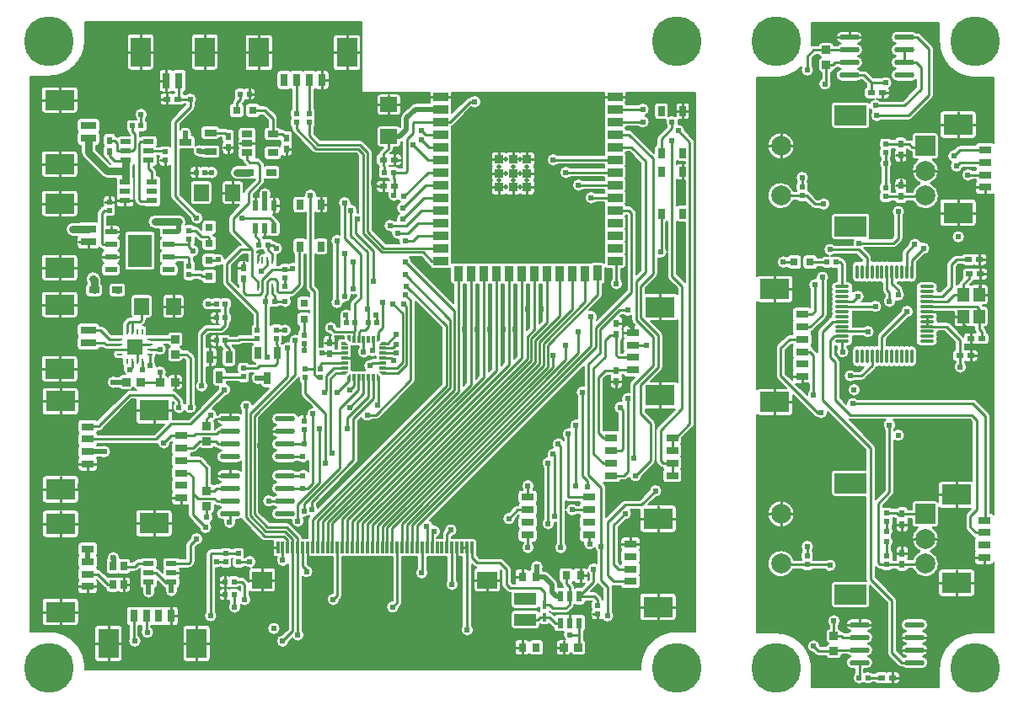
<source format=gtl>
G04 Layer: TopLayer*
G04 EasyEDA Pro v1.9.29, 2023-05-19 09:05:19*
G04 Gerber Generator version 0.3*
G04 Scale: 100 percent, Rotated: No, Reflected: No*
G04 Dimensions in millimeters*
G04 Leading zeros omitted, absolute positions, 3 integers and 3 decimals*
%FSLAX33Y33*%
%MOMM*%
%AMPolygonMacro1*4,1,4,0.15,-0.350012,-0.15,-0.350012,-0.15,0.350012,0.15,0.350012,0.15,-0.350012,0*%
%AMPolygonMacro2*4,1,5,0.150012,-0.33749,-0.150012,-0.33749,-0.150012,0.33749,-0.100025,0.33749,0.150012,0.087478,0.150012,-0.33749,0*%
%AMPolygonMacro3*4,1,5,0.337528,-0.150012,0.337528,0.150012,-0.337528,0.150012,-0.337528,0.100025,-0.087516,-0.150012,0.337528,-0.150012,0*%
%AMPolygonMacro4*4,1,5,0.15,0.337528,-0.150025,0.337528,-0.150025,-0.337528,-0.100013,-0.337528,0.150025,-0.087516,0.15,0.337528,0*%
%AMPolygonMacro5*4,1,5,0.33749,0.150012,0.33749,-0.150012,-0.33749,-0.149987,-0.33749,-0.100025,-0.087478,0.150012,0.33749,0.150012,0*%
%AMPolygonMacro6*4,1,5,-0.337528,0.150012,-0.337528,-0.150012,0.337528,-0.150012,0.337528,-0.100025,0.087516,0.150012,-0.337528,0.150012,0*%
%AMPolygonMacro7*4,1,5,-0.150012,0.33749,0.150012,0.33749,0.150012,-0.33749,0.100025,-0.33749,-0.150012,-0.087478,-0.150012,0.33749,0*%
%AMPolygonMacro8*4,1,5,-0.150012,-0.337528,0.150012,-0.337528,0.150012,0.337528,0.100025,0.337528,-0.150012,0.087516,-0.150012,-0.337528,0*%
%AMPolygonMacro9*4,1,5,-0.33749,-0.150012,-0.33749,0.150012,0.33749,0.150012,0.33749,0.100025,0.087478,-0.150012,-0.33749,-0.150012,0*%
%ADD999C,0.2032*%
%ADD10C,0.254*%
%ADD11R,1.499997X0.899998*%
%ADD12R,0.899998X1.499997*%
%ADD13R,1.499997X0.899998*%
%ADD14R,0.899998X0.899998*%
%ADD15R,1.727987X1.485011*%
%ADD16R,0.7982X0.540004*%
%ADD17R,0.790092X0.540004*%
%ADD18R,0.299999X1.199998*%
%ADD19R,1.999996X1.799996*%
%ADD20R,0.540004X0.565658*%
%ADD21R,0.565658X0.540004*%
%ADD22R,0.790092X0.540004*%
%ADD23R,0.699999X1.050011*%
%ADD24R,1.15001X1.399997*%
%ADD25R,1.099998X0.699999*%
%ADD26R,1.099998X0.699999*%
%ADD27R,0.540004X0.790092*%
%ADD28R,1.25001X0.699999*%
%ADD29R,0.999998X0.750011*%
%ADD30R,0.565658X0.540004*%
%ADD31R,1.485011X1.727987*%
%ADD32R,1.199998X0.599999*%
%ADD33R,2.399995X3.299993*%
%ADD34R,0.799998X0.799998*%
%ADD35R,0.540004X0.565658*%
%ADD36R,0.565658X0.540004*%
%ADD37R,1.072007X0.532003*%
%ADD38R,0.599999X1.099998*%
%ADD39R,2.199996X1.199998*%
%ADD40R,0.359994X0.929996*%
%ADD41R,0.799998X0.899998*%
%ADD42R,0.799998X0.899998*%
%ADD43R,0.806475X0.864006*%
%ADD44O,1.499997X0.270002*%
%ADD45O,0.270002X1.499997*%
%ADD46C,5.0*%
%ADD47R,1.999996X1.999996*%
%ADD48C,1.999996*%
%ADD49R,3.199994X1.999996*%
%ADD50R,1.599997X0.799998*%
%ADD51R,2.999994X1.999996*%
%ADD52R,1.299997X0.799998*%
%ADD53R,2.999994X2.099996*%
%ADD54R,0.599999X0.250012*%
%ADD55R,0.250012X0.599999*%
%ADD56R,0.599999X0.250012*%
%ADD57R,0.250012X0.599999*%
%ADD58R,1.499997X1.499997*%
%ADD59R,0.864006X0.806475*%
%ADD60R,1.485011X1.727987*%
%ADD61R,0.806475X0.864006*%
%ADD62R,0.799998X1.299997*%
%ADD63R,2.099996X2.999994*%
%ADD64R,0.699999X0.299999*%
%ADD65R,0.299999X0.699999*%
%ADD66R,1.299997X0.799998*%
%ADD67R,2.999994X2.099996*%
%ADD68R,0.540004X0.790092*%
%ADD69R,0.532003X0.98999*%
%ADD70R,0.259994X0.699999*%
%ADD71R,0.799998X1.599997*%
%ADD72R,1.999996X2.999994*%
%ADD73R,1.25001X0.762*%
%ADD74R,2.999994X2.099996*%
%ADD75R,1.299997X0.799998*%
%ADD76O,2.035505X0.573989*%
%ADD77R,0.864006X0.806475*%
%ADD78R,0.699999X1.050011*%
%ADD79R,0.699999X1.25001*%
%ADD80R,0.699999X1.25001*%
%ADD81R,1.099998X0.599999*%
%ADD82R,0.799998X0.799998*%
%ADD83R,0.999998X0.750011*%
%ADD84R,0.799998X1.299997*%
%ADD85R,2.099996X2.999994*%
%ADD86R,0.799998X0.799998*%
%ADD87R,0.699999X0.899998*%
%ADD88PolygonMacro1*%
%ADD89PolygonMacro2*%
%ADD90PolygonMacro3*%
%ADD91PolygonMacro4*%
%ADD92PolygonMacro5*%
%ADD93PolygonMacro6*%
%ADD94PolygonMacro7*%
%ADD95PolygonMacro8*%
%ADD96PolygonMacro9*%
%ADD97C,0.610001*%
%ADD98C,0.500024*%
%ADD99C,0.750001*%
%ADD100C,0.499999*%
%ADD101C,0.508*%
G75*


G04 Copper Start*
G36*
G01X8602Y-68097D02*
G01X8602Y-67898D01*
G03X5000Y-64297I-3602J0D01*
G01X3102D01*
G01Y-8500D01*
G01X5000D01*
G03X8602Y-4898I0J3602D01*
G01Y-3000D01*
G01X36398D01*
G01Y-10033D01*
G03X36500Y-10135I102J0D01*
G01X43228D01*
G01Y-10986D01*
G03X43279Y-11171I358J0D01*
G03X43267Y-11194I307J-185D01*
G01X41788D01*
G03X41355Y-11373I0J-612D01*
G01X40461Y-12267D01*
G03X40282Y-12700I433J-433D01*
G01Y-13589D01*
G01X40273Y-13598D01*
G03X39980Y-13446I-293J-206D01*
G01X38252D01*
G03X37894Y-13804I0J-358D01*
G01Y-15289D01*
G03X38252Y-15647I358J0D01*
G01X38531D01*
G01X38228Y-15950D01*
G03X38086Y-16274I343J-343D01*
G03X37818Y-16621I90J-347D01*
G01Y-17161D01*
G03X38086Y-17508I358J0D01*
G03X38120Y-17668I485J19D01*
G03X38042Y-17891I280J-223D01*
G01Y-18431D01*
G03X38400Y-18789I358J0D01*
G01X38966D01*
G03X39067Y-18775I0J358D01*
G03X39126Y-18958I482J54D01*
G01X39116Y-18963D01*
G03X38966Y-18930I-150J-325D01*
G01X38176D01*
G03X37818Y-19288I0J-358D01*
G01Y-19828D01*
G03X38176Y-20186I358J0D01*
G01X38966D01*
G03X39016Y-20183I0J358D01*
G03X38961Y-20447I608J-264D01*
G03X39624Y-21110I663J0D01*
G03X40080Y-20929I0J663D01*
G03X40248Y-21109I560J355D01*
G03X39850Y-21717I265J-608D01*
G03X40177Y-22288I663J0D01*
G03X39850Y-22860I336J-571D01*
G03X39867Y-23010I663J0D01*
G01X39695D01*
G03X39243Y-22832I-452J-485D01*
G03X38580Y-23495I0J-663D01*
G03X39243Y-24158I663J0D01*
G03X39351Y-24149I0J663D01*
G03X39342Y-24257I654J-108D01*
G03X40005Y-24920I663J0D01*
G03X40113Y-24911I0J663D01*
G03X40104Y-25019I654J-108D01*
G03X40162Y-25291I663J0D01*
G01X38804D01*
G01X37442Y-23929D01*
G01Y-16129D01*
G03X37300Y-15786I-485J0D01*
G01X36538Y-15024D01*
G03X36195Y-14882I-343J-343D01*
G01X32205D01*
G01X31600Y-14277D01*
G01Y-13702D01*
G03X31743Y-13416I-215J286D01*
G01Y-12850D01*
G03X31710Y-12700I-358J0D01*
G03X31743Y-12550I-325J150D01*
G01Y-11984D01*
G03X31590Y-11691I-358J0D01*
G01Y-9866D01*
G03X31730Y-9796I-85J348D01*
G03X31955Y-9876I225J279D01*
G01X32755D01*
G03X33113Y-9518I0J358D01*
G01Y-8218D01*
G03X32755Y-7860I-358J0D01*
G01X31955D01*
G03X31730Y-7939I0J-358D01*
G03X31505Y-7860I-225J-279D01*
G01X30705D01*
G03X30480Y-7939I0J-358D01*
G03X30255Y-7860I-225J-279D01*
G01X29455D01*
G03X29230Y-7939I0J-358D01*
G03X29005Y-7860I-225J-279D01*
G01X28205D01*
G03X27847Y-8218I0J-358D01*
G01Y-9518D01*
G03X28205Y-9876I358J0D01*
G01X29005D01*
G03X29230Y-9797I0J358D01*
G03X29370Y-9866I225J279D01*
G01Y-11691D01*
G03X29217Y-11984I205J-294D01*
G01Y-12550D01*
G03X29250Y-12700I358J0D01*
G03X29217Y-12850I325J-150D01*
G01Y-13416D01*
G03X29360Y-13702I358J0D01*
G01Y-13783D01*
G03X29502Y-14126I485J0D01*
G01X31493Y-16116D01*
G03X31836Y-16259I343J343D01*
G01X35826D01*
G01X36065Y-16498D01*
G01Y-22209D01*
G03X35941Y-22197I-124J-651D01*
G01X35929D01*
G03X35969Y-21971I-623J226D01*
G03X35327Y-21308I-663J0D01*
G03X35334Y-21209I-656J99D01*
G03X34671Y-20546I-663J0D01*
G03X34008Y-21209I0J-663D01*
G03X34186Y-21661I663J0D01*
G01Y-24416D01*
G03X33909Y-24356I-277J-603D01*
G03X33246Y-25019I0J-663D01*
G03X33424Y-25471I663J0D01*
G01Y-30790D01*
G03X33246Y-31242I485J-452D01*
G03X33909Y-31905I663J0D01*
G03X34572Y-31263I0J663D01*
G03X34671Y-31270I99J656D01*
G03X35334Y-30607I0J663D01*
G03X35318Y-30462I-663J0D01*
G03X35560Y-30508I242J617D01*
G03X35837Y-30448I0J663D01*
G01Y-30533D01*
G01X35344Y-31026D01*
G03X35202Y-31369I343J-343D01*
G01Y-31986D01*
G03X34798Y-31849I-404J-526D01*
G03X34135Y-32512I0J-663D01*
G03X34221Y-32839I663J0D01*
G03X34180Y-33004I318J-165D01*
G01Y-33544D01*
G03X34200Y-33662I358J0D01*
G01X33926D01*
G03X33274Y-33119I-652J-120D01*
G03X32611Y-33782I0J-663D01*
G03X33251Y-34445I663J0D01*
G01X33296Y-34490D01*
G03X33324Y-34516I343J343D01*
G01X32877D01*
G03X32519Y-34874I0J-358D01*
G01Y-35664D01*
G01Y-35673D01*
G03X32385Y-35659I-134J-649D01*
G03X32108Y-35719I0J-663D01*
G01Y-30093D01*
G03X31966Y-29750I-485J0D01*
G01X31727Y-29511D01*
G01Y-26386D01*
G03X31967Y-26478I240J266D01*
G01X32667D01*
G03X33025Y-26120I0J358D01*
G01Y-25070D01*
G03X32667Y-24712I-358J0D01*
G01X31967D01*
G03X31727Y-24804I0J-358D01*
G01Y-22186D01*
G03X31967Y-22278I240J266D01*
G01X32667D01*
G03X33025Y-21920I0J358D01*
G01Y-20870D01*
G03X32667Y-20512I-358J0D01*
G01X31967D01*
G03X31901Y-20518I0J-358D01*
G03X31905Y-20447I-659J71D01*
G03X31242Y-19784I-663J0D01*
G03X30579Y-20447I0J-663D01*
G03X30583Y-20518I663J0D01*
G03X30517Y-20512I-66J-352D01*
G01X29817D01*
G03X29459Y-20870I0J-358D01*
G01Y-21920D01*
G03X29817Y-22278I358J0D01*
G01X30517D01*
G03X30757Y-22186I0J358D01*
G01Y-24804D01*
G03X30517Y-24712I-240J-266D01*
G01X29817D01*
G03X29459Y-25070I0J-358D01*
G01Y-26120D01*
G03X29614Y-26415I358J0D01*
G01Y-27167D01*
G03X29464Y-27150I-150J-646D01*
G03X29047Y-27297I0J-663D01*
G03X28939Y-27281I-108J-341D01*
G01X28399D01*
G03X28091Y-27455I0J-358D01*
G01X27882D01*
G03X27908Y-27321I-332J134D01*
G01Y-26621D01*
G03X27905Y-26575I-358J0D01*
G01Y-26438D01*
G03X28476Y-25781I-92J657D01*
G03X27836Y-25118I-663J0D01*
G01X27809Y-25090D01*
G03X27513Y-24951I-343J-343D01*
G03X27225Y-24805I-288J-213D01*
G01X26660D01*
G03X26549Y-24823I0J-358D01*
G03X26461Y-24638I-472J-111D01*
G01X26903D01*
G03X27112Y-24570I0J358D01*
G03X27321Y-24638I209J291D01*
G01X27853D01*
G03X28211Y-24279I0J358D01*
G01Y-23289D01*
G03X28047Y-22989I-358J0D01*
G03X27930Y-22798I-460J-153D01*
G01X27521Y-22390D01*
G03X27473Y-22348I-343J-343D01*
G01X27853D01*
G03X28211Y-21989I0J358D01*
G01Y-20999D01*
G03X27853Y-20641I-358J0D01*
G01X27321D01*
G03X27249Y-20649I0J-358D01*
G01Y-20644D01*
G03X27333Y-20320I-579J324D01*
G03X26670Y-19657I-663J0D01*
G03X26007Y-20320I0J-663D01*
G03X26024Y-20472I663J0D01*
G01Y-20649D01*
G03X25953Y-20641I-72J-351D01*
G01X25504D01*
G01Y-20394D01*
G01X26505Y-19393D01*
G03X26647Y-19050I-343J343D01*
G01Y-18841D01*
G03X26835Y-18894I187J305D01*
G01X27835D01*
G03X28193Y-18536I0J358D01*
G01Y-17786D01*
G03X27835Y-17428I-358J0D01*
G01X26835D01*
G03X26647Y-17481I0J-358D01*
G01Y-17399D01*
G03X26505Y-17056I-485J0D01*
G01X26251Y-16802D01*
G03X25908Y-16660I-343J-343D01*
G01X25756D01*
G03X25776Y-16541I-338J119D01*
G01Y-15841D01*
G03X25753Y-15715I-358J0D01*
G03X25776Y-15589I-335J126D01*
G01Y-14889D01*
G03X25754Y-14764I-358J0D01*
G03X25776Y-14639I-336J125D01*
G01Y-13939D01*
G03X25418Y-13581I-358J0D01*
G01X24318D01*
G03X23960Y-13939I0J-358D01*
G01Y-14639D01*
G03X23982Y-14764I358J0D01*
G03X23960Y-14889I336J-125D01*
G01Y-15589D01*
G03X23983Y-15715I358J0D01*
G03X23960Y-15841I335J-126D01*
G01Y-16541D01*
G03X24318Y-16899I358J0D01*
G01X24384D01*
G03X24525Y-17210I484J32D01*
G01X24743Y-17428D01*
G01X24489D01*
G01X24488D01*
G01X23876D01*
G03X23143Y-18161I0J-733D01*
G03X23876Y-18894I733J0D01*
G01X24488D01*
G01X24489D01*
G01X25489D01*
G03X25677Y-18841I0J358D01*
G01Y-18849D01*
G01X24676Y-19850D01*
G03X24537Y-20136I343J-343D01*
G01Y-19329D01*
G03X24179Y-18971I-358J0D01*
G01X22694D01*
G03X22336Y-19329I0J-358D01*
G01Y-21057D01*
G03X22694Y-21415I358J0D01*
G01X24127D01*
G01X23152Y-22390D01*
G03X23010Y-22733I343J-343D01*
G01Y-24003D01*
G03X23152Y-24346I485J0D01*
G01X24230Y-25424D01*
G03X23914Y-25565I27J-484D01*
G01X22630Y-26849D01*
G03X21971Y-26261I-659J-75D01*
G03X21689Y-26324I0J-663D01*
G03X21479Y-26255I-210J-290D01*
G01X20679D01*
G03X20320Y-26614I0J-358D01*
G01Y-27414D01*
G03X20679Y-27772I358J0D01*
G01X21479D01*
G03X21803Y-27565I0J358D01*
G03X21971Y-27587I168J641D01*
G03X22375Y-27450I0J663D01*
G01Y-29210D01*
G03X22517Y-29553I485J0D01*
G01X25423Y-32459D01*
G01Y-33415D01*
G03X25280Y-33701I215J-286D01*
G01Y-34267D01*
G03X25313Y-34417I358J0D01*
G01X25303Y-34440D01*
G01X24130D01*
G03X23803Y-34567I0J-485D01*
G01X23227D01*
G03X22941Y-34424I-286J-215D01*
G01X22375D01*
G03X22225Y-34457I0J-358D01*
G03X22075Y-34424I-150J-325D01*
G01X21509D01*
G03X21151Y-34782I0J-358D01*
G01Y-35322D01*
G03X21509Y-35680I358J0D01*
G01X22075D01*
G03X22204Y-35656I0J358D01*
G03X22315Y-35828I454J171D01*
G01X22393Y-35906D01*
G03X22340Y-36094I305J-188D01*
G01Y-37344D01*
G03X22698Y-37702I358J0D01*
G01X23398D01*
G03X23756Y-37344I0J358D01*
G01Y-36094D01*
G03X23518Y-35757I-358J0D01*
G03X23396Y-35537I-471J-118D01*
G01X24003D01*
G03X24330Y-35410I0J485D01*
G01X25412D01*
G01X25424Y-35420D01*
G03X25266Y-35717I200J-297D01*
G01Y-36967D01*
G03X25624Y-37325I358J0D01*
G01X25742D01*
G01X25707Y-37361D01*
G01X25077D01*
G03X24781Y-37205I-296J-202D01*
G01X24241D01*
G03X23883Y-37563I0J-358D01*
G01Y-38129D01*
G03X23899Y-38234I358J0D01*
G01X22806D01*
G01Y-38094D01*
G03X22448Y-37736I-358J0D01*
G01X21748D01*
G03X21390Y-38094I0J-358D01*
G01Y-39344D01*
G03X21748Y-39702I358J0D01*
G01X22016D01*
G03X21943Y-39982I590J-303D01*
G01X18976Y-42949D01*
G01X17374D01*
G01Y-41849D01*
G03X18034Y-42446I660J66D01*
G03X18606Y-42119I0J663D01*
G03X19177Y-42446I572J336D01*
G03X19840Y-41783I0J663D01*
G03X19662Y-41331I-663J0D01*
G01Y-39708D01*
G03X20320Y-40287I658J84D01*
G03X20983Y-39624I0J663D01*
G03X20805Y-39172I-663J0D01*
G01Y-37702D01*
G01X21498D01*
G03X21856Y-37344I0J358D01*
G01Y-36094D01*
G03X21498Y-35736I-358J0D01*
G01X20805D01*
G01Y-34618D01*
G01X21029Y-34394D01*
G01X22225D01*
G03X22568Y-34252I0J485D01*
G01X23001Y-33819D01*
G03X23143Y-33476I-343J343D01*
G01Y-33332D01*
G03X23299Y-33036I-202J296D01*
G01Y-32496D01*
G03X23143Y-32200I-358J0D01*
G01Y-31935D01*
G03X23299Y-31639I-202J296D01*
G01Y-31099D01*
G03X22941Y-30741I-358J0D01*
G01X22375D01*
G03X22225Y-30774I0J-358D01*
G03X22075Y-30741I-150J-325D01*
G01X21509D01*
G03X21304Y-30805I0J-358D01*
G03X20955Y-30706I-349J-564D01*
G03X20292Y-31369I0J-663D01*
G03X20955Y-32032I663J0D01*
G03X21304Y-31933I0J663D01*
G03X21509Y-31997I205J294D01*
G01X22075D01*
G03X22173Y-31984I0J358D01*
G01Y-32151D01*
G03X22075Y-32138I-98J-345D01*
G01X21509D01*
G03X21151Y-32496I0J-358D01*
G01Y-33036D01*
G03X21509Y-33394I358J0D01*
G01X22054D01*
G01X22024Y-33424D01*
G01X20828D01*
G03X20485Y-33566I0J-485D01*
G01X19977Y-34074D01*
G03X19835Y-34417I343J-343D01*
G01Y-39172D01*
G03X19662Y-39540I485J-452D01*
G01Y-36830D01*
G03X19520Y-36487I-485J0D01*
G01X19139Y-36106D01*
G03X18796Y-35964I-343J-343D01*
G01X18436D01*
G03X18160Y-35687I-351J-73D01*
G03X18443Y-35337I-75J350D01*
G01Y-34530D01*
G03X18085Y-34172I-358J0D01*
G01X17221D01*
G03X16872Y-34450I0J-358D01*
G01X15089D01*
G03X15045Y-34452I0J-485D01*
G01X14820D01*
G01Y-33887D01*
G03X14462Y-33529I-358J0D01*
G01X14396D01*
G03X14440Y-33490I-299J382D01*
G01X14625Y-33305D01*
G03X14768Y-32962I-343J343D01*
G01Y-32845D01*
G01X15025D01*
G03X15383Y-32487I0J358D01*
G01Y-30759D01*
G03X15025Y-30401I-358J0D01*
G01X13540D01*
G03X13182Y-30759I0J-358D01*
G01Y-32487D01*
G03X13227Y-32662I358J0D01*
G01X13081D01*
G03X12738Y-32804I0J-485D01*
G01X12494Y-33048D01*
G03X12352Y-33391I343J-343D01*
G01Y-34187D01*
G03X12354Y-34231I485J0D01*
G01Y-34454D01*
G01X12133D01*
G03X12089Y-34452I-44J-483D01*
G01X11262D01*
G01X10508Y-33698D01*
G03X10165Y-33556I-343J-343D01*
G01X10091D01*
G03X9743Y-33283I-348J-85D01*
G01X8143D01*
G03X7785Y-33641I0J-358D01*
G01Y-34441D01*
G03X7868Y-34671I358J0D01*
G03X7785Y-34901I275J-230D01*
G01Y-35701D01*
G03X8143Y-36059I358J0D01*
G01X9743D01*
G03X10091Y-35786I0J358D01*
G01X10335D01*
G03X10672Y-35922I337J349D01*
G01X11431D01*
G01Y-36062D01*
G03X11453Y-36186I358J0D01*
G03X11431Y-36310I336J-124D01*
G01Y-36560D01*
G03X11789Y-36918I358J0D01*
G01X12354D01*
G01Y-37487D01*
G03X12460Y-37741I358J0D01*
G03X12418Y-37973I621J-232D01*
G03X12623Y-38453I663J0D01*
G01X12305D01*
G03X11996Y-38631I0J-358D01*
G01X11685D01*
G03X11430Y-38580I-255J-612D01*
G03X10767Y-39243I0J-663D01*
G03X11430Y-39906I663J0D01*
G03X11685Y-39855I0J663D01*
G01X11996D01*
G03X12305Y-40033I310J180D01*
G01X13010D01*
G03X12738Y-40170I71J-480D01*
G01X9805Y-43103D01*
G03X9518Y-42960I-287J-215D01*
G01X8218D01*
G03X7860Y-43318I0J-358D01*
G01Y-44118D01*
G03X7939Y-44343I358J0D01*
G03X7860Y-44568I279J-225D01*
G01Y-45368D01*
G03X7939Y-45593I358J0D01*
G03X7860Y-45818I279J-225D01*
G01Y-46618D01*
G03X7939Y-46843I358J0D01*
G03X7860Y-47068I279J-225D01*
G01Y-47868D01*
G03X8218Y-48226I358J0D01*
G01X9518D01*
G03X9876Y-47868I0J358D01*
G01Y-47068D01*
G03X9797Y-46843I-358J0D01*
G01X9809Y-46826D01*
G01X10255D01*
G03X10541Y-46891I286J598D01*
G03X11204Y-46228I0J663D01*
G03X10541Y-45565I-663J0D01*
G03X10301Y-45610I0J-663D01*
G01X9809D01*
G01X9797Y-45593D01*
G03X9866Y-45453I-279J225D01*
G01X15738D01*
G03X15854Y-45439I0J485D01*
G03X16510Y-46002I656J100D01*
G03X17173Y-45362I0J663D01*
G01X17315Y-45220D01*
G03X17337Y-45252I301J194D01*
G03X17258Y-45477I279J-225D01*
G01Y-46277D01*
G03X17337Y-46502I358J0D01*
G03X17258Y-46727I279J-225D01*
G01Y-47527D01*
G03X17337Y-47752I358J0D01*
G03X17258Y-47977I279J-225D01*
G01Y-48777D01*
G03X17337Y-49002I358J0D01*
G03X17258Y-49227I279J-225D01*
G01Y-50027D01*
G03X17337Y-50252I358J0D01*
G03X17258Y-50477I279J-225D01*
G01Y-51277D01*
G03X17616Y-51635I358J0D01*
G01X18916D01*
G03X18946Y-51634I0J358D01*
G01Y-52578D01*
G03X19088Y-52921I485J0D01*
G01X20038Y-53871D01*
G03X20701Y-54511I663J23D01*
G03X21364Y-53848I0J663D01*
G03X21183Y-53392I-663J0D01*
G03X21491Y-52832I-355J560D01*
G03X21359Y-52435I-663J0D01*
G03X21607Y-52094I-110J341D01*
G01Y-51609D01*
G03X21855Y-51677I247J417D01*
G01X21973D01*
G03X22285Y-51827I425J485D01*
G03X21753Y-52462I114J-635D01*
G03X22399Y-53107I645J0D01*
G01X22493D01*
G03X22451Y-53340I621J-233D01*
G03X23114Y-54003I663J0D01*
G03X23777Y-53340I0J663D01*
G03X23735Y-53107I-663J0D01*
G01X23860D01*
G03X24292Y-52941I0J645D01*
G03X24422Y-53175I473J109D01*
G01X26327Y-55080D01*
G03X26670Y-55222I343J343D01*
G01X27446D01*
G03X27442Y-55275I354J-53D01*
G01Y-56475D01*
G03X27800Y-56833I358J0D01*
G01X27865D01*
G03X27785Y-57150I583J-317D01*
G03X28448Y-57813I663J0D01*
G03X28965Y-57565I0J663D01*
G01Y-64075D01*
G01X28425Y-64615D01*
G03X27785Y-65278I23J-663D01*
G03X28448Y-65941I663J0D01*
G03X29111Y-65301I0J663D01*
G01X29413Y-64999D01*
G03X29972Y-65306I559J356D01*
G03X30635Y-64643I0J663D01*
G03X30435Y-64168I-663J0D01*
G01Y-58801D01*
G03X30861Y-58956I426J508D01*
G03X31524Y-58293I0J663D01*
G03X31034Y-57653I-663J0D01*
G01X30935Y-57554D01*
G01Y-56833D01*
G01X31100D01*
G03X31200Y-56819I0J358D01*
G03X31300Y-56833I100J344D01*
G01X31600D01*
G03X31700Y-56819I0J358D01*
G03X31800Y-56833I100J344D01*
G01X32100D01*
G03X32200Y-56819I0J358D01*
G03X32300Y-56833I100J344D01*
G01X32600D01*
G03X32700Y-56819I0J358D01*
G03X32800Y-56833I100J344D01*
G01X33100D01*
G03X33200Y-56819I0J358D01*
G03X33300Y-56833I100J344D01*
G01X33465D01*
G01Y-60427D01*
G03X32865Y-61087I63J-660D01*
G03X33528Y-61750I663J0D01*
G03X34191Y-61110I0J663D01*
G01X34293Y-61008D01*
G03X34435Y-60665I-343J343D01*
G01Y-56833D01*
G01X34600D01*
G03X34700Y-56819I0J358D01*
G03X34800Y-56833I100J344D01*
G01X35100D01*
G03X35200Y-56819I0J358D01*
G03X35300Y-56833I100J344D01*
G01X35600D01*
G03X35700Y-56819I0J358D01*
G03X35800Y-56833I100J344D01*
G01X36100D01*
G03X36200Y-56819I0J358D01*
G03X36300Y-56833I100J344D01*
G01X36600D01*
G03X36700Y-56819I0J358D01*
G03X36800Y-56833I100J344D01*
G01X37100D01*
G03X37200Y-56819I0J358D01*
G03X37300Y-56833I100J344D01*
G01X37600D01*
G03X37700Y-56819I0J358D01*
G03X37800Y-56833I100J344D01*
G01X38100D01*
G03X38200Y-56819I0J358D01*
G03X38300Y-56833I100J344D01*
G01X38600D01*
G03X38700Y-56819I0J358D01*
G03X38800Y-56833I100J344D01*
G01X39100D01*
G03X39200Y-56819I0J358D01*
G03X39300Y-56833I100J344D01*
G01X39465D01*
G01Y-61187D01*
G03X38834Y-61849I32J-662D01*
G03X39497Y-62512I663J0D01*
G03X40160Y-61872I0J663D01*
G01X40293Y-61739D01*
G03X40435Y-61396I-343J343D01*
G01Y-56833D01*
G01X40600D01*
G03X40700Y-56819I0J358D01*
G03X40800Y-56833I100J344D01*
G01X41100D01*
G03X41200Y-56819I0J358D01*
G03X41300Y-56833I100J344D01*
G01X41600D01*
G03X41700Y-56819I0J358D01*
G03X41800Y-56833I100J344D01*
G01X41965D01*
G01Y-57936D01*
G03X41755Y-58420I453J-484D01*
G03X42418Y-59083I663J0D01*
G03X43081Y-58420I0J663D01*
G03X42935Y-58005I-663J0D01*
G01Y-56833D01*
G01X43100D01*
G03X43200Y-56819I0J358D01*
G03X43300Y-56833I100J344D01*
G01X43600D01*
G03X43700Y-56819I0J358D01*
G03X43800Y-56833I100J344D01*
G01X44100D01*
G03X44200Y-56819I0J358D01*
G03X44300Y-56833I100J344D01*
G01X44600D01*
G03X44700Y-56819I0J358D01*
G03X44800Y-56833I100J344D01*
G01X44965D01*
G01Y-59129D01*
G03X44803Y-59563I501J-434D01*
G03X45466Y-60226I663J0D01*
G03X46129Y-59563I0J663D01*
G03X45935Y-59094I-663J0D01*
G01Y-56833D01*
G01X46100D01*
G03X46200Y-56819I0J358D01*
G03X46300Y-56833I100J344D01*
G01X46465D01*
G01Y-63730D01*
G03X46327Y-64135I525J-405D01*
G03X46990Y-64798I663J0D01*
G03X47653Y-64135I0J663D01*
G03X47435Y-63644I-663J0D01*
G01Y-57519D01*
G01X47663Y-57747D01*
G03X47907Y-57879I343J343D01*
G03X47642Y-58225I93J-346D01*
G01Y-60025D01*
G03X48000Y-60383I358J0D01*
G01X50000D01*
G03X50358Y-60025I0J358D01*
G01Y-58225D01*
G03X50350Y-58148I-358J0D01*
G01X50442Y-58240D01*
G01Y-59563D01*
G03X50584Y-59906I485J0D01*
G01X50965Y-60287D01*
G03X51308Y-60429I343J343D01*
G01X51375D01*
G03X51374Y-60463I357J-33D01*
G01Y-61663D01*
G03X51732Y-62021I358J0D01*
G01X53932D01*
G03X54199Y-61901I0J358D01*
G01Y-62060D01*
G03X54242Y-62230I358J0D01*
G03X54214Y-62298I315J-170D01*
G03X53932Y-62161I-282J-221D01*
G01X51732D01*
G03X51374Y-62519I0J-358D01*
G01Y-63719D01*
G03X51732Y-64077I358J0D01*
G01X53932D01*
G03X54290Y-63719I0J358D01*
G01Y-63569D01*
G03X54557Y-63688I267J239D01*
G01X54917D01*
G03X55218Y-63524I0J358D01*
G01X55490Y-63796D01*
G03X55669Y-63910I343J343D01*
G01Y-64003D01*
G03X56027Y-64361I358J0D01*
G01X56627D01*
G03X56678Y-64357I0J358D01*
G03X56614Y-64643I599J-286D01*
G03X56819Y-65123I663J0D01*
G01X56256D01*
G03X55898Y-65481I0J-358D01*
G01Y-66345D01*
G03X56256Y-66703I358J0D01*
G01X57063D01*
G03X57413Y-66420I0J358D01*
G03X57763Y-66703I350J75D01*
G01X58569D01*
G03X58927Y-66345I0J358D01*
G01Y-65481D01*
G03X58712Y-65153I-358J0D01*
G01Y-64641D01*
G01Y-64310D01*
G03X58885Y-64003I-185J307D01*
G01Y-62903D01*
G03X58527Y-62545I-358J0D01*
G01X57927D01*
G03X57752Y-62591I0J-358D01*
G03X57577Y-62545I-175J-312D01*
G01X56977D01*
G03X56802Y-62591I0J-358D01*
G03X56627Y-62545I-175J-312D01*
G01X56027D01*
G03X55746Y-62680I0J-358D01*
G01X55588Y-62522D01*
G03X55471Y-62436I-343J-343D01*
G03X55626Y-62461I155J460D01*
G01X56896D01*
G03X57239Y-62319I0J485D01*
G01X57620Y-61938D01*
G03X57761Y-61621I-343J343D01*
G03X57927Y-61661I165J318D01*
G01X58527D01*
G03X58885Y-61303I0J358D01*
G01Y-61238D01*
G01X59475D01*
G03X59443Y-61387I326J-149D01*
G01Y-61953D01*
G03X59476Y-62103I358J0D01*
G03X59443Y-62253I325J-150D01*
G01Y-62819D01*
G03X59801Y-63177I358J0D01*
G01X60341D01*
G03X60542Y-63115I0J358D01*
G03X61087Y-63401I545J377D01*
G03X61750Y-62738I0J663D01*
G03X61572Y-62286I-663J0D01*
G01Y-59817D01*
G03X61567Y-59748I-485J0D01*
G03X61692Y-59764I125J469D01*
G01X62397D01*
G03X62745Y-60037I348J85D01*
G01X64045D01*
G03X64403Y-59679I0J358D01*
G01Y-58879D01*
G03X64324Y-58654I-358J0D01*
G03X64403Y-58429I-279J225D01*
G01Y-57629D01*
G03X64324Y-57404I-358J0D01*
G03X64403Y-57179I-279J225D01*
G01Y-56379D01*
G03X64324Y-56154I-358J0D01*
G03X64403Y-55929I-279J225D01*
G01Y-55129D01*
G03X64045Y-54771I-358J0D01*
G01X62745D01*
G03X62387Y-55129I0J-358D01*
G01Y-55929D01*
G03X62466Y-56154I358J0D01*
G03X62387Y-56379I279J-225D01*
G01Y-57179D01*
G03X62466Y-57404I358J0D01*
G03X62402Y-57525I279J-225D01*
G01X62207Y-57330D01*
G01Y-53795D01*
G01X62888Y-53114D01*
G03X63528Y-52451I-23J663D01*
G03X63391Y-52047I-663J0D01*
G01X64287D01*
G01Y-54029D01*
G03X64645Y-54387I358J0D01*
G01X67645D01*
G03X68003Y-54029I0J358D01*
G01Y-51929D01*
G03X67645Y-51571I-358J0D01*
G01X65193D01*
G01X65936Y-50828D01*
G03X66576Y-50165I-23J663D01*
G03X65913Y-49502I-663J0D01*
G03X65250Y-50142I0J-663D01*
G01X64315Y-51077D01*
G01X62865D01*
G03X62522Y-51219I0J-485D01*
G01X60937Y-52804D01*
G01Y-49810D01*
G03X60795Y-49467I-485J0D01*
G01X60683Y-49354D01*
G03X60816Y-49380I133J332D01*
G01X62066D01*
G03X62409Y-49126I0J358D01*
G01X62738D01*
G03X63081Y-48984I0J485D01*
G01X63243Y-48822D01*
G03X63881Y-49304I638J181D01*
G03X64544Y-48664I0J663D01*
G01X65748Y-47460D01*
G03X65890Y-47117I-343J343D01*
G01Y-43434D01*
G03X65748Y-43091I-485J0D01*
G01X64874Y-42217D01*
G01Y-41962D01*
G01X67842D01*
G01X66078Y-43726D01*
G03X65936Y-44069I343J-343D01*
G01Y-47117D01*
G03X66078Y-47460I485J0D01*
G01X66332Y-47714D01*
G03X66623Y-47853I343J343D01*
G03X66714Y-48006I344J101D01*
G03X66608Y-48260I252J-254D01*
G01Y-49022D01*
G03X66966Y-49380I358J0D01*
G01X68216D01*
G03X68574Y-49022I0J358D01*
G01Y-48260D01*
G03X68469Y-48006I-358J0D01*
G03X68574Y-47752I-252J254D01*
G01Y-46990D01*
G03X68469Y-46736I-358J0D01*
G03X68574Y-46482I-252J254D01*
G01Y-45720D01*
G03X68469Y-45466I-358J0D01*
G03X68574Y-45212I-252J254D01*
G01Y-44888D01*
G01X69685Y-43777D01*
G03X69827Y-43434I-343J343D01*
G01Y-15113D01*
G03X69685Y-14770I-485J0D01*
G01X68862Y-13947D01*
G03X68199Y-13307I-663J-23D01*
G01X68187D01*
G03X68227Y-13081I-623J226D01*
G03X68192Y-12867I-663J0D01*
G03X68289Y-12880I97J345D01*
G01X68989D01*
G03X69347Y-12522I0J358D01*
G01Y-11472D01*
G03X68989Y-11114I-358J0D01*
G01X68289D01*
G03X67931Y-11472I0J-358D01*
G01Y-12522D01*
G01Y-12529D01*
G03X67564Y-12418I-367J-552D01*
G03X67197Y-12529I0J-663D01*
G01Y-12522D01*
G01Y-11472D01*
G03X66839Y-11114I-358J0D01*
G01X66139D01*
G03X65781Y-11472I0J-358D01*
G01Y-12522D01*
G03X66139Y-12880I358J0D01*
G01X66839D01*
G03X66936Y-12867I0J358D01*
G03X66901Y-13081I628J-214D01*
G03X67070Y-13524I663J0D01*
G01X66146Y-14448D01*
G03X66004Y-14791I343J-343D01*
G01Y-15340D01*
G03X65781Y-15672I135J-332D01*
G01Y-16200D01*
G01X63589Y-14008D01*
G03X63246Y-13866I-343J-343D01*
G01X62943D01*
G03X62893Y-13711I-357J-30D01*
G03X62942Y-13561I-307J185D01*
G01X64186D01*
G03X64638Y-13739I452J485D01*
G03X65301Y-13076I0J663D01*
G03X64840Y-12444I-663J0D01*
G03X65306Y-11811I-197J633D01*
G03X64643Y-11148I-663J0D01*
G03X64196Y-11321I0J-663D01*
G01X62942D01*
G03X62893Y-11171I-356J-35D01*
G03X62944Y-10986I-307J185D01*
G01Y-10135D01*
G01X69898D01*
G01Y-64297D01*
G01X68000D01*
G03X64398Y-67898I0J-3602D01*
G01Y-68097D01*
G01X8602D01*
G37*
%LPC*%
G36*
G01X20337Y-29097D02*
G03X20685Y-29371I348J85D01*
G01X21485D01*
G03X21844Y-29012I0J358D01*
G01Y-28212D01*
G03X21485Y-27854I-358J0D01*
G01X20685D01*
G03X20399Y-27997I0J-358D01*
G03X20170Y-27939I-230J-427D01*
G01X19665D01*
G03X19678Y-27842I-345J98D01*
G01Y-27276D01*
G03X19535Y-26990I-358J0D01*
G01Y-26797D01*
G03X19524Y-26692I-485J0D01*
G03X20094Y-26035I-93J657D01*
G03X19603Y-25395I-663J0D01*
G03X19678Y-25175I-283J220D01*
G01Y-24682D01*
G01X19977Y-24981D01*
G03X20320Y-25123I343J343D01*
G01X20324D01*
G01Y-25673D01*
G03X20682Y-26031I358J0D01*
G01X21482D01*
G03X21840Y-25673I0J358D01*
G01Y-24873D01*
G03X21498Y-24515I-358J0D01*
G03X21435Y-24432I-416J-250D01*
G01X21475D01*
G03X21833Y-24074I0J358D01*
G01Y-23274D01*
G03X21475Y-22916I-358J0D01*
G01X20675D01*
G03X20391Y-23055I0J-358D01*
G03X20475Y-22733I-579J322D01*
G03X19835Y-22070I-663J0D01*
G01X18138Y-20373D01*
G01Y-15821D01*
G01X19314D01*
G03X19434Y-15800I0J358D01*
G03X19403Y-16002I632J-202D01*
G03X20038Y-16665I663J0D01*
G03X20127Y-16671I89J602D01*
G01X20315D01*
G03X20564Y-16771I248J258D01*
G01X21814D01*
G03X22172Y-16413I0J358D01*
G01Y-15713D01*
G03X21814Y-15355I-358J0D01*
G01X20564D01*
G03X20369Y-15412I0J-358D01*
G03X20066Y-15339I-303J-590D01*
G03X19672Y-15468I0J-663D01*
G01Y-15463D01*
G01Y-14763D01*
G03X19314Y-14405I-358J0D01*
G01X19307D01*
G03X19332Y-14224I-638J181D01*
G03X18669Y-13561I-663J0D01*
G03X18138Y-13827I0J-663D01*
G01Y-13282D01*
G01X19520Y-11900D01*
G03X19662Y-11557I-343J343D01*
G01Y-11247D01*
G03X19840Y-10795I-485J452D01*
G03X19177Y-10132I-663J0D01*
G03X18725Y-10310I0J-663D01*
G01X18625D01*
G03X18514Y-10212I-286J-215D01*
G01Y-10091D01*
G03X18787Y-9743I-85J348D01*
G01Y-8143D01*
G03X18429Y-7785I-358J0D01*
G01X17629D01*
G03X17399Y-7868I0J-358D01*
G03X17169Y-7785I-230J-275D01*
G01X16369D01*
G03X16011Y-8143I0J-358D01*
G01Y-9743D01*
G03X16369Y-10101I358J0D01*
G01X17169D01*
G03X17399Y-10018I0J358D01*
G03X17544Y-10091I230J275D01*
G01Y-10167D01*
G03X17399Y-10200I5J-358D01*
G03X17249Y-10167I-150J-325D01*
G01X16459D01*
G03X16101Y-10525I0J-358D01*
G01Y-11065D01*
G03X16459Y-11423I358J0D01*
G01X17249D01*
G03X17399Y-11390I0J358D01*
G03X17549Y-11423I150J325D01*
G01X18339D01*
G03X18625Y-11280I0J358D01*
G01X18692D01*
G01Y-11356D01*
G01X17310Y-12738D01*
G03X17168Y-13081I343J-343D01*
G01Y-15549D01*
G03X16907Y-15436I-261J-245D01*
G01X16367D01*
G03X16141Y-15517I0J-358D01*
G01X15826D01*
G03X15886Y-15318I-298J199D01*
G01Y-14786D01*
G03X15528Y-14428I-358J0D01*
G01X14456D01*
G03X14173Y-14567I0J-358D01*
G01X14158D01*
G03X14098Y-14571I0J-485D01*
G01Y-14247D01*
G03X14071Y-14090I-485J0D01*
G01X14507D01*
G03X14865Y-13732I0J358D01*
G01Y-13192D01*
G03X14709Y-12896I-358J0D01*
G01Y-12771D01*
G03X14887Y-12319I-485J452D01*
G03X14224Y-11656I-663J0D01*
G03X13561Y-12319I0J-663D01*
G03X13739Y-12771I663J0D01*
G01Y-12847D01*
G03X13641Y-12834I-98J-345D01*
G01X13076D01*
G03X12717Y-13192I0J-358D01*
G01Y-13732D01*
G03X12874Y-14028I358J0D01*
G03X13015Y-14336I484J35D01*
G01X13107Y-14428D01*
G01X12158D01*
G03X11852Y-14601I0J-358D01*
G03X11675Y-14515I-295J-385D01*
G03X11319Y-14196I-356J-38D01*
G01X10779D01*
G03X10421Y-14554I0J-358D01*
G01Y-15344D01*
G03X10454Y-15494I358J0D01*
G03X10421Y-15644I325J-150D01*
G01Y-16434D01*
G03X10634Y-16762I358J0D01*
G03X10706Y-16853I415J252D01*
G01X11154Y-17301D01*
G01X11099D01*
G01X9676Y-15878D01*
G01Y-15485D01*
G01X9743D01*
G03X10101Y-15127I0J358D01*
G01Y-14327D01*
G03X10018Y-14097I-358J0D01*
G03X10101Y-13867I-275J230D01*
G01Y-13067D01*
G03X9743Y-12709I-358J0D01*
G01X8143D01*
G03X7785Y-13067I0J-358D01*
G01Y-13867D01*
G03X7868Y-14097I358J0D01*
G03X7785Y-14327I275J-230D01*
G01Y-15127D01*
G03X8143Y-15485I358J0D01*
G01X8210D01*
G01Y-16182D01*
G03X8425Y-16700I733J0D01*
G01X10277Y-18552D01*
G03X10795Y-18767I518J518D01*
G01X11715D01*
G03X11712Y-18816I355J-49D01*
G01Y-19416D01*
G03X11758Y-19591I358J0D01*
G03X11712Y-19766I312J-175D01*
G01Y-20366D01*
G03X11758Y-20541I358J0D01*
G03X11712Y-20716I312J-175D01*
G01Y-21316D01*
G03X12070Y-21674I358J0D01*
G01X13170D01*
G03X13528Y-21316I0J358D01*
G01Y-20716D01*
G03X13482Y-20541I-358J0D01*
G03X13528Y-20366I-312J175D01*
G01Y-19766D01*
G03X13482Y-19591I-358J0D01*
G03X13528Y-19416I-312J175D01*
G01Y-18816D01*
G03X13427Y-18567I-358J0D01*
G01Y-18034D01*
G01Y-17517D01*
G03X13534Y-17408I-197J299D01*
G01Y-20877D01*
G03X13676Y-21220I485J0D01*
G01X13881Y-21425D01*
G03X14224Y-21567I343J343D01*
G01X14515D01*
G03X14770Y-21674I255J251D01*
G01X15870D01*
G03X16228Y-21316I0J358D01*
G01Y-20716D01*
G03X16182Y-20541I-358J0D01*
G03X16228Y-20366I-312J175D01*
G01Y-19766D01*
G03X16182Y-19591I-358J0D01*
G03X16228Y-19416I-312J175D01*
G01Y-18816D01*
G03X15870Y-18458I-358J0D01*
G01X15805D01*
G01Y-18114D01*
G03X15663Y-17771I-485J0D01*
G01X15477Y-17585D01*
G01Y-17576D01*
G01X15528D01*
G03X15886Y-17218I0J358D01*
G01Y-16686D01*
G03X15826Y-16487I-358J0D01*
G01X16032D01*
G01X16042Y-16510D01*
G03X16009Y-16660I325J-150D01*
G01Y-17226D01*
G03X16367Y-17584I358J0D01*
G01X16907D01*
G03X17168Y-17471I0J358D01*
G01Y-20574D01*
G03X17310Y-20917I485J0D01*
G01X19149Y-22756D01*
G03X19812Y-23396I663J23D01*
G03X20355Y-23114I0J663D01*
G03X20317Y-23274I320J-160D01*
G01Y-23949D01*
G01X20051Y-23683D01*
G03X19708Y-23541I-343J-343D01*
G01X19616D01*
G03X19320Y-23385I-296J-202D01*
G01X18780D01*
G03X18712Y-23392I0J-358D01*
G03X18767Y-23114I-678J278D01*
G03X18034Y-22381I-733J0D01*
G01X15621D01*
G03X14888Y-23114I0J-733D01*
G03X15621Y-23847I733J0D01*
G01X16047D01*
G01Y-24430D01*
G03X16279Y-24765I358J0D01*
G03X16047Y-25100I127J-335D01*
G01Y-25700D01*
G03X16279Y-26035I358J0D01*
G03X16047Y-26370I127J-335D01*
G01Y-26970D01*
G03X16279Y-27305I358J0D01*
G03X16047Y-27640I127J-335D01*
G01Y-28240D01*
G03X16405Y-28598I358J0D01*
G01X16924D01*
G03X17005Y-28603I81J658D01*
G03X17087Y-28598I0J663D01*
G01X17605D01*
G03X17963Y-28240I0J358D01*
G01Y-27640D01*
G03X17732Y-27305I-358J0D01*
G03X17912Y-27155I-127J335D01*
G01X18443D01*
G03X18422Y-27276I337J-121D01*
G01Y-27842D01*
G03X18455Y-27992I358J0D01*
G03X18422Y-28142I325J-150D01*
G01Y-28707D01*
G03X18780Y-29066I358J0D01*
G01X19320D01*
G03X19616Y-28910I0J358D01*
G01X19969D01*
G01X20014Y-28956D01*
G03X20337Y-29097I343J343D01*
G37*
G36*
G01X14323Y-60325D02*
G03X14986Y-60988I663J0D01*
G03X15649Y-60325I0J663D01*
G03X15598Y-60070I-663J0D01*
G01Y-59984D01*
G03X15874Y-59636I-82J349D01*
G01Y-59232D01*
G01X16361Y-59719D01*
G03X16405Y-59758I343J343D01*
G03X16645Y-59981I337J123D01*
G03X16609Y-60198I627J-217D01*
G03X17272Y-60861I663J0D01*
G03X17935Y-60198I0J663D01*
G03X17900Y-59984I-663J0D01*
G03X18172Y-59636I-86J348D01*
G01Y-59104D01*
G03X18105Y-58895I-358J0D01*
G03X18172Y-58686I-291J209D01*
G01Y-58154D01*
G03X18112Y-57955I-358J0D01*
G01X18984D01*
G03X19327Y-57813I0J485D01*
G01X19520Y-57620D01*
G03X19662Y-57277I-343J343D01*
G01Y-55827D01*
G01X19835Y-55654D01*
G03X20475Y-54991I-23J663D01*
G03X19812Y-54328I-663J0D01*
G03X19149Y-54968I0J-663D01*
G01X18834Y-55283D01*
G03X18692Y-55626I343J-343D01*
G01Y-56985D01*
G01X18097D01*
G03X17814Y-56846I-283J-219D01*
G01X16742D01*
G03X16384Y-57204I0J-358D01*
G01Y-57736D01*
G03X16451Y-57945I358J0D01*
G03X16384Y-58154I291J-209D01*
G01Y-58370D01*
G01X16091Y-58077D01*
G03X15811Y-57939I-343J-343D01*
G03X15874Y-57736I-295J203D01*
G01Y-57204D01*
G03X15516Y-56846I-358J0D01*
G01X14444D01*
G03X14161Y-56985I0J-358D01*
G01X13904D01*
G03X13561Y-57127I0J-485D01*
G01X13369Y-57319D01*
G01X13196D01*
G01Y-57309D01*
G03X12838Y-56951I-358J0D01*
G01X12138D01*
G03X12091Y-56954I0J-358D01*
G03X12093Y-56896I-661J58D01*
G03X11430Y-56233I-663J0D01*
G03X10767Y-56896I0J-663D01*
G03X10786Y-57054I663J0D01*
G03X10680Y-57309I252J-255D01*
G01Y-58209D01*
G03X11038Y-58567I358J0D01*
G01X11738D01*
G03X11938Y-58506I0J358D01*
G03X12138Y-58567I200J297D01*
G01X12838D01*
G03X13187Y-58289I0J358D01*
G01X13570D01*
G03X13913Y-58147I0J485D01*
G01X14105Y-57955D01*
G01X14146D01*
G03X14086Y-58154I298J-199D01*
G01Y-58686D01*
G03X14153Y-58895I358J0D01*
G03X14086Y-59104I291J-209D01*
G01Y-59636D01*
G03X14374Y-59987I358J0D01*
G01Y-60070D01*
G03X14323Y-60325I612J-255D01*
G37*
G36*
G01X20546Y-62738D02*
G03X21209Y-63401I663J0D01*
G03X21872Y-62738I0J663D01*
G03X21694Y-62286I-663J0D01*
G01Y-57923D01*
G03X21844Y-57940I150J646D01*
G03X22190Y-57843I0J663D01*
G03X22463Y-57970I273J231D01*
G01X23003D01*
G03X23361Y-57612I0J358D01*
G01Y-57046D01*
G03X23348Y-56948I-358J0D01*
G01X23388D01*
G03X23375Y-57046I345J-98D01*
G01Y-57612D01*
G03X23733Y-57970I358J0D01*
G01X24273D01*
G03X24569Y-57814I0J358D01*
G01X24757D01*
G03X25146Y-57940I389J537D01*
G03X25184Y-57939I0J663D01*
G03X25042Y-58225I216J-286D01*
G01Y-59294D01*
G03X24981Y-59220I-404J-269D01*
G01X24727Y-58966D01*
G03X24384Y-58824I-343J-343D01*
G01X24116D01*
G03X23830Y-58681I-286J-215D01*
G01X23264D01*
G03X23114Y-58714I0J-358D01*
G03X22964Y-58681I-150J-325D01*
G01X22398D01*
G03X22040Y-59039I0J-358D01*
G01Y-59579D01*
G03X22398Y-59937I358J0D01*
G01X22964D01*
G03X23114Y-59904I0J358D01*
G03X23264Y-59937I150J325D01*
G01X23830D01*
G03X24116Y-59794I0J358D01*
G01X24153D01*
G01Y-60155D01*
G03X23830Y-59951I-323J-154D01*
G01X23264D01*
G03X23114Y-59984I0J-358D01*
G03X22964Y-59951I-150J-325D01*
G01X22398D01*
G03X22040Y-60309I0J-358D01*
G01Y-60849D01*
G03X22398Y-61207I358J0D01*
G01X22964D01*
G03X23062Y-61194I0J358D01*
G01Y-61494D01*
G03X22959Y-61849I560J-355D01*
G03X23622Y-62512I663J0D01*
G03X24285Y-61849I0J663D01*
G03X24245Y-61621I-663J0D01*
G03X24638Y-61750I393J534D01*
G03X25301Y-61087I0J663D01*
G03X25123Y-60635I-663J0D01*
G01Y-60252D01*
G03X25400Y-60383I277J227D01*
G01X27400D01*
G03X27758Y-60025I0J358D01*
G01Y-58225D01*
G03X27400Y-57867I-358J0D01*
G01X25449D01*
G03X25809Y-57277I-303J590D01*
G03X25146Y-56614I-663J0D01*
G03X24644Y-56844I0J-663D01*
G01X24618D01*
G03X24631Y-56746I-345J98D01*
G01Y-56180D01*
G03X24273Y-55822I-358J0D01*
G01X23733D01*
G03X23437Y-55978I0J-358D01*
G01X23299D01*
G03X23003Y-55822I-296J-202D01*
G01X22463D01*
G03X22167Y-55978I0J-358D01*
G01X21261D01*
G03X20918Y-56120I0J-485D01*
G01X20866Y-56172D01*
G03X20724Y-56515I343J-343D01*
G01Y-62286D01*
G03X20546Y-62738I485J-452D01*
G37*
G36*
G01X11107Y-28598D02*
G03X11189Y-28603I81J658D01*
G03X11270Y-28598I0J663D01*
G01X11789D01*
G03X12147Y-28240I0J358D01*
G01Y-27640D01*
G03X11915Y-27305I-358J0D01*
G03X12147Y-26970I-127J335D01*
G01Y-26370D01*
G03X11915Y-26035I-358J0D01*
G03X12147Y-25700I-127J335D01*
G01Y-25100D01*
G03X11915Y-24765I-358J0D01*
G03X12147Y-24430I-127J335D01*
G01Y-23830D01*
G03X11789Y-23472I-358J0D01*
G01X10772D01*
G01Y-22612D01*
G01X10779D01*
G01X11319D01*
G03X11677Y-22254I0J358D01*
G01Y-21688D01*
G03X11644Y-21538I-358J0D01*
G03X11677Y-21388I-325J150D01*
G01Y-20823D01*
G03X11319Y-20464I-358J0D01*
G01X10779D01*
G03X10421Y-20823I0J-358D01*
G01Y-21388D01*
G03X10438Y-21497I358J0D01*
G03X10198Y-21628I103J-474D01*
G01X9944Y-21882D01*
G03X9802Y-22225I343J-343D01*
G01Y-23128D01*
G03X9743Y-23123I-59J-353D01*
G01X8143D01*
G03X8012Y-23148I0J-358D01*
G01X7452D01*
G03X7366Y-23143I-86J-728D01*
G03X6633Y-23876I0J-733D01*
G03X6848Y-24394I733J0D01*
G01X6853Y-24399D01*
G03X7371Y-24614I518J518D01*
G01X7808D01*
G03X7785Y-24741I335J-127D01*
G01Y-25541D01*
G03X8143Y-25899I358J0D01*
G01X9743D01*
G03X10050Y-25725I0J358D01*
G01X10068Y-25743D01*
G03X10271Y-25864I343J343D01*
G03X10462Y-26035I318J164D01*
G03X10231Y-26370I127J-335D01*
G01Y-26970D01*
G03X10462Y-27305I358J0D01*
G03X10231Y-27640I127J-335D01*
G01Y-28240D01*
G03X10589Y-28598I358J0D01*
G01X11107D01*
G37*
G36*
G01X9518Y-60545D02*
G03X9876Y-60187I0J358D01*
G01Y-59387D01*
G03X9797Y-59162I-358J0D01*
G03X9813Y-59140I-279J225D01*
G01X10579Y-59906D01*
G03X10680Y-59983I343J343D01*
G01Y-60039D01*
G03X11038Y-60397I358J0D01*
G01X11738D01*
G03X11938Y-60336I0J358D01*
G03X12138Y-60397I200J297D01*
G01X12838D01*
G03X13196Y-60039I0J358D01*
G01Y-59139D01*
G03X12838Y-58781I-358J0D01*
G01X12138D01*
G03X11938Y-58842I0J-358D01*
G03X11738Y-58781I-200J-297D01*
G01X11038D01*
G03X10869Y-58823I0J-358D01*
G01X10239Y-58194D01*
G03X9896Y-58052I-343J-343D01*
G01X9866D01*
G03X9797Y-57912I-348J-85D01*
G03X9876Y-57687I-279J225D01*
G01Y-56887D01*
G03X9796Y-56662I-358J0D01*
G03X9876Y-56437I-279J225D01*
G01Y-55637D01*
G03X9518Y-55279I-358J0D01*
G01X8218D01*
G03X7860Y-55637I0J-358D01*
G01Y-56437D01*
G03X7939Y-56662I358J0D01*
G03X7860Y-56887I279J-225D01*
G01Y-57687D01*
G03X7939Y-57912I358J0D01*
G03X7860Y-58137I279J-225D01*
G01Y-58937D01*
G03X7939Y-59162I358J0D01*
G03X7860Y-59387I279J-225D01*
G01Y-60187D01*
G03X8218Y-60545I358J0D01*
G01X9518D01*
G37*
G36*
G01X26548Y-16541D02*
G03X26906Y-16899I358J0D01*
G01X28006D01*
G03X28364Y-16541I0J358D01*
G01Y-16481D01*
G03X28559Y-16538I195J300D01*
G01X29099D01*
G03X29457Y-16180I0J358D01*
G01Y-15390D01*
G03X29424Y-15240I-358J0D01*
G03X29457Y-15090I-325J150D01*
G01Y-14300D01*
G03X29099Y-13942I-358J0D01*
G01X28762D01*
G03X28425Y-13806I-337J-349D01*
G01X28338D01*
G03X28006Y-13583I-332J-135D01*
G01X27941D01*
G01Y-12724D01*
G03X27799Y-12381I-485J0D01*
G01X27010Y-11591D01*
G03X26667Y-11449I-343J-343D01*
G01X26185D01*
G03X25838Y-11176I-348J-85D01*
G01X25038D01*
G03X24679Y-11535I0J-358D01*
G01Y-12335D01*
G03X25038Y-12693I358J0D01*
G01X25838D01*
G03X26185Y-12420I0J358D01*
G01X26466D01*
G01X26971Y-12925D01*
G01Y-13583D01*
G01X26906D01*
G03X26548Y-13941I0J-358D01*
G01Y-14641D01*
G03X26906Y-14999I358J0D01*
G01X28006D01*
G03X28201Y-14941I0J358D01*
G01Y-15090D01*
G03X28234Y-15240I358J0D01*
G03X28201Y-15390I325J-150D01*
G01Y-15540D01*
G03X28006Y-15483I-195J-300D01*
G01X26906D01*
G03X26548Y-15841I0J-358D01*
G01Y-16541D01*
G37*
G36*
G01X13589Y-65941D02*
G03X14252Y-65278I0J663D01*
G03X13977Y-64740I-663J0D01*
G01Y-63758D01*
G03X14117Y-63689I-85J348D01*
G03X14257Y-63758I225J279D01*
G01Y-64111D01*
G03X14196Y-64389I602J-278D01*
G03X14859Y-65052I663J0D01*
G03X15522Y-64389I0J663D01*
G03X15227Y-63837I-663J0D01*
G01Y-63758D01*
G03X15367Y-63689I-85J348D01*
G03X15592Y-63768I225J279D01*
G01X16392D01*
G03X16617Y-63689I0J358D01*
G03X16842Y-63768I225J279D01*
G01X17642D01*
G03X18000Y-63410I0J358D01*
G01Y-62110D01*
G03X17642Y-61752I-358J0D01*
G01X16842D01*
G03X16617Y-61831I0J-358D01*
G03X16392Y-61752I-225J-279D01*
G01X15592D01*
G03X15367Y-61831I0J-358D01*
G03X15142Y-61752I-225J-279D01*
G01X14342D01*
G03X14117Y-61832I0J-358D01*
G03X13892Y-61752I-225J-279D01*
G01X13092D01*
G03X12734Y-62110I0J-358D01*
G01Y-63410D01*
G03X13007Y-63758I358J0D01*
G01Y-64961D01*
G03X12926Y-65278I582J-317D01*
G03X13589Y-65941I663J0D01*
G37*
G36*
G01X12539Y-27685D02*
G03X12897Y-28043I358J0D01*
G01X15297D01*
G03X15655Y-27685I0J358D01*
G01Y-24385D01*
G03X15297Y-24027I-358J0D01*
G01X12897D01*
G03X12539Y-24385I0J-358D01*
G01Y-27685D01*
G37*
G36*
G01X64287Y-62879D02*
G03X64645Y-63237I358J0D01*
G01X67645D01*
G03X68003Y-62879I0J358D01*
G01Y-60779D01*
G03X67645Y-60421I-358J0D01*
G01X64645D01*
G03X64287Y-60779I0J-358D01*
G01Y-62879D01*
G37*
G36*
G01X7618Y-63745D02*
G03X7976Y-63387I0J358D01*
G01Y-61287D01*
G03X7618Y-60929I-358J0D01*
G01X4618D01*
G03X4260Y-61287I0J-358D01*
G01Y-63387D01*
G03X4618Y-63745I358J0D01*
G01X7618D01*
G37*
G36*
G01X13658Y-54477D02*
G03X14016Y-54835I358J0D01*
G01X17016D01*
G03X17374Y-54477I0J358D01*
G01Y-52377D01*
G03X17016Y-52019I-358J0D01*
G01X14016D01*
G03X13658Y-52377I0J-358D01*
G01Y-54477D01*
G37*
G36*
G01X7618Y-51426D02*
G03X7976Y-51068I0J358D01*
G01Y-48968D01*
G03X7618Y-48610I-358J0D01*
G01X4618D01*
G03X4260Y-48968I0J-358D01*
G01Y-51068D01*
G03X4618Y-51426I358J0D01*
G01X7618D01*
G37*
G36*
G01X18384Y-67010D02*
G03X18742Y-67368I358J0D01*
G01X20842D01*
G03X21200Y-67010I0J358D01*
G01Y-64010D01*
G03X20842Y-63652I-358J0D01*
G01X18742D01*
G03X18384Y-64010I0J-358D01*
G01Y-67010D01*
G37*
G36*
G01X11992Y-67368D02*
G03X12350Y-67010I0J358D01*
G01Y-64010D01*
G03X11992Y-63652I-358J0D01*
G01X9892D01*
G03X9534Y-64010I0J-358D01*
G01Y-67010D01*
G03X9892Y-67368I358J0D01*
G01X11992D01*
G37*
G36*
G01X24647Y-7618D02*
G03X25005Y-7976I358J0D01*
G01X27105D01*
G03X27463Y-7618I0J358D01*
G01Y-4618D01*
G03X27105Y-4260I-358J0D01*
G01X25005D01*
G03X24647Y-4618I0J-358D01*
G01Y-7618D01*
G37*
G36*
G01X4260Y-54537D02*
G03X4618Y-54895I358J0D01*
G01X7618D01*
G03X7976Y-54537I0J358D01*
G01Y-52437D01*
G03X7618Y-52079I-358J0D01*
G01X4618D01*
G03X4260Y-52437I0J-358D01*
G01Y-54537D01*
G37*
G36*
G01X4260Y-42218D02*
G03X4618Y-42576I358J0D01*
G01X7618D01*
G03X7976Y-42218I0J358D01*
G01Y-40118D01*
G03X7618Y-39760I-358J0D01*
G01X4618D01*
G03X4260Y-40118I0J-358D01*
G01Y-42218D01*
G37*
G36*
G01X33497Y-7618D02*
G03X33855Y-7976I358J0D01*
G01X35955D01*
G03X36313Y-7618I0J358D01*
G01Y-4618D01*
G03X35955Y-4260I-358J0D01*
G01X33855D01*
G03X33497Y-4618I0J-358D01*
G01Y-7618D01*
G37*
G36*
G01X4185Y-38901D02*
G03X4543Y-39259I358J0D01*
G01X7543D01*
G03X7901Y-38901I0J358D01*
G01Y-36901D01*
G03X7543Y-36542I-358J0D01*
G01X4543D01*
G03X4185Y-36901I0J-358D01*
G01Y-38901D01*
G37*
G36*
G01X15169Y-7901D02*
G03X15528Y-7543I0J358D01*
G01Y-4543D01*
G03X15169Y-4185I-358J0D01*
G01X13169D01*
G03X12811Y-4543I0J-358D01*
G01Y-7543D01*
G03X13169Y-7901I358J0D01*
G01X15169D01*
G37*
G36*
G01X21629Y-7901D02*
G03X21987Y-7543I0J358D01*
G01Y-4543D01*
G03X21629Y-4185I-358J0D01*
G01X19629D01*
G03X19270Y-4543I0J-358D01*
G01Y-7543D01*
G03X19629Y-7901I358J0D01*
G01X21629D01*
G37*
G36*
G01X4185Y-11867D02*
G03X4543Y-12226I358J0D01*
G01X7543D01*
G03X7901Y-11867I0J358D01*
G01Y-9867D01*
G03X7543Y-9509I-358J0D01*
G01X4543D01*
G03X4185Y-9867I0J-358D01*
G01Y-11867D01*
G37*
G36*
G01X7543Y-18685D02*
G03X7901Y-18327I0J358D01*
G01Y-16327D01*
G03X7543Y-15968I-358J0D01*
G01X4543D01*
G03X4185Y-16327I0J-358D01*
G01Y-18327D01*
G03X4543Y-18685I358J0D01*
G01X7543D01*
G37*
G36*
G01X4185Y-28741D02*
G03X4543Y-29099I358J0D01*
G01X7543D01*
G03X7901Y-28741I0J358D01*
G01Y-26741D01*
G03X7543Y-26382I-358J0D01*
G01X4543D01*
G03X4185Y-26741I0J-358D01*
G01Y-28741D01*
G37*
G36*
G01X7543Y-22640D02*
G03X7901Y-22281I0J358D01*
G01Y-20281D01*
G03X7543Y-19923I-358J0D01*
G01X4543D01*
G03X4185Y-20281I0J-358D01*
G01Y-22281D01*
G03X4543Y-22640I358J0D01*
G01X7543D01*
G37*
G36*
G01X7543Y-32800D02*
G03X7901Y-32441I0J358D01*
G01Y-30441D01*
G03X7543Y-30083I-358J0D01*
G01X4543D01*
G03X4185Y-30441I0J-358D01*
G01Y-32441D01*
G03X4543Y-32800I358J0D01*
G01X7543D01*
G37*
G36*
G01X23257Y-16374D02*
G03X23615Y-16016I0J358D01*
G01Y-15226D01*
G03X23582Y-15076I-358J0D01*
G03X23615Y-14926I-325J150D01*
G01Y-14136D01*
G03X23257Y-13778I-358J0D01*
G01X22914D01*
G03X22619Y-13678I-295J-385D01*
G01X22145D01*
G03X21814Y-13455I-332J-135D01*
G01X20564D01*
G03X20206Y-13813I0J-358D01*
G01Y-14513D01*
G03X20564Y-14871I358J0D01*
G01X21814D01*
G03X22145Y-14648I0J358D01*
G01X22359D01*
G01Y-14926D01*
G03X22392Y-15076I358J0D01*
G03X22359Y-15226I325J-150D01*
G01Y-16016D01*
G03X22717Y-16374I358J0D01*
G01X23257D01*
G37*
G36*
G01X23080Y-12341D02*
G03X23438Y-12700I358J0D01*
G01X24238D01*
G03X24596Y-12341I0J358D01*
G01Y-11541D01*
G03X24470Y-11268I-358J0D01*
G01X24548Y-11190D01*
G03X24687Y-10901I-343J343D01*
G03X24788Y-10915I101J344D01*
G01X25354D01*
G03X25712Y-10557I0J358D01*
G01Y-10017D01*
G03X25354Y-9659I-358J0D01*
G01X24788D01*
G03X24638Y-9692I0J-358D01*
G03X24488Y-9659I-150J-325D01*
G01X23922D01*
G03X23564Y-10017I0J-358D01*
G01Y-10557D01*
G03X23619Y-10747I358J0D01*
G01X23533Y-10833D01*
G03X23391Y-11176I343J-343D01*
G01Y-11186D01*
G03X23080Y-11541I47J-355D01*
G01Y-12341D01*
G37*
G36*
G01X19151Y-21057D02*
G03X19509Y-21415I358J0D01*
G01X20994D01*
G03X21352Y-21057I0J358D01*
G01Y-19329D01*
G03X20994Y-18971I-358J0D01*
G01X19509D01*
G03X19151Y-19329I0J-358D01*
G01Y-21057D01*
G37*
G36*
G01X16367Y-32487D02*
G03X16725Y-32845I358J0D01*
G01X18210D01*
G03X18568Y-32487I0J358D01*
G01Y-30759D01*
G03X18210Y-30401I-358J0D01*
G01X16725D01*
G03X16367Y-30759I0J-358D01*
G01Y-32487D01*
G37*
G36*
G01X39980Y-12462D02*
G03X40338Y-12104I0J358D01*
G01Y-10619D01*
G03X39980Y-10261I-358J0D01*
G01X38252D01*
G03X37894Y-10619I0J-358D01*
G01Y-12104D01*
G03X38252Y-12462I358J0D01*
G01X39980D01*
G37*
G36*
G01X52913Y-66721D02*
G03X53213Y-66559I0J358D01*
G03X53513Y-66721I300J196D01*
G01X54313D01*
G03X54671Y-66363I0J358D01*
G01Y-65463D01*
G03X54313Y-65105I-358J0D01*
G01X53513D01*
G03X53213Y-65267I0J-358D01*
G03X52913Y-65105I-300J-196D01*
G01X52113D01*
G03X51755Y-65463I0J-358D01*
G01Y-66363D01*
G03X52113Y-66721I358J0D01*
G01X52913D01*
G37*
G36*
G01X9995Y-30705D02*
G03X10354Y-30347I0J358D01*
G01Y-29597D01*
G03X10229Y-29325I-358J0D01*
G01Y-28926D01*
G03X10014Y-28408I-733J0D01*
G01X9916Y-28311D01*
G03X9398Y-28096I-518J-518D01*
G03X8665Y-28829I0J-733D01*
G03X8762Y-29194I733J0D01*
G01Y-29325D01*
G03X8637Y-29597I233J-272D01*
G01Y-30347D01*
G03X8995Y-30705I358J0D01*
G01X9995D01*
G37*
G36*
G01X21051Y-18760D02*
G03X21336Y-18824I285J599D01*
G03X21999Y-18161I0J663D01*
G03X21336Y-17498I-663J0D01*
G03X21051Y-17562I0J-663D01*
G03X20909Y-17533I-142J-329D01*
G01X20343D01*
G03X20193Y-17566I0J-358D01*
G03X20043Y-17533I-150J-325D01*
G01X19477D01*
G03X19119Y-17891I0J-358D01*
G01Y-18431D01*
G03X19477Y-18789I358J0D01*
G01X20043D01*
G03X20193Y-18756I0J358D01*
G03X20343Y-18789I150J325D01*
G01X20909D01*
G03X21051Y-18760I0J358D01*
G37*
G36*
G01X12341Y-30705D02*
G03X12699Y-30347I0J358D01*
G01Y-29597D01*
G03X12341Y-29239I-358J0D01*
G01X11341D01*
G03X10982Y-29597I0J-358D01*
G01Y-30347D01*
G03X11341Y-30705I358J0D01*
G01X12341D01*
G37*
G36*
G01X27559Y-64671D02*
G03X28222Y-64008I0J663D01*
G03X27559Y-63345I-663J0D01*
G03X26896Y-64008I0J-663D01*
G03X27559Y-64671I663J0D01*
G37*
%LPD*%
G36*
G01X9866Y-44483D02*
G03X9796Y-44343I-348J-85D01*
G03X9872Y-44173I-279J225D01*
G01X10033D01*
G03X10511Y-43769I0J485D01*
G01X13282Y-40998D01*
G01X13659D01*
G03X13658Y-41027I357J-29D01*
G01Y-43127D01*
G03X14016Y-43485I358J0D01*
G01X16535D01*
G01X15537Y-44483D01*
G01X9866D01*
G37*
G36*
G01X13173Y-40028D02*
G03X13462Y-39750I-61J353D01*
G03X13751Y-40028I350J75D01*
G01X13173D01*
G37*
G36*
G01X18606Y-41447D02*
G03X18519Y-41331I-571J-336D01*
G01Y-41148D01*
G03X18377Y-40805I-485J0D01*
G01X17742Y-40170D01*
G03X17470Y-40033I-343J-343D01*
G01X18048D01*
G03X18406Y-39675I0J358D01*
G01Y-38811D01*
G03X18048Y-38453I-358J0D01*
G01X17241D01*
G03X16891Y-38736I0J-358D01*
G03X16730Y-38507I-350J-75D01*
G03X16792Y-38227I-601J280D01*
G03X16129Y-37564I-663J0D01*
G03X15772Y-37668I0J-663D01*
G03X15776Y-37592I-659J76D01*
G03X15598Y-37140I-663J0D01*
G01Y-36851D01*
G03X15747Y-36560I-209J291D01*
G01Y-36483D01*
G03X16129Y-36604I382J542D01*
G03X16792Y-35941I0J663D01*
G03X16540Y-35421I-663J0D01*
G01X16873D01*
G03X17146Y-35687I348J84D01*
G03X16863Y-36037I75J-350D01*
G01Y-36844D01*
G03X17221Y-37202I358J0D01*
G01X18085D01*
G03X18432Y-36934I0J358D01*
G01X18595D01*
G01X18692Y-37031D01*
G01Y-41331D01*
G03X18606Y-41447I485J-452D01*
G37*
G36*
G01X17374Y-41717D02*
G01X17374Y-41174D01*
G01X17540Y-41340D01*
G03X17374Y-41717I494J-443D01*
G37*
G36*
G01X21522Y-49549D02*
G03X21313Y-49429I-273J-232D01*
G01Y-47879D01*
G03X21171Y-47536I-485J0D01*
G01X20419Y-46784D01*
G03X20076Y-46642I-343J-343D01*
G01X19264D01*
G03X19195Y-46502I-348J-85D01*
G03X19264Y-46362I-279J225D01*
G01X19401D01*
G03X19744Y-46220I0J485D01*
G01X20124Y-45840D01*
G03X20396Y-45965I272J233D01*
G01X21260D01*
G03X21582Y-45763I0J358D01*
G01X21628Y-45809D01*
G03X21971Y-45951I343J343D01*
G01X21984D01*
G03X22296Y-46101I425J485D01*
G03X21764Y-46736I114J-635D01*
G03X22409Y-47381I645J0D01*
G01X22961D01*
G03X23114Y-47399I153J645D01*
G03X23267Y-47381I0J663D01*
G01X23871D01*
G03X24280Y-47235I0J645D01*
G01Y-48162D01*
G03X23860Y-48007I-420J-490D01*
G01X22399D01*
G03X21753Y-48652I0J-645D01*
G03X22285Y-49287I645J0D01*
G03X21973Y-49437I114J-635D01*
G01X21833D01*
G03X21522Y-49549I0J-485D01*
G37*
G36*
G01X22409Y-42281D02*
G03X21872Y-42570I0J-645D01*
G01Y-42545D01*
G03X21390Y-41907I-663J0D01*
G01X22629Y-40668D01*
G03X23269Y-40005I-23J663D01*
G03X22805Y-39372I-663J0D01*
G03X22806Y-39344I-357J28D01*
G01Y-39204D01*
G01X23951D01*
G03X24241Y-39353I290J210D01*
G01X24781D01*
G03X25139Y-38994I0J358D01*
G01Y-38429D01*
G03X25126Y-38331I-358J0D01*
G01X25511D01*
G03X25245Y-38862I397J-531D01*
G03X25908Y-39525I663J0D01*
G03X26207Y-39454I0J663D01*
G01X26216D01*
G01Y-39467D01*
G03X26574Y-39825I358J0D01*
G01X27078D01*
G01X25408Y-41495D01*
G03X24765Y-40993I-643J-161D01*
G03X24102Y-41656I0J-663D01*
G03X24280Y-42108I663J0D01*
G01Y-42427D01*
G03X23871Y-42281I-409J-499D01*
G01X22409D01*
G37*
G36*
G01X21755Y-43853D02*
G01X21643Y-43965D01*
G01X21618D01*
G01Y-43293D01*
G03X21564Y-43105I-358J0D01*
G03X21765Y-42907I-355J560D01*
G01X21764Y-42926D01*
G03X22296Y-43561I645J0D01*
G03X21963Y-43730I114J-635D01*
G03X21755Y-43853I135J-466D01*
G37*
G36*
G01X24026Y-29690D02*
G01X23345Y-29009D01*
G01Y-27506D01*
G01X24458Y-26393D01*
G01X24915D01*
G01Y-27061D01*
G03X24748Y-27019I-167J-317D01*
G01X24208D01*
G03X23849Y-27377I0J-358D01*
G01Y-28167D01*
G03X23882Y-28317I358J0D01*
G03X23849Y-28467I325J-150D01*
G01Y-29258D01*
G03X24026Y-29566I358J0D01*
G01Y-29690D01*
G37*
G36*
G01X26170Y-26284D02*
G03X26050Y-26263I-120J-337D01*
G01X25885D01*
G01Y-26062D01*
G01X26360D01*
G03X26472Y-26044I0J358D01*
G03X26596Y-26266I471J117D01*
G03X26550Y-26263I-46J-355D01*
G01X26290D01*
G03X26170Y-26284I0J-358D01*
G37*
G36*
G01X30800Y-54917D02*
G03X30700Y-54931I0J-358D01*
G03X30600Y-54917I-100J-344D01*
G01X30435D01*
G01Y-54902D01*
G03X30293Y-54559I-485J0D01*
G01X29213Y-53480D01*
G03X28870Y-53337I-343J-343D01*
G01X27106D01*
G01X26063Y-52294D01*
G01Y-42822D01*
G01X30061Y-38824D01*
G03X30106Y-38772I-343J343D01*
G01Y-39070D01*
G03X30249Y-39356I358J0D01*
G01Y-40358D01*
G03X30391Y-40701I485J0D01*
G01X31447Y-41757D01*
G03X30833Y-42418I49J-661D01*
G03X30836Y-42487I663J0D01*
G01X30337D01*
G03X30010Y-42699I0J-358D01*
G03X29407Y-42281I-604J-227D01*
G01X27945D01*
G03X27300Y-42926I0J-645D01*
G03X27831Y-43561I645J0D01*
G03X27300Y-44196I114J-635D01*
G03X27831Y-44831I645J0D01*
G03X27300Y-45466I114J-635D01*
G03X27831Y-46101I645J0D01*
G03X27300Y-46736I114J-635D01*
G03X27945Y-47381I645J0D01*
G01X29407D01*
G03X29832Y-47221I0J645D01*
G01X30028D01*
G03X30480Y-47399I452J485D01*
G03X31011Y-47133I0J663D01*
G01Y-48244D01*
G03X30480Y-47978I-531J-397D01*
G03X30017Y-48167I0J-663D01*
G01X29821D01*
G03X29396Y-48007I-425J-485D01*
G01X27934D01*
G03X27289Y-48652I0J-645D01*
G03X27820Y-49287I645J0D01*
G03X27289Y-49922I114J-635D01*
G03X27820Y-50557I645J0D01*
G03X27522Y-50696I114J-635D01*
G01X27503D01*
G03X27051Y-50518I-452J-485D01*
G03X26388Y-51181I0J-663D01*
G03X27051Y-51844I663J0D01*
G03X27500Y-51669I0J663D01*
G03X27820Y-51827I434J477D01*
G03X27289Y-52462I114J-635D01*
G03X27934Y-53107I645J0D01*
G01X29317D01*
G03X29309Y-53213I655J-106D01*
G03X29972Y-53876I663J0D01*
G03X30635Y-53213I0J663D01*
G03X30531Y-52856I-663J0D01*
G03X30607Y-52860I76J659D01*
G03X31077Y-52665I0J663D01*
G03X31138Y-52691I292J595D01*
G01X31107Y-52722D01*
G03X30965Y-53065I343J-343D01*
G01Y-54917D01*
G01X30800D01*
G37*
G36*
G01X28956Y-35151D02*
G03X28423Y-35420I0J-663D01*
G03X28346Y-35380I-199J-298D01*
G01X28345Y-35377D01*
G03X28441Y-35133I-262J244D01*
G01Y-34646D01*
G03X28702Y-34699I261J610D01*
G03X29365Y-34036I0J663D01*
G03X28702Y-33373I-663J0D01*
G03X28356Y-33470I0J-663D01*
G03X28083Y-33343I-273J-231D01*
G01X27543D01*
G03X27230Y-33527I0J-358D01*
G01Y-31730D01*
G03X27328Y-31743I98J345D01*
G01X27894D01*
G03X28180Y-31600I0J358D01*
G01X28250D01*
G03X28702Y-31778I452J485D01*
G03X29365Y-31115I0J663D01*
G03X29228Y-30711I-663J0D01*
G01X29337D01*
G03X29680Y-30569I0J485D01*
G01X30442Y-29807D01*
G03X30584Y-29464I-343J343D01*
G01Y-26472D01*
G03X30757Y-26386I-67J352D01*
G01Y-29712D01*
G03X30899Y-30055I485J0D01*
G01X31138Y-30294D01*
G01Y-30600D01*
G03X31004Y-30573I-134J-332D01*
G01X30204D01*
G03X29845Y-30932I0J-358D01*
G01Y-31732D01*
G03X30204Y-32090I358J0D01*
G01X31004D01*
G03X31138Y-32064I0J358D01*
G01Y-32196D01*
G03X31010Y-32172I-127J-335D01*
G01X30210D01*
G03X29852Y-32530I0J-358D01*
G01Y-33330D01*
G03X30122Y-33677I358J0D01*
G01Y-33923D01*
G03X29979Y-34209I215J-286D01*
G01Y-34442D01*
G03X29718Y-34389I-261J-610D01*
G03X29055Y-35052I0J-663D01*
G03X29064Y-35160I663J0D01*
G03X28956Y-35151I-108J-654D01*
G37*
G36*
G01X44397Y-39433D02*
G01X31990Y-51839D01*
G03X31854Y-51618I-621J-231D01*
G01Y-51455D01*
G01X35903Y-47406D01*
G03X36045Y-47063I-343J343D01*
G01Y-43127D01*
G01X36353Y-42819D01*
G03X36957Y-43208I604J274D01*
G03X37409Y-43030I0J663D01*
G01X37783D01*
G03X38127Y-42888I0J485D01*
G01X41643Y-39371D01*
G03X41786Y-39028I-343J343D01*
G01Y-31169D01*
G01X44397Y-33780D01*
G01Y-39433D01*
G37*
G36*
G01X33943Y-35680D02*
G01X33943Y-35837D01*
G01X33752D01*
G01X33742Y-35814D01*
G03X33775Y-35664I-325J150D01*
G01Y-34874D01*
G03X33681Y-34632I-358J0D01*
G01X34568D01*
G01Y-34822D01*
G01X34301D01*
G03X33943Y-35180I0J-358D01*
G01Y-35480D01*
G03X33957Y-35580I358J0D01*
G03X33943Y-35680I344J-100D01*
G37*
G36*
G01X36426Y-38047D02*
G03X36326Y-38061I0J-358D01*
G03X36226Y-38047I-100J-344D01*
G01X35926D01*
G03X35826Y-38061I0J-358D01*
G03X35726Y-38047I-100J-344D01*
G01X35426D01*
G03X35351Y-38055I0J-358D01*
G03X35359Y-37980I-350J75D01*
G01Y-37680D01*
G03X35345Y-37580I-358J0D01*
G03X35359Y-37480I-344J100D01*
G01Y-37180D01*
G03X35345Y-37080I-358J0D01*
G03X35359Y-36980I-344J100D01*
G01Y-36680D01*
G03X35345Y-36580I-358J0D01*
G03X35359Y-36480I-344J100D01*
G01Y-36180D01*
G03X35345Y-36080I-358J0D01*
G03X35359Y-35980I-344J100D01*
G01Y-35680D01*
G03X35351Y-35605I-358J0D01*
G03X35426Y-35613I75J350D01*
G01X35726D01*
G03X35826Y-35599I0J358D01*
G03X35926Y-35613I100J344D01*
G01X36091D01*
G01Y-35743D01*
G03X35913Y-36195I485J-452D01*
G03X36576Y-36858I663J0D01*
G03X37090Y-36615I0J663D01*
G03X37465Y-36731I375J547D01*
G03X37795Y-36643I0J663D01*
G03X37793Y-36680I356J-37D01*
G01Y-36845D01*
G01X37473D01*
G03X37200Y-36929I0J-485D01*
G03X36548Y-37592I11J-663D01*
G03X36729Y-38047I663J0D01*
G01X36726D01*
G01X36426D01*
G37*
G36*
G01X40459Y-15096D02*
G01X40459Y-17676D01*
G01X40118D01*
G03X39832Y-17533I-286J-215D01*
G01X39266D01*
G03X39165Y-17547I0J-358D01*
G03X39158Y-17503I-482J-54D01*
G03X39266Y-17519I108J342D01*
G01X40056D01*
G03X40414Y-17161I0J358D01*
G01Y-16621D01*
G03X40056Y-16263I-358J0D01*
G01X39287D01*
G01X39459Y-16091D01*
G03X39601Y-15748I-343J343D01*
G01Y-15647D01*
G01X39980D01*
G03X40338Y-15289I0J358D01*
G01Y-15141D01*
G03X40459Y-15096I-148J594D01*
G37*
G36*
G01X45616Y-31341D02*
G01X41430Y-27155D01*
G03X41190Y-26668I-663J-23D01*
G01X42344D01*
G01X43066Y-27389D01*
G03X43228Y-27496I343J343D01*
G03X43586Y-27854I358J0D01*
G01X45086D01*
G03X45293Y-27788I0J358D01*
G01Y-29076D01*
G03X45616Y-29432I358J0D01*
G01Y-31341D01*
G37*
G36*
G01X56615Y-59841D02*
G01X56619Y-59845D01*
G01X56111D01*
G01Y-59563D01*
G03X55932Y-59130I-612J0D01*
G01X55170Y-58368D01*
G03X54737Y-58189I-433J-433D01*
G01X54632D01*
G03X54587Y-58121I-319J-162D01*
G01Y-58040D01*
G03X54638Y-57785I-612J255D01*
G03X53975Y-57122I-663J0D01*
G03X53312Y-57785I0J-663D01*
G03X53358Y-58028I663J0D01*
G03X53213Y-58155I155J-323D01*
G03X52913Y-57993I-300J-196D01*
G01X52113D01*
G03X51755Y-58351I0J-358D01*
G01Y-59251D01*
G03X51821Y-59459I358J0D01*
G01X51509D01*
G01X51412Y-59362D01*
G01Y-58039D01*
G03X51270Y-57696I-485J0D01*
G01X50635Y-57061D01*
G03X50292Y-56919I-343J-343D01*
G01X48207D01*
G01X47935Y-56647D01*
G01Y-56601D01*
G03X47958Y-56475I-335J126D01*
G01Y-55275D01*
G03X47600Y-54917I-358J0D01*
G01X47300D01*
G03X47200Y-54931I0J-358D01*
G03X47100Y-54917I-100J-344D01*
G01X46800D01*
G03X46700Y-54931I0J-358D01*
G03X46600Y-54917I-100J-344D01*
G01X46300D01*
G03X46200Y-54931I0J-358D01*
G03X46100Y-54917I-100J-344D01*
G01X45800D01*
G03X45700Y-54931I0J-358D01*
G03X45600Y-54917I-100J-344D01*
G01X45435D01*
G01Y-54758D01*
G03X46002Y-54102I-96J656D01*
G03X45339Y-53439I-663J0D01*
G03X44676Y-54079I0J-663D01*
G01X44607Y-54148D01*
G03X44465Y-54491I343J-343D01*
G01Y-54917D01*
G01X44300D01*
G03X44200Y-54931I0J-358D01*
G03X44100Y-54917I-100J-344D01*
G01X43935D01*
G01Y-54844D01*
G03X44351Y-54229I-247J615D01*
G03X43688Y-53566I-663J0D01*
G03X43573Y-53576I0J-663D01*
G03X43200Y-53117I-647J-145D01*
G01X58697Y-37620D01*
G01Y-39613D01*
G03X58547Y-39596I-150J-646D01*
G03X57884Y-40259I0J-663D01*
G03X58062Y-40711I663J0D01*
G01Y-42915D01*
G03X57912Y-42898I-150J-646D01*
G03X57249Y-43561I0J-663D01*
G03X57295Y-43803I663J0D01*
G03X57150Y-43787I-145J-647D01*
G03X56487Y-44450I0J-663D01*
G03X56665Y-44902I663J0D01*
G01Y-45069D01*
G03X56134Y-44803I-531J-397D01*
G03X55471Y-45466I0J-663D01*
G03X55574Y-45821I663J0D01*
G03X54963Y-46482I52J-661D01*
G03X55006Y-46717I663J0D01*
G03X54455Y-47371I112J-654D01*
G03X54633Y-47823I663J0D01*
G01Y-53015D01*
G03X54455Y-53467I485J-452D01*
G03X55118Y-54130I663J0D01*
G03X55781Y-53467I0J663D01*
G03X55774Y-53368I-663J0D01*
G03X55903Y-53351I-21J663D01*
G01Y-55428D01*
G03X55725Y-55880I485J-452D01*
G03X56388Y-56543I663J0D01*
G03X57051Y-55880I0J663D01*
G03X56873Y-55428I-663J0D01*
G01Y-52154D01*
G03X57531Y-52733I658J84D01*
G03X57983Y-52555I0J663D01*
G01X58241D01*
G03X58332Y-52705I343J104D01*
G03X58226Y-52959I252J-254D01*
G01Y-53721D01*
G03X58332Y-53975I358J0D01*
G03X58226Y-54229I252J-254D01*
G01Y-54991D01*
G03X58584Y-55349I358J0D01*
G01X58663D01*
G03X58646Y-55499I646J-150D01*
G03X59309Y-56162I663J0D01*
G03X59813Y-55930I0J663D01*
G03X59967Y-56205I639J177D01*
G01Y-57436D01*
G03X59690Y-57376I-277J-603D01*
G03X59029Y-57989I0J-663D01*
G03X58758Y-57866I-271J-235D01*
G01X57958D01*
G03X57658Y-58028I0J-358D01*
G03X57358Y-57866I-300J-196D01*
G01X56558D01*
G03X56200Y-58224I0J-358D01*
G01Y-59124D01*
G03X56473Y-59472I358J0D01*
G01Y-59498D01*
G03X56615Y-59841I485J0D01*
G37*
%LPC*%
G36*
G01X53086Y-56543D02*
G03X53749Y-55880I0J663D01*
G03X53571Y-55428I-663J0D01*
G01Y-55349D01*
G01X53684D01*
G03X54042Y-54991I0J358D01*
G01Y-54229D01*
G03X53936Y-53975I-358J0D01*
G03X54042Y-53721I-252J254D01*
G01Y-52959D01*
G03X53936Y-52705I-358J0D01*
G03X54042Y-52451I-252J254D01*
G01Y-51689D01*
G03X53936Y-51435I-358J0D01*
G03X54042Y-51181I-252J254D01*
G01Y-50419D01*
G03X53684Y-50061I-358J0D01*
G01X53612D01*
G03X53749Y-49657I-526J404D01*
G03X53086Y-48994I-663J0D01*
G03X52423Y-49657I0J-663D01*
G03X52560Y-50061I663J0D01*
G01X52434D01*
G03X52076Y-50419I0J-358D01*
G01Y-51181D01*
G03X52181Y-51435I358J0D01*
G03X52091Y-51585I252J-254D01*
G01X52070D01*
G03X51727Y-51727I0J-485D01*
G01X51158Y-52296D01*
G03X50518Y-52959I23J-663D01*
G03X51181Y-53622I663J0D01*
G03X51844Y-52982I0J663D01*
G01X52153Y-52673D01*
G03X52181Y-52705I281J222D01*
G03X52076Y-52959I252J-254D01*
G01Y-53721D01*
G03X52181Y-53975I358J0D01*
G03X52076Y-54229I252J-254D01*
G01Y-54991D01*
G03X52434Y-55349I358J0D01*
G01X52601D01*
G01Y-55428D01*
G03X52423Y-55880I485J-452D01*
G03X53086Y-56543I663J0D01*
G37*
%LPD*%
G36*
G01X45444Y-27284D02*
G01X45444Y-26596D01*
G03X45393Y-26411I-358J0D01*
G03X45444Y-26226I-307J185D01*
G01Y-25326D01*
G03X45393Y-25141I-358J0D01*
G03X45444Y-24956I-307J185D01*
G01Y-24056D01*
G03X45393Y-23871I-358J0D01*
G03X45444Y-23686I-307J185D01*
G01Y-22786D01*
G03X45393Y-22601I-358J0D01*
G03X45444Y-22416I-307J185D01*
G01Y-21516D01*
G03X45393Y-21331I-358J0D01*
G03X45444Y-21146I-307J185D01*
G01Y-20246D01*
G03X45393Y-20061I-358J0D01*
G03X45444Y-19876I-307J185D01*
G01Y-18976D01*
G03X45393Y-18791I-358J0D01*
G03X45444Y-18606I-307J185D01*
G01Y-17706D01*
G03X45393Y-17521I-358J0D01*
G03X45444Y-17336I-307J185D01*
G01Y-16436D01*
G03X45393Y-16251I-358J0D01*
G03X45444Y-16066I-307J185D01*
G01Y-15166D01*
G03X45393Y-14981I-358J0D01*
G03X45444Y-14796I-307J185D01*
G01Y-13896D01*
G03X45393Y-13711I-358J0D01*
G03X45444Y-13526I-307J185D01*
G03X45606Y-13419I-181J450D01*
G01X47409Y-11616D01*
G03X47752Y-11712I343J567D01*
G03X48415Y-11049I0J663D01*
G03X47752Y-10386I-663J0D01*
G03X47300Y-10564I0J-663D01*
G01X47290D01*
G03X46947Y-10706I0J-485D01*
G01X45444Y-12209D01*
G01Y-11356D01*
G03X45393Y-11171I-358J0D01*
G03X45444Y-10986I-307J185D01*
G01Y-10135D01*
G01X60728D01*
G01Y-10986D01*
G03X60779Y-11171I358J0D01*
G03X60728Y-11356I307J-185D01*
G01Y-12256D01*
G03X60779Y-12441I358J0D01*
G03X60728Y-12626I307J-185D01*
G01Y-13526D01*
G03X60779Y-13711I358J0D01*
G03X60728Y-13896I307J-185D01*
G01Y-14796D01*
G03X60779Y-14981I358J0D01*
G03X60728Y-15166I307J-185D01*
G01Y-16066D01*
G03X60779Y-16251I358J0D01*
G03X60729Y-16406I307J-185D01*
G01X56078D01*
G03X55626Y-16228I-452J-485D01*
G03X54963Y-16891I0J-663D01*
G03X55626Y-17554I663J0D01*
G03X56078Y-17376I0J663D01*
G01X60730D01*
G03X60779Y-17521I356J40D01*
G03X60729Y-17676I307J-185D01*
G01X57348D01*
G03X56896Y-17498I-452J-485D01*
G03X56233Y-18161I0J-663D01*
G03X56896Y-18824I663J0D01*
G03X57348Y-18646I0J663D01*
G01X60730D01*
G03X60779Y-18791I356J40D01*
G03X60729Y-18946I307J-185D01*
G01X58618D01*
G03X58166Y-18768I-452J-485D01*
G03X57503Y-19431I0J-663D01*
G03X58166Y-20094I663J0D01*
G03X58618Y-19916I0J663D01*
G01X60730D01*
G03X60779Y-20061I356J40D01*
G03X60729Y-20216I307J-185D01*
G01X59888D01*
G03X59436Y-20038I-452J-485D01*
G03X58773Y-20701I0J-663D01*
G03X59436Y-21364I663J0D01*
G03X59888Y-21186I0J663D01*
G01X60730D01*
G03X60779Y-21331I356J40D01*
G03X60728Y-21516I307J-185D01*
G01Y-22416D01*
G03X60779Y-22601I358J0D01*
G03X60728Y-22786I307J-185D01*
G01Y-23686D01*
G03X60779Y-23871I358J0D01*
G03X60728Y-24056I307J-185D01*
G01Y-24956D01*
G03X60779Y-25141I358J0D01*
G03X60728Y-25326I307J-185D01*
G01Y-26226D01*
G03X60779Y-26411I358J0D01*
G03X60728Y-26596I307J-185D01*
G01Y-27254D01*
G03X60521Y-27188I-207J-292D01*
G01X59621D01*
G03X59411Y-27256I0J-358D01*
G03X59251Y-27218I-160J-320D01*
G01X58351D01*
G03X58166Y-27269I0J-358D01*
G03X57981Y-27218I-185J-307D01*
G01X57081D01*
G03X56896Y-27269I0J-358D01*
G03X56711Y-27218I-185J-307D01*
G01X55811D01*
G03X55626Y-27269I0J-358D01*
G03X55441Y-27218I-185J-307D01*
G01X54541D01*
G03X54356Y-27269I0J-358D01*
G03X54171Y-27218I-185J-307D01*
G01X53271D01*
G03X53086Y-27269I0J-358D01*
G03X52901Y-27218I-185J-307D01*
G01X52001D01*
G03X51816Y-27269I0J-358D01*
G03X51631Y-27218I-185J-307D01*
G01X50731D01*
G03X50546Y-27269I0J-358D01*
G03X50361Y-27218I-185J-307D01*
G01X49461D01*
G03X49276Y-27269I0J-358D01*
G03X49091Y-27218I-185J-307D01*
G01X48191D01*
G03X48006Y-27269I0J-358D01*
G03X47821Y-27218I-185J-307D01*
G01X46921D01*
G03X46736Y-27269I0J-358D01*
G03X46551Y-27218I-185J-307D01*
G01X45651D01*
G03X45444Y-27284I0J-358D01*
G37*
%LPC*%
G36*
G01X52036Y-20464D02*
G03X52286Y-20363I0J358D01*
G03X52536Y-20464I250J256D01*
G01X53436D01*
G03X53794Y-20106I0J358D01*
G01Y-19206D01*
G03X53692Y-18956I-358J0D01*
G03X53794Y-18706I-256J250D01*
G01Y-17806D01*
G03X53692Y-17556I-358J0D01*
G03X53794Y-17306I-256J250D01*
G01Y-16406D01*
G03X53436Y-16048I-358J0D01*
G01X52536D01*
G03X52286Y-16150I0J-358D01*
G03X52036Y-16048I-250J-256D01*
G01X51136D01*
G03X50886Y-16150I0J-358D01*
G03X50636Y-16048I-250J-256D01*
G01X49736D01*
G03X49378Y-16406I0J-358D01*
G01Y-17306D01*
G03X49479Y-17556I358J0D01*
G03X49378Y-17806I256J-250D01*
G01Y-18706D01*
G03X49479Y-18956I358J0D01*
G03X49378Y-19206I256J-250D01*
G01Y-20106D01*
G03X49736Y-20464I358J0D01*
G01X50636D01*
G03X50886Y-20363I0J358D01*
G03X51136Y-20464I250J256D01*
G01X52036D01*
G37*
%LPD*%
G36*
G01X46886Y-39290D02*
G01X46586Y-39589D01*
G01Y-29432D01*
G03X46736Y-29383I-35J356D01*
G03X46886Y-29432I185J307D01*
G01Y-39290D01*
G37*
G36*
G01X47856Y-38894D02*
G01X47856Y-29432D01*
G03X48006Y-29383I-35J356D01*
G03X48156Y-29432I185J307D01*
G01Y-38594D01*
G01X47856Y-38894D01*
G37*
G36*
G01X49426Y-37899D02*
G01X49126Y-38199D01*
G01Y-29432D01*
G03X49276Y-29383I-35J356D01*
G03X49426Y-29432I185J307D01*
G01Y-37899D01*
G37*
G36*
G01X50696Y-37264D02*
G01X50396Y-37564D01*
G01Y-29432D01*
G03X50546Y-29383I-35J356D01*
G03X50696Y-29432I185J307D01*
G01Y-37264D01*
G37*
G36*
G01X51666Y-36929D02*
G01X51666Y-29432D01*
G03X51816Y-29383I-35J356D01*
G03X51966Y-29432I185J307D01*
G01Y-36629D01*
G01X51666Y-36929D01*
G37*
G36*
G01X53236Y-33755D02*
G01X52936Y-34055D01*
G01Y-29432D01*
G03X53086Y-29383I-35J356D01*
G03X53236Y-29432I185J307D01*
G01Y-33755D01*
G37*
G36*
G01X54206Y-33360D02*
G01X54206Y-29432D01*
G03X54356Y-29383I-35J356D01*
G03X54506Y-29432I185J307D01*
G01Y-33060D01*
G01X54206Y-33360D01*
G37*
G36*
G01X55283Y-62319D02*
G03X55400Y-62405I343J343D01*
G03X55275Y-62381I-155J-460D01*
G03X55260Y-62296I-358J-19D01*
G01X55283Y-62319D01*
G37*
G36*
G01X57531Y-51407D02*
G03X56873Y-51986I0J-663D01*
G01Y-51198D01*
G03X57150Y-51285I277J398D01*
G01X58241D01*
G03X58332Y-51435I343J104D01*
G03X58241Y-51585I252J-254D01*
G01X57983D01*
G03X57531Y-51407I-452J-485D01*
G37*
G36*
G01X57762Y-59885D02*
G01X57762Y-59817D01*
G03X57620Y-59474I-485J0D01*
G01X57563Y-59417D01*
G03X57658Y-59320I-205J293D01*
G03X57958Y-59482I300J196D01*
G01X58758D01*
G03X58817Y-59477I0J358D01*
G01X58449Y-59845D01*
G01X57927D01*
G03X57762Y-59885I0J-358D01*
G37*
G36*
G01X59111Y-59183D02*
G03X59116Y-59124I-353J59D01*
G01Y-58371D01*
G03X59205Y-58491I574J332D01*
G01Y-59089D01*
G01X59111Y-59183D01*
G37*
G36*
G01X60009Y-32973D02*
G03X60099Y-32639I-573J334D01*
G03X59436Y-31976I-663J0D01*
G03X59228Y-32009I0J-663D01*
G01X60414Y-30823D01*
G03X60556Y-30480I-343J343D01*
G01Y-29402D01*
G03X60879Y-29046I-35J356D01*
G01Y-27788D01*
G03X61086Y-27854I207J292D01*
G01X61491D01*
G01Y-28885D01*
G03X61313Y-29337I485J-452D01*
G03X61976Y-30000I663J0D01*
G03X62639Y-29337I0J663D01*
G03X62461Y-28885I-663J0D01*
G01Y-27854D01*
G01X62586D01*
G03X62944Y-27496I0J358D01*
G01Y-26596D01*
G03X62893Y-26411I-358J0D01*
G03X62944Y-26226I-307J185D01*
G01Y-25326D01*
G03X62893Y-25141I-358J0D01*
G03X62944Y-24956I-307J185D01*
G01Y-24056D01*
G03X62893Y-23871I-358J0D01*
G03X62944Y-23686I-307J185D01*
G01Y-22786D01*
G03X62893Y-22601I-358J0D01*
G03X62942Y-22456I-307J185D01*
G01X63015D01*
G01Y-29967D01*
G01X60009Y-32973D01*
G37*
G36*
G01X60602Y-60018D02*
G01X60602Y-61142D01*
G03X60556Y-61101I-261J-245D01*
G01Y-61087D01*
G03X60414Y-60744I-485J0D01*
G01X60080Y-60410D01*
G03X59737Y-60268I-343J-343D01*
G01X59398D01*
G01X60033Y-59633D01*
G03X60112Y-59529I-343J343D01*
G01X60602Y-60018D01*
G37*
G36*
G01X60816Y-44092D02*
G03X60683Y-44117I0J-358D01*
G01Y-38936D01*
G01X61034Y-38585D01*
G01X61371D01*
G01X61381Y-38608D01*
G03X61348Y-38758I325J-150D01*
G01Y-39548D01*
G03X61706Y-39906I358J0D01*
G01X62246D01*
G03X62604Y-39548I0J358D01*
G01Y-38758D01*
G03X62571Y-38608I-358J0D01*
G03X62603Y-38489I-325J150D01*
G01X62623D01*
G03X62971Y-38762I348J85D01*
G01X63803D01*
G01X63411Y-39154D01*
G03X63269Y-39497I343J-343D01*
G01Y-40248D01*
G03X63119Y-40231I-150J-646D01*
G03X62456Y-40894I0J-663D01*
G03X62502Y-41136I663J0D01*
G03X62357Y-41120I-145J-647D01*
G03X61694Y-41783I0J-663D01*
G03X62126Y-42405I663J0D01*
G01Y-44097D01*
G03X62066Y-44092I-60J-353D01*
G01X60816D01*
G37*
G36*
G01X62461Y-36268D02*
G01X62461Y-35098D01*
G03X62604Y-34812I-215J286D01*
G01Y-34022D01*
G03X62571Y-33872I-358J0D01*
G03X62604Y-33722I-325J150D01*
G01Y-32932D01*
G03X62342Y-32587I-358J0D01*
G01X62440Y-32489D01*
G01X62667D01*
G03X63119Y-32667I452J485D01*
G03X63497Y-32549I0J663D01*
G01Y-32995D01*
G03X63640Y-33338I485J0D01*
G01X63797Y-33495D01*
G01X62971D01*
G03X62613Y-33853I0J-358D01*
G01Y-34653D01*
G03X62692Y-34878I358J0D01*
G03X62613Y-35103I279J-225D01*
G01Y-35903D01*
G03X62692Y-36128I358J0D01*
G03X62623Y-36268I279J-225D01*
G01X62461D01*
G37*
G36*
G01X63985Y-28420D02*
G01X63985Y-22225D01*
G03X63843Y-21882I-485J0D01*
G01X63589Y-21628D01*
G03X63246Y-21486I-343J-343D01*
G01X62943D01*
G03X62893Y-21331I-357J-30D01*
G03X62944Y-21146I-307J185D01*
G01Y-20246D01*
G03X62893Y-20061I-358J0D01*
G03X62944Y-19876I-307J185D01*
G01Y-18976D01*
G03X62893Y-18791I-358J0D01*
G03X62944Y-18606I-307J185D01*
G01Y-17706D01*
G03X62893Y-17521I-358J0D01*
G03X62944Y-17336I-307J185D01*
G01Y-16436D01*
G03X62893Y-16251I-358J0D01*
G03X62942Y-16101I-307J185D01*
G01X63294D01*
G01X64412Y-17219D01*
G01Y-27993D01*
G01X63985Y-28420D01*
G37*
G36*
G01X68095Y-30374D02*
G03X67871Y-30295I-224J-279D01*
G01X64874D01*
G01Y-29792D01*
G01X66002Y-28664D01*
G03X66144Y-28321I-343J343D01*
G01Y-26765D01*
G03X66421Y-26825I277J603D01*
G03X67079Y-26246I0J663D01*
G01Y-28575D01*
G03X67221Y-28918I485J0D01*
G01X68095Y-29792D01*
G01Y-30374D01*
G37*
G36*
G01X68095Y-39224D02*
G03X67871Y-39145I-224J-279D01*
G01X65427D01*
G01X66510Y-38062D01*
G03X66652Y-37719I-343J343D01*
G01Y-34544D01*
G03X66510Y-34201I-485J0D01*
G01X65421Y-33111D01*
G01X67871D01*
G03X68095Y-33033I0J358D01*
G01Y-39224D01*
G37*
G36*
G01X67079Y-26078D02*
G03X66974Y-25796I-658J-84D01*
G01Y-23150D01*
G03X67079Y-23084I-135J332D01*
G01Y-26078D01*
G37*
G36*
G01X68857Y-29182D02*
G01X68049Y-28374D01*
G01Y-23084D01*
G03X68289Y-23176I240J266D01*
G01X68857D01*
G01Y-29182D01*
G37*
G36*
G01X68289Y-21410D02*
G03X68049Y-21502I0J-358D01*
G01Y-18884D01*
G03X68289Y-18976I240J266D01*
G01X68857D01*
G01Y-21410D01*
G01X68289D01*
G37*
G36*
G01X68289Y-17210D02*
G03X68049Y-17302I0J-358D01*
G01Y-16988D01*
G03X68289Y-17080I240J266D01*
G01X68857D01*
G01Y-17210D01*
G01X68289D01*
G37*
G36*
G01X81602Y-69923D02*
G01X81602Y-68025D01*
G03X78000Y-64424I-3602J-0D01*
G01X76102D01*
G01Y-42519D01*
G03X76373Y-42643I271J234D01*
G01X79373D01*
G03X79731Y-42285I0J358D01*
G01Y-40539D01*
G01X81826Y-42634D01*
G03X82091Y-42770I343J343D01*
G03X82550Y-42954I459J479D01*
G03X83213Y-42291I0J663D01*
G03X83211Y-42241I-663J0D01*
G01X87018Y-46048D01*
G01Y-48042D01*
G01X83900D01*
G03X83542Y-48400I0J-358D01*
G01Y-50400D01*
G03X83900Y-50758I358J0D01*
G01X87018D01*
G01Y-59055D01*
G03X87055Y-59242I485J0D01*
G01X83900D01*
G03X83542Y-59600I0J-358D01*
G01Y-61600D01*
G03X83900Y-61958I358J0D01*
G01X87100D01*
G03X87458Y-61600I0J358D01*
G01Y-59696D01*
G01X89177Y-61415D01*
G01Y-66421D01*
G03X89319Y-66764I485J0D01*
G01X90335Y-67780D01*
G03X90678Y-67922I343J343D01*
G01X90766D01*
G03X91191Y-68082I425J485D01*
G01X92653D01*
G03X93298Y-67437I0J645D01*
G03X92766Y-66802I-645J0D01*
G03X93298Y-66167I-114J635D01*
G03X92766Y-65532I-645J0D01*
G03X93298Y-64897I-114J635D01*
G03X92766Y-64262I-645J0D01*
G03X93298Y-63627I-114J635D01*
G03X92653Y-62982I-645J0D01*
G01X91191D01*
G03X90546Y-63627I0J-645D01*
G03X91077Y-64262I645J0D01*
G03X90546Y-64897I114J-635D01*
G03X91077Y-65532I645J0D01*
G03X90546Y-66167I114J-635D01*
G03X91077Y-66802I645J0D01*
G03X90830Y-66903I114J-635D01*
G01X90147Y-66220D01*
G01Y-61214D01*
G03X90005Y-60871I-485J0D01*
G01X87988Y-58854D01*
G01Y-57813D01*
G01X88101Y-57926D01*
G03X88444Y-58068I343J343D01*
G01X88588D01*
G03X88884Y-58224I296J202D01*
G01X89424D01*
G03X89720Y-58068I0J358D01*
G01X90079D01*
G03X90408Y-58284I329J142D01*
G01X90948D01*
G03X91295Y-58016I0J358D01*
G01X91744D01*
G03X93000Y-58858I1256J516D01*
G03X94358Y-57500I0J1358D01*
G03X93531Y-56250I-1358J0D01*
G03X94358Y-55000I-531J1250D01*
G03X93735Y-53858I-1358J0D01*
G01X94000D01*
G03X94358Y-53500I0J358D01*
G01Y-51807D01*
G03X94661Y-51974I303J191D01*
G01X97581D01*
G01X97193Y-52362D01*
G03X97051Y-52705I343J-343D01*
G01Y-53848D01*
G03X97193Y-54191I485J0D01*
G01X97711Y-54709D01*
G03X97908Y-54829I343J343D01*
G03X97982Y-54991I353J63D01*
G03X97903Y-55216I279J-225D01*
G01Y-56016D01*
G03X97982Y-56241I358J0D01*
G03X97903Y-56466I279J-225D01*
G01Y-57266D01*
G03X98261Y-57624I358J0D01*
G01X99561D01*
G03X99898Y-57386I0J358D01*
G01Y-64424D01*
G01X98000D01*
G03X94398Y-68025I0J-3602D01*
G01Y-69923D01*
G01X81602D01*
G37*
%LPC*%
G36*
G01X85697Y-68961D02*
G03X86360Y-69624I663J0D01*
G03X86805Y-69453I0J663D01*
G03X87249Y-69624I445J492D01*
G03X87701Y-69446I0J663D01*
G01X87928D01*
G03X88214Y-69589I286J215D01*
G01X89004D01*
G03X89154Y-69556I0J358D01*
G03X89304Y-69589I150J325D01*
G01X90094D01*
G03X90452Y-69231I0J358D01*
G01Y-68691D01*
G03X90094Y-68333I-358J0D01*
G01X89304D01*
G03X89154Y-68366I0J-358D01*
G03X89004Y-68333I-150J-325D01*
G01X88214D01*
G03X87928Y-68476I0J-358D01*
G01X87701D01*
G03X87249Y-68298I-452J-485D01*
G03X86871Y-68416I0J-663D01*
G01Y-68082D01*
G01X87117D01*
G03X87762Y-67437I0J645D01*
G03X87231Y-66802I-645J0D01*
G03X87762Y-66167I-114J635D01*
G03X87231Y-65532I-645J0D01*
G03X87762Y-64897I-114J635D01*
G03X87231Y-64262I-645J0D01*
G03X87762Y-63627I-114J635D01*
G03X87117Y-62982I-645J0D01*
G01X85655D01*
G03X85010Y-63627I0J-645D01*
G03X85542Y-64262I645J0D01*
G03X85230Y-64412I114J-635D01*
G01X84909D01*
G03X84599Y-64285I-327J-358D01*
G03X84305Y-64021I-347J-90D01*
G01Y-63698D01*
G03X84483Y-63246I-485J452D01*
G03X83820Y-62583I-663J0D01*
G03X83157Y-63246I0J-663D01*
G03X83335Y-63698I663J0D01*
G01Y-64021D01*
G03X83030Y-64375I53J-354D01*
G01Y-65182D01*
G03X83313Y-65532I358J0D01*
G03X83039Y-65800I75J-350D01*
G01X82488D01*
G01X82451Y-65763D01*
G03X81788Y-65123I-663J-23D01*
G03X81125Y-65786I0J-663D01*
G03X81765Y-66449I663J0D01*
G01X81944Y-66628D01*
G03X82287Y-66771I343J343D01*
G01X83039D01*
G03X83388Y-67047I349J82D01*
G01X84252D01*
G03X84610Y-66689I0J358D01*
G01Y-66652D01*
G01X85230D01*
G03X85542Y-66802I425J485D01*
G03X85010Y-67437I114J-635D01*
G03X85655Y-68082I645J0D01*
G01X85901D01*
G01Y-68482D01*
G03X85697Y-68961I459J-479D01*
G37*
G36*
G01X77142Y-57500D02*
G03X78500Y-58858I1358J0D01*
G03X79734Y-58068I0J1358D01*
G01X80587D01*
G03X80883Y-58224I296J202D01*
G01X81423D01*
G03X81719Y-58068I0J358D01*
G01X82918D01*
G03X83439Y-58321I521J410D01*
G03X84102Y-57658I0J663D01*
G03X83439Y-56995I-663J0D01*
G03X83084Y-57098I0J-663D01*
G01X81768D01*
G03X81781Y-57000I-345J98D01*
G01Y-56434D01*
G03X81667Y-56172I-358J0D01*
G03X81816Y-55753I-514J419D01*
G03X81153Y-55090I-663J0D01*
G03X80490Y-55753I0J-663D01*
G03X80639Y-56172I663J0D01*
G03X80525Y-56434I244J-262D01*
G01Y-57000D01*
G03X80538Y-57098I358J0D01*
G01X79797D01*
G03X78500Y-56142I-1297J-402D01*
G03X77142Y-57500I0J-1358D01*
G37*
G36*
G01X94303Y-60466D02*
G03X94661Y-60824I358J0D01*
G01X97661D01*
G03X98019Y-60466I0J358D01*
G01Y-58366D01*
G03X97661Y-58008I-358J0D01*
G01X94661D01*
G03X94303Y-58366I0J-358D01*
G01Y-60466D01*
G37*
G36*
G01X77142Y-52500D02*
G03X78500Y-53858I1358J0D01*
G03X79858Y-52500I0J1358D01*
G03X78500Y-51142I-1358J0D01*
G03X77142Y-52500I0J-1358D01*
G37*
%LPD*%
G36*
G01X99898Y-20345D02*
G01X99898Y-52596D01*
G03X99561Y-52358I-337J-120D01*
G01X99545D01*
G01Y-42672D01*
G03X99403Y-42329I-485J0D01*
G01X98133Y-41059D01*
G03X97790Y-40917I-343J-343D01*
G01X86177D01*
G03X85725Y-40739I-452J-485D01*
G03X85062Y-41402I0J-663D01*
G03X85064Y-41452I663J0D01*
G01X84432Y-40820D01*
G01Y-37211D01*
G03X84290Y-36868I-485J0D01*
G01X83924Y-36502D01*
G01Y-35616D01*
G03X84035Y-35628I111J481D01*
G01X84165D01*
G01Y-35816D01*
G03X84046Y-36195I544J-379D01*
G03X84709Y-36858I663J0D01*
G03X85372Y-36195I0J663D01*
G03X85135Y-35687I-663J0D01*
G01Y-35628D01*
G01X85265D01*
G03X85758Y-35135I0J493D01*
G03X85690Y-34885I-493J0D01*
G03X85758Y-34635I-425J250D01*
G01Y-34620D01*
G01X86769D01*
G03X87249Y-34826I480J457D01*
G03X87912Y-34163I0J663D01*
G03X87249Y-33500I-663J0D01*
G03X86829Y-33650I0J-663D01*
G01X85758D01*
G01Y-33635D01*
G03X85690Y-33385I-493J0D01*
G03X85758Y-33135I-425J250D01*
G03X85690Y-32885I-493J0D01*
G03X85758Y-32635I-425J250D01*
G03X85690Y-32385I-493J0D01*
G03X85758Y-32135I-425J250D01*
G01Y-32120D01*
G01X87572D01*
G03X88011Y-32286I439J497D01*
G03X88674Y-31623I0J663D01*
G03X88011Y-30960I-663J0D01*
G03X87546Y-31150I0J-663D01*
G01X86614D01*
G03X86896Y-30607I-381J543D01*
G03X86233Y-29944I-663J0D01*
G03X85758Y-30144I0J-663D01*
G01Y-30135D01*
G03X85690Y-29885I-493J0D01*
G03X85758Y-29635I-425J250D01*
G03X85265Y-29142I-493J0D01*
G01X85135D01*
G01Y-27373D01*
G03X84993Y-27030I-485J0D01*
G01X84798Y-26835D01*
G03X84579Y-26709I-343J-343D01*
G03X84282Y-26550I-298J-199D01*
G01X83716D01*
G03X83566Y-26583I0J-358D01*
G03X83522Y-26566I-150J-325D01*
G03X83891Y-26393I-83J658D01*
G01X86087D01*
G01X86665Y-26971D01*
G01Y-27027D01*
G01X86650D01*
G03X86400Y-27095I0J-493D01*
G03X86150Y-27027I-250J-425D01*
G03X85657Y-27520I0J-493D01*
G01Y-28750D01*
G03X86150Y-29243I493J0D01*
G03X86400Y-29175I0J493D01*
G03X86650Y-29243I250J425D01*
G03X86900Y-29175I0J493D01*
G03X87150Y-29243I250J425D01*
G03X87400Y-29175I0J493D01*
G03X87650Y-29243I250J425D01*
G03X87900Y-29175I0J493D01*
G03X88150Y-29243I250J425D01*
G03X88400Y-29175I0J493D01*
G03X88650Y-29243I250J425D01*
G01X88665D01*
G01Y-29976D01*
G03X88807Y-30319I485J0D01*
G01X88923Y-30435D01*
G01Y-30663D01*
G03X88745Y-31115I485J-452D01*
G03X89408Y-31778I663J0D01*
G03X90071Y-31115I0J663D01*
G01Y-31103D01*
G03X90297Y-31143I226J623D01*
G03X90960Y-30480I0J663D01*
G03X90782Y-30028I-663J0D01*
G01Y-29972D01*
G03X90640Y-29629I-485J0D01*
G01X90245Y-29234D01*
G03X90400Y-29175I-95J484D01*
G03X90650Y-29243I250J425D01*
G03X90900Y-29175I0J493D01*
G03X91150Y-29243I250J425D01*
G03X91400Y-29175I0J493D01*
G03X91650Y-29243I250J425D01*
G03X92143Y-28750I0J493D01*
G01Y-27520D01*
G03X92135Y-27432I-493J0D01*
G01Y-27169D01*
G01X92860Y-26444D01*
G03X93500Y-25781I-23J663D01*
G03X92837Y-25118I-663J0D01*
G03X92571Y-25173I0J-663D01*
G03X91948Y-24737I-623J-227D01*
G03X91285Y-25377I0J-663D01*
G01X90807Y-25855D01*
G03X90665Y-26198I343J-343D01*
G01Y-27027D01*
G01X90650D01*
G03X90400Y-27095I0J-493D01*
G03X90150Y-27027I-250J-425D01*
G03X89900Y-27095I0J-493D01*
G03X89650Y-27027I-250J-425D01*
G03X89400Y-27095I0J-493D01*
G03X89150Y-27027I-250J-425D01*
G03X88900Y-27095I0J-493D01*
G03X88650Y-27027I-250J-425D01*
G03X88400Y-27095I0J-493D01*
G03X88150Y-27027I-250J-425D01*
G03X87900Y-27095I0J-493D01*
G03X87650Y-27027I-250J-425D01*
G01X87635D01*
G01Y-26770D01*
G03X87493Y-26427I-485J0D01*
G01X86824Y-25758D01*
G01X89789D01*
G03X90132Y-25616I0J485D01*
G01X90640Y-25108D01*
G03X90782Y-24765I-343J343D01*
G01Y-22550D01*
G03X90960Y-22098I-485J452D01*
G03X90297Y-21435I-663J0D01*
G03X89634Y-22098I0J-663D01*
G03X89812Y-22550I663J0D01*
G01Y-24564D01*
G01X89588Y-24788D01*
G01X87405D01*
G03X87458Y-24600I-305J188D01*
G01Y-22600D01*
G03X87100Y-22242I-358J0D01*
G01X83900D01*
G03X83542Y-22600I0J-358D01*
G01Y-24600D01*
G03X83900Y-24958I358J0D01*
G01X85776D01*
G03X85697Y-25273I584J-315D01*
G03X85714Y-25423I663J0D01*
G01X83891D01*
G03X83439Y-25245I-452J-485D01*
G03X82776Y-25908I0J-663D01*
G03X83272Y-26550I663J0D01*
G01X82850D01*
G03X82564Y-26693I0J-358D01*
G01X82193D01*
G03X81844Y-26416I-349J-82D01*
G01X81044D01*
G03X80686Y-26775I0J-358D01*
G01Y-27575D01*
G03X81044Y-27933I358J0D01*
G01X81844D01*
G03X82191Y-27663I0J358D01*
G01X82564D01*
G03X82850Y-27806I286J215D01*
G01X83416D01*
G03X83566Y-27773I0J358D01*
G03X83716Y-27806I150J325D01*
G01X84165D01*
G01Y-29142D01*
G01X84035D01*
G03X83542Y-29635I0J-493D01*
G03X83610Y-29885I493J0D01*
G03X83542Y-30135I425J-250D01*
G03X83610Y-30385I493J0D01*
G03X83542Y-30635I425J-250D01*
G03X83610Y-30885I493J0D01*
G03X83542Y-31135I425J-250D01*
G03X83610Y-31385I493J0D01*
G03X83542Y-31635I425J-250D01*
G03X83610Y-31885I493J0D01*
G03X83542Y-32135I425J-250D01*
G03X83610Y-32385I493J0D01*
G03X83542Y-32635I425J-250D01*
G03X83544Y-32684I493J0D01*
G03X83380Y-32792I179J-451D01*
G01X82334Y-33838D01*
G03X82192Y-34181I343J-343D01*
G01Y-36253D01*
G03X82131Y-36179I-404J-269D01*
G01X81794Y-35842D01*
G03X81627Y-35733I-343J-343D01*
G03X81552Y-35560I-354J-52D01*
G03X81631Y-35335I-279J225D01*
G01Y-34535D01*
G03X81552Y-34310I-358J0D01*
G03X81627Y-34137I-279J225D01*
G03X81794Y-34028I-177J452D01*
G01X83020Y-32802D01*
G03X83162Y-32459I-343J343D01*
G01Y-29154D01*
G03X83340Y-28702I-485J452D01*
G03X82677Y-28039I-663J0D01*
G03X82014Y-28702I0J-663D01*
G03X82023Y-28810I663J0D01*
G03X81915Y-28801I-108J-654D01*
G03X81252Y-29464I0J-663D01*
G03X81430Y-29916I663J0D01*
G01Y-31713D01*
G03X81273Y-31677I-157J-322D01*
G01X79973D01*
G03X79615Y-32035I0J-358D01*
G01Y-32835D01*
G03X79694Y-33060I358J0D01*
G03X79615Y-33285I279J-225D01*
G01Y-34085D01*
G03X79694Y-34310I358J0D01*
G03X79625Y-34450I279J-225D01*
G01X79365D01*
G03X79022Y-34592I0J-485D01*
G01X78143Y-35471D01*
G03X78001Y-35814I343J-343D01*
G01Y-38608D01*
G03X78143Y-38951I485J0D01*
G01X79019Y-39827D01*
G01X76373D01*
G03X76102Y-39951I0J-358D01*
G01Y-31169D01*
G03X76373Y-31293I271J234D01*
G01X79373D01*
G03X79731Y-30935I0J358D01*
G01Y-28835D01*
G03X79373Y-28477I-358J0D01*
G01X76373D01*
G03X76102Y-28601I0J-358D01*
G01Y-8627D01*
G01X78000D01*
G03X80583Y-7535I0J3602D01*
G03X80490Y-7874I570J-339D01*
G03X81153Y-8537I663J0D01*
G03X81816Y-7874I0J663D01*
G03X81638Y-7422I-663J0D01*
G01Y-6678D01*
G01X81980Y-6336D01*
G01X82277D01*
G03X82551Y-6604I349J82D01*
G03X82268Y-6954I75J-350D01*
G01Y-7761D01*
G03X82573Y-8115I358J0D01*
G01Y-8713D01*
G03X82268Y-9271I358J-558D01*
G03X82931Y-9934I663J0D01*
G03X83594Y-9271I0J663D01*
G03X83543Y-9016I-663J0D01*
G01Y-8115D01*
G03X83843Y-7821I-53J354D01*
G03X84045Y-7700I-141J464D01*
G01X84148Y-7597D01*
G01X84214D01*
G03X84526Y-7747I425J485D01*
G03X83994Y-8382I114J-635D01*
G03X84639Y-9027I645J0D01*
G01X86101D01*
G03X86526Y-8867I0J645D01*
G01X86667D01*
G01X87108Y-9308D01*
G01Y-9543D01*
G03X86840Y-9890I90J-347D01*
G01Y-10430D01*
G03X87198Y-10788I358J0D01*
G01X87844D01*
G03X87392Y-11192I167J-642D01*
G03X87100Y-11042I-292J-208D01*
G01X83900D01*
G03X83542Y-11400I0J-358D01*
G01Y-13400D01*
G03X83900Y-13758I358J0D01*
G01X87100D01*
G03X87458Y-13400I0J358D01*
G01Y-11796D01*
G03X87656Y-11990I553J366D01*
G03X87475Y-12446I482J-456D01*
G03X88138Y-13109I663J0D01*
G03X88590Y-12931I0J663D01*
G01X91313D01*
G03X91656Y-12789I0J485D01*
G01X93688Y-10757D01*
G03X93830Y-10414I-343J343D01*
G01Y-5715D01*
G03X93688Y-5372I-485J0D01*
G01X92545Y-4229D01*
G03X92202Y-4087I-343J-343D01*
G01X92062D01*
G03X91637Y-3927I-425J-485D01*
G01X90175D01*
G03X89530Y-4572I0J-645D01*
G03X90061Y-5207I645J0D01*
G03X89530Y-5842I114J-635D01*
G03X90061Y-6477I645J0D01*
G03X89530Y-7112I114J-635D01*
G03X90061Y-7747I645J0D01*
G03X89530Y-8382I114J-635D01*
G03X90175Y-9027I645J0D01*
G01X91637D01*
G03X92098Y-8833I0J645D01*
G01Y-9578D01*
G01X90731Y-10945D01*
G01X88463D01*
G03X88094Y-10772I-452J-485D01*
G03X88138Y-10755I-106J342D01*
G03X88288Y-10788I150J325D01*
G01X89078D01*
G03X89436Y-10430I0J358D01*
G01Y-9890D01*
G03X89384Y-9703I-358J0D01*
G03X89690Y-9144I-357J559D01*
G03X89027Y-8481I-663J0D01*
G03X88618Y-8622I0J-663D01*
G01X87794D01*
G01X87211Y-8039D01*
G03X86868Y-7897I-343J-343D01*
G01X86526D01*
G03X86215Y-7747I-425J-485D01*
G03X86746Y-7112I-114J635D01*
G03X86215Y-6477I-645J0D01*
G03X86746Y-5842I-114J635D01*
G03X86215Y-5207I-645J0D01*
G03X86746Y-4572I-114J635D01*
G03X86101Y-3927I-645J0D01*
G01X84639D01*
G03X83994Y-4572I0J-645D01*
G03X84526Y-5207I645J0D01*
G03X84214Y-5357I114J-635D01*
G01X83837D01*
G03X83490Y-5089I-347J-91D01*
G01X82626D01*
G03X82277Y-5365I0J-358D01*
G01X81779D01*
G03X81581Y-5408I0J-485D01*
G03X81602Y-5025I-3581J383D01*
G01Y-3127D01*
G01X94398D01*
G01Y-5025D01*
G03X98000Y-8627I3602J0D01*
G01X99898D01*
G01Y-15215D01*
G03X99688Y-15147I-210J-290D01*
G01X98388D01*
G03X98040Y-15420I0J-358D01*
G01X96490D01*
G03X96147Y-15562I0J-485D01*
G01X95862Y-15847D01*
G03X95222Y-16510I23J-663D01*
G03X95617Y-17117I663J0D01*
G03X95476Y-17526I522J-409D01*
G03X96139Y-18189I663J0D01*
G03X96792Y-17640I0J663D01*
G01X98040D01*
G03X98109Y-17780I348J85D01*
G03X98040Y-17920I279J-225D01*
G01X97723D01*
G03X97282Y-17752I-441J-495D01*
G03X96619Y-18415I0J-663D01*
G03X97282Y-19078I663J0D01*
G03X97745Y-18890I0J663D01*
G01X98040D01*
G03X98109Y-19030I348J85D01*
G03X98030Y-19255I279J-225D01*
G01Y-20055D01*
G03X98388Y-20413I358J0D01*
G01X99688D01*
G03X99898Y-20345I0J358D01*
G37*
%LPC*%
G36*
G01X96520Y-38382D02*
G03X97183Y-37719I0J663D01*
G03X97005Y-37267I-663J0D01*
G01Y-37181D01*
G01X97028Y-37171D01*
G03X97178Y-37204I150J325D01*
G01X97968D01*
G03X98326Y-36846I0J358D01*
G01Y-36306D01*
G03X97968Y-35948I-358J0D01*
G01X97178D01*
G03X97028Y-35981I0J-358D01*
G03X96968Y-35959I-150J-325D01*
G01Y-35414D01*
G03X97188Y-35490I220J282D01*
G01X97979D01*
G03X98129Y-35457I0J358D01*
G03X98279Y-35490I150J325D01*
G01X99069D01*
G03X99427Y-35132I0J358D01*
G01Y-34591D01*
G03X99159Y-34245I-358J0D01*
G01Y-34158D01*
G03X99017Y-33815I-485J0D01*
G01X98920Y-33718D01*
G01X98996D01*
G03X99354Y-33359I0J358D01*
G01Y-31959D01*
G03X98996Y-31601I-358J0D01*
G01X98824D01*
G03X98768Y-31534I-399J-276D01*
G01X98752Y-31518D01*
G01X98996D01*
G03X99354Y-31160I0J358D01*
G01Y-29760D01*
G03X98996Y-29401I-358J0D01*
G01X97846D01*
G03X97621Y-29481I0J-358D01*
G03X97505Y-29419I-225J-279D01*
G01X97800Y-29125D01*
G03X97884Y-29011I-343J343D01*
G03X98002Y-28980I-32J357D01*
G03X98152Y-29013I150J325D01*
G01X98942D01*
G03X99300Y-28655I0J358D01*
G01Y-28114D01*
G03X98942Y-27756I-358J0D01*
G01X98152D01*
G03X98002Y-27789I0J-358D01*
G03X97852Y-27756I-150J-325D01*
G01X97061D01*
G03X96703Y-28114I0J-358D01*
G01Y-28655D01*
G03X96740Y-28812I358J0D01*
G01X96478Y-29074D01*
G03X96336Y-29401I343J-343D01*
G01X96246D01*
G03X96116Y-29426I0J-358D01*
G01Y-27633D01*
G01X96340Y-27409D01*
G01X96691D01*
G03X96977Y-27552I286J215D01*
G01X97767D01*
G03X97917Y-27519I0J358D01*
G03X98067Y-27552I150J325D01*
G01X98857D01*
G03X99215Y-27194I0J358D01*
G01Y-26654D01*
G03X98857Y-26296I-358J0D01*
G01X98067D01*
G03X97917Y-26329I0J-358D01*
G03X97767Y-26296I-150J-325D01*
G01X96977D01*
G03X96691Y-26439I0J-358D01*
G01X96139D01*
G03X95796Y-26581I0J-485D01*
G01X95288Y-27089D01*
G03X95146Y-27432I343J-343D01*
G01Y-29517D01*
G01X94513Y-30150D01*
G01X94258D01*
G01Y-30135D01*
G03X94190Y-29885I-493J0D01*
G03X94258Y-29635I-425J250D01*
G03X93765Y-29142I-493J0D01*
G01X92535D01*
G03X92042Y-29635I0J-493D01*
G03X92110Y-29885I493J0D01*
G03X92042Y-30135I425J-250D01*
G03X92110Y-30385I493J0D01*
G03X92042Y-30635I425J-250D01*
G03X92110Y-30885I493J0D01*
G03X92042Y-31135I425J-250D01*
G03X92110Y-31385I493J0D01*
G03X92042Y-31635I425J-250D01*
G03X92110Y-31885I493J0D01*
G03X92042Y-32135I425J-250D01*
G03X92110Y-32385I493J0D01*
G03X92042Y-32635I425J-250D01*
G03X92110Y-32885I493J0D01*
G03X92042Y-33135I425J-250D01*
G03X92110Y-33385I493J0D01*
G03X92042Y-33635I425J-250D01*
G03X92110Y-33885I493J0D01*
G03X92042Y-34135I425J-250D01*
G03X92110Y-34385I493J0D01*
G03X92042Y-34635I425J-250D01*
G03X92110Y-34885I493J0D01*
G03X92042Y-35135I425J-250D01*
G03X92535Y-35628I493J0D01*
G01X93765D01*
G03X94258Y-35135I0J493D01*
G03X94190Y-34885I-493J0D01*
G03X94258Y-34635I-425J250D01*
G03X94190Y-34385I-493J0D01*
G03X94258Y-34135I-425J250D01*
G01Y-34120D01*
G01X94902D01*
G01X95998Y-35216D01*
G01Y-35959D01*
G03X95730Y-36306I90J-347D01*
G01Y-36846D01*
G03X96035Y-37200I358J0D01*
G01Y-37267D01*
G03X95857Y-37719I485J-452D01*
G03X96520Y-38382I663J0D01*
G37*
G36*
G01X84808Y-38608D02*
G03X85471Y-39271I663J0D01*
G03X85923Y-39093I0J663D01*
G01X86604D01*
G03X86947Y-38951I0J485D01*
G01X87993Y-37905D01*
G03X88101Y-37741I-343J343D01*
G03X88150Y-37743I49J491D01*
G03X88400Y-37675I0J493D01*
G03X88650Y-37743I250J425D01*
G03X88900Y-37675I0J493D01*
G03X89150Y-37743I250J425D01*
G03X89400Y-37675I0J493D01*
G03X89650Y-37743I250J425D01*
G03X89900Y-37675I0J493D01*
G03X90150Y-37743I250J425D01*
G03X90400Y-37675I0J493D01*
G03X90650Y-37743I250J425D01*
G03X90900Y-37675I0J493D01*
G03X91150Y-37743I250J425D01*
G03X91400Y-37675I0J493D01*
G03X91650Y-37743I250J425D01*
G03X92143Y-37250I0J493D01*
G01Y-36020D01*
G03X91650Y-35527I-493J0D01*
G03X91400Y-35595I0J-493D01*
G03X91150Y-35527I-250J-425D01*
G03X90900Y-35595I0J-493D01*
G03X90650Y-35527I-250J-425D01*
G03X90400Y-35595I0J-493D01*
G03X90150Y-35527I-250J-425D01*
G03X89900Y-35595I0J-493D01*
G03X89650Y-35527I-250J-425D01*
G03X89400Y-35595I0J-493D01*
G03X89150Y-35527I-250J-425D01*
G01X89135D01*
G01Y-34868D01*
G01X91209Y-32794D01*
G03X91849Y-32131I-23J663D01*
G03X91186Y-31468I-663J0D01*
G03X90523Y-32108I0J-663D01*
G01X88307Y-34324D01*
G03X88165Y-34667I343J-343D01*
G01Y-35527D01*
G01X88150D01*
G03X87900Y-35595I0J-493D01*
G03X87650Y-35527I-250J-425D01*
G03X87400Y-35595I0J-493D01*
G03X87150Y-35527I-250J-425D01*
G03X86900Y-35595I0J-493D01*
G03X86650Y-35527I-250J-425D01*
G03X86400Y-35595I0J-493D01*
G03X86150Y-35527I-250J-425D01*
G03X85657Y-36020I0J-493D01*
G01Y-37250D01*
G03X86150Y-37743I493J0D01*
G03X86400Y-37675I0J493D01*
G03X86650Y-37743I250J425D01*
G03X86809Y-37717I0J493D01*
G01X86403Y-38123D01*
G01X85923D01*
G03X85471Y-37945I-452J-485D01*
G03X84808Y-38608I0J-663D01*
G37*
G36*
G01X93000Y-21858D02*
G03X94358Y-20500I0J1358D01*
G03X93531Y-19250I-1358J0D01*
G03X94358Y-18000I-531J1250D01*
G03X93735Y-16858I-1358J0D01*
G01X94000D01*
G03X94358Y-16500I0J358D01*
G01Y-14500D01*
G03X94000Y-14142I-358J0D01*
G01X92000D01*
G03X91642Y-14500I0J-358D01*
G01Y-14908D01*
G03X91403Y-14845I-239J-422D01*
G01X91168D01*
G03X90821Y-14577I-347J-90D01*
G01X90281D01*
G03X89939Y-14830I0J-358D01*
G01X89593D01*
G03X89297Y-14674I-296J-202D01*
G01X88757D01*
G03X88399Y-15032I0J-358D01*
G01Y-15598D01*
G03X88432Y-15748I358J0D01*
G03X88399Y-15898I325J-150D01*
G01Y-16464D01*
G03X88542Y-16750I358J0D01*
G01Y-16820D01*
G03X88364Y-17272I485J-452D01*
G03X88542Y-17724I663J0D01*
G01Y-19139D01*
G03X88399Y-19426I215J-286D01*
G01Y-19991D01*
G03X88432Y-20141I358J0D01*
G03X88399Y-20291I325J-150D01*
G01Y-20857D01*
G03X88757Y-21215I358J0D01*
G01X89297D01*
G03X89593Y-21059I0J358D01*
G01X89934D01*
G03X90281Y-21327I347J90D01*
G01X90821D01*
G03X91168Y-21059I0J358D01*
G01X91762D01*
G03X93000Y-21858I1238J559D01*
G37*
G36*
G01X82804Y-21999D02*
G03X83467Y-21336I0J663D01*
G03X82804Y-20673I-663J0D01*
G03X82352Y-20851I0J-663D01*
G01X82116D01*
G01X81421Y-20156D01*
G03X81249Y-20045I-343J-343D01*
G03X81273Y-19916I-334J129D01*
G01Y-19350D01*
G03X81159Y-19088I-358J0D01*
G03X81308Y-18669I-514J419D01*
G03X80645Y-18006I-663J0D01*
G03X79982Y-18669I0J-663D01*
G03X80131Y-19088I663J0D01*
G03X80017Y-19350I244J-262D01*
G01Y-19916D01*
G03X80031Y-20015I358J0D01*
G01X79769D01*
G03X78500Y-19142I-1269J-485D01*
G03X77142Y-20500I0J-1358D01*
G03X78500Y-21858I1358J0D01*
G03X79769Y-20985I0J1358D01*
G01X80080D01*
G03X80375Y-21140I295J203D01*
G01X80915D01*
G03X81018Y-21125I0J358D01*
G01X81572Y-21679D01*
G03X81915Y-21821I343J343D01*
G01X82352D01*
G03X82804Y-21999I452J485D01*
G37*
G36*
G01X97788Y-14763D02*
G03X98146Y-14405I0J358D01*
G01Y-12305D01*
G03X97788Y-11947I-358J0D01*
G01X94788D01*
G03X94430Y-12305I0J-358D01*
G01Y-14405D01*
G03X94788Y-14763I358J0D01*
G01X97788D01*
G37*
G36*
G01X94430Y-23255D02*
G03X94788Y-23613I358J0D01*
G01X97788D01*
G03X98146Y-23255I0J358D01*
G01Y-21155D01*
G03X97788Y-20797I-358J0D01*
G01X94788D01*
G03X94430Y-21155I0J-358D01*
G01Y-23255D01*
G37*
G36*
G01X77142Y-15500D02*
G03X78500Y-16858I1358J0D01*
G03X79858Y-15500I0J1358D01*
G03X78500Y-14142I-1358J0D01*
G03X77142Y-15500I0J-1358D01*
G37*
G36*
G01X79117Y-27724D02*
G03X79446Y-27940I329J142D01*
G01X80246D01*
G03X80604Y-27581I0J358D01*
G01Y-26781D01*
G03X80246Y-26423I-358J0D01*
G01X79446D01*
G03X79119Y-26634I0J-358D01*
G03X78740Y-26515I-379J-544D01*
G03X78077Y-27178I0J-663D01*
G03X78740Y-27841I663J0D01*
G03X79117Y-27724I0J663D01*
G37*
G36*
G01X85852Y-40668D02*
G03X86515Y-40005I0J663D01*
G03X85852Y-39342I-663J0D01*
G03X85189Y-40005I0J-663D01*
G03X85852Y-40668I663J0D01*
G37*
G36*
G01X96320Y-25299D02*
G03X96983Y-24636I0J663D01*
G03X96320Y-23973I-663J0D01*
G03X95657Y-24636I0J-663D01*
G03X96320Y-25299I663J0D01*
G37*
%LPD*%
G36*
G01X79615Y-38285D02*
G01X79615Y-39051D01*
G01X78971Y-38407D01*
G01Y-36015D01*
G01X79566Y-35420D01*
G01X79625D01*
G03X79694Y-35560I348J85D01*
G03X79615Y-35785I279J-225D01*
G01Y-36585D01*
G03X79694Y-36810I358J0D01*
G03X79615Y-37035I279J-225D01*
G01Y-37835D01*
G03X79694Y-38060I358J0D01*
G03X79615Y-38285I279J-225D01*
G37*
G36*
G01X81125Y-40513D02*
G03X81127Y-40563I663J0D01*
G01X80007Y-39443D01*
G01X81273D01*
G03X81303Y-39442I0J358D01*
G01Y-40061D01*
G03X81125Y-40513I485J-452D01*
G37*
G36*
G01X87988Y-51026D02*
G01X87988Y-45847D01*
G03X87846Y-45504I-485J0D01*
G01X85359Y-43017D01*
G03X85471Y-43030I112J472D01*
G01X89011D01*
G03X88745Y-43561I397J-531D01*
G03X88923Y-44013I663J0D01*
G01Y-50091D01*
G01X87988Y-51026D01*
G37*
G36*
G01X91642Y-51500D02*
G01X91642Y-52019D01*
G01X91295D01*
G03X90948Y-51751I-347J-90D01*
G01X90408D01*
G03X90107Y-51914I0J-358D01*
G01X89720D01*
G03X89424Y-51758I-296J-202D01*
G01X88884D01*
G03X88750Y-51784I0J-358D01*
G01Y-51636D01*
G01X89751Y-50635D01*
G03X89893Y-50292I-343J343D01*
G01Y-45103D01*
G03X90297Y-45240I404J526D01*
G03X90960Y-44577I0J663D01*
G03X90297Y-43914I-663J0D01*
G03X89893Y-44051I0J-663D01*
G01Y-44013D01*
G03X90071Y-43561I-485J452D01*
G03X89805Y-43030I-663J0D01*
G01X97462D01*
G01X97686Y-43254D01*
G01Y-49159D01*
G01X97661Y-49158D01*
G01X94661D01*
G03X94303Y-49516I0J-358D01*
G01Y-51309D01*
G03X94000Y-51142I-303J-191D01*
G01X92000D01*
G03X91642Y-51500I0J-358D01*
G37*
G36*
G01X89642Y-20089D02*
G03X89655Y-19991I-345J98D01*
G01Y-19426D01*
G03X89512Y-19139I-358J0D01*
G01Y-17724D01*
G03X89690Y-17272I-485J452D01*
G03X89512Y-16820I-663J0D01*
G01Y-16750D01*
G03X89655Y-16464I-215J286D01*
G01Y-15898D01*
G03X89642Y-15800I-358J0D01*
G01X89931D01*
G03X89956Y-15875I350J75D01*
G03X89923Y-16025I325J-150D01*
G01Y-16815D01*
G03X90281Y-17173I358J0D01*
G01X90821D01*
G03X91179Y-16815I0J358D01*
G01Y-16025D01*
G03X91146Y-15875I-358J0D01*
G03X91168Y-15815I-325J150D01*
G01X91202D01*
G01X91351Y-15964D01*
G03X91642Y-16103I343J343D01*
G01Y-16500D01*
G03X92000Y-16858I358J0D01*
G01X92265D01*
G03X91642Y-18000I735J-1142D01*
G03X92469Y-19250I1358J0D01*
G03X91706Y-20089I531J-1250D01*
G01X91168D01*
G03X91146Y-20029I-347J-90D01*
G03X91179Y-19879I-325J150D01*
G01Y-19089D01*
G03X90821Y-18731I-358J0D01*
G01X90281D01*
G03X89923Y-19089I0J-358D01*
G01Y-19879D01*
G03X89956Y-20029I358J0D01*
G03X89934Y-20089I325J-150D01*
G01X89642D01*
G37*
G36*
G01X90083Y-56986D02*
G03X90052Y-57098I325J-150D01*
G01X89769D01*
G03X89782Y-57000I-345J98D01*
G01Y-56434D01*
G03X89639Y-56148I-358J0D01*
G01Y-55697D01*
G03X89817Y-55245I-485J452D01*
G03X89580Y-54737I-663J0D01*
G03X89817Y-54229I-426J508D01*
G03X89668Y-53810I-663J0D01*
G03X89782Y-53548I-244J262D01*
G01Y-52982D01*
G03X89769Y-52884I-358J0D01*
G01X89917D01*
G01X89954Y-52921D01*
G03X90066Y-53004I343J343D01*
G03X90083Y-53049I342J106D01*
G03X90050Y-53199I325J-150D01*
G01Y-53989D01*
G03X90408Y-54347I358J0D01*
G01X90948D01*
G03X91306Y-53989I0J358D01*
G01Y-53199D01*
G03X91273Y-53049I-358J0D01*
G03X91295Y-52989I-325J150D01*
G01X91642D01*
G01Y-53500D01*
G03X92000Y-53858I358J0D01*
G01X92265D01*
G03X91642Y-55000I735J-1142D01*
G03X92469Y-56250I1358J0D01*
G03X91720Y-57046I531J-1250D01*
G01X91295D01*
G03X91273Y-56986I-347J-90D01*
G03X91306Y-56836I-325J150D01*
G01Y-56046D01*
G03X90948Y-55688I-358J0D01*
G01X90408D01*
G03X90050Y-56046I0J-358D01*
G01Y-56836D01*
G03X90083Y-56986I358J0D01*
G37*
G36*
G01X96830Y-34591D02*
G01X96830Y-34676D01*
G01X96826Y-34672D01*
G01X95446Y-33292D01*
G03X95103Y-33150I-343J-343D01*
G01X94258D01*
G01Y-33135D01*
G03X94190Y-32885I-493J0D01*
G03X94258Y-32635I-425J250D01*
G03X94190Y-32385I-493J0D01*
G03X94258Y-32135I-425J250D01*
G01Y-32120D01*
G01X95887D01*
G01Y-33359D01*
G03X96246Y-33718I358J0D01*
G01X97396D01*
G03X97621Y-33638I0J358D01*
G03X97846Y-33718I225J279D01*
G01X97940D01*
G01Y-33909D01*
G03X98077Y-34247I485J0D01*
G03X97979Y-34233I-99J-344D01*
G01X97188D01*
G03X96830Y-34591I0J-358D01*
G37*
G54D999*
G01X8602Y-68097D02*
G01X8602Y-67898D01*
G03X5000Y-64297I-3602J0D01*
G01X3102D01*
G01Y-8500D01*
G01X5000D01*
G03X8602Y-4898I0J3602D01*
G01Y-3000D01*
G01X36398D01*
G01Y-10033D01*
G03X36500Y-10135I102J0D01*
G01X43228D01*
G01Y-10986D01*
G03X43279Y-11171I358J0D01*
G03X43267Y-11194I307J-185D01*
G01X41788D01*
G03X41355Y-11373I0J-612D01*
G01X40461Y-12267D01*
G03X40282Y-12700I433J-433D01*
G01Y-13589D01*
G01X40273Y-13598D01*
G03X39980Y-13446I-293J-206D01*
G01X38252D01*
G03X37894Y-13804I0J-358D01*
G01Y-15289D01*
G03X38252Y-15647I358J0D01*
G01X38531D01*
G01X38228Y-15950D01*
G03X38086Y-16274I343J-343D01*
G03X37818Y-16621I90J-347D01*
G01Y-17161D01*
G03X38086Y-17508I358J0D01*
G03X38120Y-17668I485J19D01*
G03X38042Y-17891I280J-223D01*
G01Y-18431D01*
G03X38400Y-18789I358J0D01*
G01X38966D01*
G03X39067Y-18775I0J358D01*
G03X39126Y-18958I482J54D01*
G01X39116Y-18963D01*
G03X38966Y-18930I-150J-325D01*
G01X38176D01*
G03X37818Y-19288I0J-358D01*
G01Y-19828D01*
G03X38176Y-20186I358J0D01*
G01X38966D01*
G03X39016Y-20183I0J358D01*
G03X38961Y-20447I608J-264D01*
G03X39624Y-21110I663J0D01*
G03X40080Y-20929I0J663D01*
G03X40248Y-21109I560J355D01*
G03X39850Y-21717I265J-608D01*
G03X40177Y-22288I663J0D01*
G03X39850Y-22860I336J-571D01*
G03X39867Y-23010I663J0D01*
G01X39695D01*
G03X39243Y-22832I-452J-485D01*
G03X38580Y-23495I0J-663D01*
G03X39243Y-24158I663J0D01*
G03X39351Y-24149I0J663D01*
G03X39342Y-24257I654J-108D01*
G03X40005Y-24920I663J0D01*
G03X40113Y-24911I0J663D01*
G03X40104Y-25019I654J-108D01*
G03X40162Y-25291I663J0D01*
G01X38804D01*
G01X37442Y-23929D01*
G01Y-16129D01*
G03X37300Y-15786I-485J0D01*
G01X36538Y-15024D01*
G03X36195Y-14882I-343J-343D01*
G01X32205D01*
G01X31600Y-14277D01*
G01Y-13702D01*
G03X31743Y-13416I-215J286D01*
G01Y-12850D01*
G03X31710Y-12700I-358J0D01*
G03X31743Y-12550I-325J150D01*
G01Y-11984D01*
G03X31590Y-11691I-358J0D01*
G01Y-9866D01*
G03X31730Y-9796I-85J348D01*
G03X31955Y-9876I225J279D01*
G01X32755D01*
G03X33113Y-9518I0J358D01*
G01Y-8218D01*
G03X32755Y-7860I-358J0D01*
G01X31955D01*
G03X31730Y-7939I0J-358D01*
G03X31505Y-7860I-225J-279D01*
G01X30705D01*
G03X30480Y-7939I0J-358D01*
G03X30255Y-7860I-225J-279D01*
G01X29455D01*
G03X29230Y-7939I0J-358D01*
G03X29005Y-7860I-225J-279D01*
G01X28205D01*
G03X27847Y-8218I0J-358D01*
G01Y-9518D01*
G03X28205Y-9876I358J0D01*
G01X29005D01*
G03X29230Y-9797I0J358D01*
G03X29370Y-9866I225J279D01*
G01Y-11691D01*
G03X29217Y-11984I205J-294D01*
G01Y-12550D01*
G03X29250Y-12700I358J0D01*
G03X29217Y-12850I325J-150D01*
G01Y-13416D01*
G03X29360Y-13702I358J0D01*
G01Y-13783D01*
G03X29502Y-14126I485J0D01*
G01X31493Y-16116D01*
G03X31836Y-16259I343J343D01*
G01X35826D01*
G01X36065Y-16498D01*
G01Y-22209D01*
G03X35941Y-22197I-124J-651D01*
G01X35929D01*
G03X35969Y-21971I-623J226D01*
G03X35327Y-21308I-663J0D01*
G03X35334Y-21209I-656J99D01*
G03X34671Y-20546I-663J0D01*
G03X34008Y-21209I0J-663D01*
G03X34186Y-21661I663J0D01*
G01Y-24416D01*
G03X33909Y-24356I-277J-603D01*
G03X33246Y-25019I0J-663D01*
G03X33424Y-25471I663J0D01*
G01Y-30790D01*
G03X33246Y-31242I485J-452D01*
G03X33909Y-31905I663J0D01*
G03X34572Y-31263I0J663D01*
G03X34671Y-31270I99J656D01*
G03X35334Y-30607I0J663D01*
G03X35318Y-30462I-663J0D01*
G03X35560Y-30508I242J617D01*
G03X35837Y-30448I0J663D01*
G01Y-30533D01*
G01X35344Y-31026D01*
G03X35202Y-31369I343J-343D01*
G01Y-31986D01*
G03X34798Y-31849I-404J-526D01*
G03X34135Y-32512I0J-663D01*
G03X34221Y-32839I663J0D01*
G03X34180Y-33004I318J-165D01*
G01Y-33544D01*
G03X34200Y-33662I358J0D01*
G01X33926D01*
G03X33274Y-33119I-652J-120D01*
G03X32611Y-33782I0J-663D01*
G03X33251Y-34445I663J0D01*
G01X33296Y-34490D01*
G03X33324Y-34516I343J343D01*
G01X32877D01*
G03X32519Y-34874I0J-358D01*
G01Y-35664D01*
G01Y-35673D01*
G03X32385Y-35659I-134J-649D01*
G03X32108Y-35719I0J-663D01*
G01Y-30093D01*
G03X31966Y-29750I-485J0D01*
G01X31727Y-29511D01*
G01Y-26386D01*
G03X31967Y-26478I240J266D01*
G01X32667D01*
G03X33025Y-26120I0J358D01*
G01Y-25070D01*
G03X32667Y-24712I-358J0D01*
G01X31967D01*
G03X31727Y-24804I0J-358D01*
G01Y-22186D01*
G03X31967Y-22278I240J266D01*
G01X32667D01*
G03X33025Y-21920I0J358D01*
G01Y-20870D01*
G03X32667Y-20512I-358J0D01*
G01X31967D01*
G03X31901Y-20518I0J-358D01*
G03X31905Y-20447I-659J71D01*
G03X31242Y-19784I-663J0D01*
G03X30579Y-20447I0J-663D01*
G03X30583Y-20518I663J0D01*
G03X30517Y-20512I-66J-352D01*
G01X29817D01*
G03X29459Y-20870I0J-358D01*
G01Y-21920D01*
G03X29817Y-22278I358J0D01*
G01X30517D01*
G03X30757Y-22186I0J358D01*
G01Y-24804D01*
G03X30517Y-24712I-240J-266D01*
G01X29817D01*
G03X29459Y-25070I0J-358D01*
G01Y-26120D01*
G03X29614Y-26415I358J0D01*
G01Y-27167D01*
G03X29464Y-27150I-150J-646D01*
G03X29047Y-27297I0J-663D01*
G03X28939Y-27281I-108J-341D01*
G01X28399D01*
G03X28091Y-27455I0J-358D01*
G01X27882D01*
G03X27908Y-27321I-332J134D01*
G01Y-26621D01*
G03X27905Y-26575I-358J0D01*
G01Y-26438D01*
G03X28476Y-25781I-92J657D01*
G03X27836Y-25118I-663J0D01*
G01X27809Y-25090D01*
G03X27513Y-24951I-343J-343D01*
G03X27225Y-24805I-288J-213D01*
G01X26660D01*
G03X26549Y-24823I0J-358D01*
G03X26461Y-24638I-472J-111D01*
G01X26903D01*
G03X27112Y-24570I0J358D01*
G03X27321Y-24638I209J291D01*
G01X27853D01*
G03X28211Y-24279I0J358D01*
G01Y-23289D01*
G03X28047Y-22989I-358J0D01*
G03X27930Y-22798I-460J-153D01*
G01X27521Y-22390D01*
G03X27473Y-22348I-343J-343D01*
G01X27853D01*
G03X28211Y-21989I0J358D01*
G01Y-20999D01*
G03X27853Y-20641I-358J0D01*
G01X27321D01*
G03X27249Y-20649I0J-358D01*
G01Y-20644D01*
G03X27333Y-20320I-579J324D01*
G03X26670Y-19657I-663J0D01*
G03X26007Y-20320I0J-663D01*
G03X26024Y-20472I663J0D01*
G01Y-20649D01*
G03X25953Y-20641I-72J-351D01*
G01X25504D01*
G01Y-20394D01*
G01X26505Y-19393D01*
G03X26647Y-19050I-343J343D01*
G01Y-18841D01*
G03X26835Y-18894I187J305D01*
G01X27835D01*
G03X28193Y-18536I0J358D01*
G01Y-17786D01*
G03X27835Y-17428I-358J0D01*
G01X26835D01*
G03X26647Y-17481I0J-358D01*
G01Y-17399D01*
G03X26505Y-17056I-485J0D01*
G01X26251Y-16802D01*
G03X25908Y-16660I-343J-343D01*
G01X25756D01*
G03X25776Y-16541I-338J119D01*
G01Y-15841D01*
G03X25753Y-15715I-358J0D01*
G03X25776Y-15589I-335J126D01*
G01Y-14889D01*
G03X25754Y-14764I-358J0D01*
G03X25776Y-14639I-336J125D01*
G01Y-13939D01*
G03X25418Y-13581I-358J0D01*
G01X24318D01*
G03X23960Y-13939I0J-358D01*
G01Y-14639D01*
G03X23982Y-14764I358J0D01*
G03X23960Y-14889I336J-125D01*
G01Y-15589D01*
G03X23983Y-15715I358J0D01*
G03X23960Y-15841I335J-126D01*
G01Y-16541D01*
G03X24318Y-16899I358J0D01*
G01X24384D01*
G03X24525Y-17210I484J32D01*
G01X24743Y-17428D01*
G01X24489D01*
G01X24488D01*
G01X23876D01*
G03X23143Y-18161I0J-733D01*
G03X23876Y-18894I733J0D01*
G01X24488D01*
G01X24489D01*
G01X25489D01*
G03X25677Y-18841I0J358D01*
G01Y-18849D01*
G01X24676Y-19850D01*
G03X24537Y-20136I343J-343D01*
G01Y-19329D01*
G03X24179Y-18971I-358J0D01*
G01X22694D01*
G03X22336Y-19329I0J-358D01*
G01Y-21057D01*
G03X22694Y-21415I358J0D01*
G01X24127D01*
G01X23152Y-22390D01*
G03X23010Y-22733I343J-343D01*
G01Y-24003D01*
G03X23152Y-24346I485J0D01*
G01X24230Y-25424D01*
G03X23914Y-25565I27J-484D01*
G01X22630Y-26849D01*
G03X21971Y-26261I-659J-75D01*
G03X21689Y-26324I0J-663D01*
G03X21479Y-26255I-210J-290D01*
G01X20679D01*
G03X20320Y-26614I0J-358D01*
G01Y-27414D01*
G03X20679Y-27772I358J0D01*
G01X21479D01*
G03X21803Y-27565I0J358D01*
G03X21971Y-27587I168J641D01*
G03X22375Y-27450I0J663D01*
G01Y-29210D01*
G03X22517Y-29553I485J0D01*
G01X25423Y-32459D01*
G01Y-33415D01*
G03X25280Y-33701I215J-286D01*
G01Y-34267D01*
G03X25313Y-34417I358J0D01*
G01X25303Y-34440D01*
G01X24130D01*
G03X23803Y-34567I0J-485D01*
G01X23227D01*
G03X22941Y-34424I-286J-215D01*
G01X22375D01*
G03X22225Y-34457I0J-358D01*
G03X22075Y-34424I-150J-325D01*
G01X21509D01*
G03X21151Y-34782I0J-358D01*
G01Y-35322D01*
G03X21509Y-35680I358J0D01*
G01X22075D01*
G03X22204Y-35656I0J358D01*
G03X22315Y-35828I454J171D01*
G01X22393Y-35906D01*
G03X22340Y-36094I305J-188D01*
G01Y-37344D01*
G03X22698Y-37702I358J0D01*
G01X23398D01*
G03X23756Y-37344I0J358D01*
G01Y-36094D01*
G03X23518Y-35757I-358J0D01*
G03X23396Y-35537I-471J-118D01*
G01X24003D01*
G03X24330Y-35410I0J485D01*
G01X25412D01*
G01X25424Y-35420D01*
G03X25266Y-35717I200J-297D01*
G01Y-36967D01*
G03X25624Y-37325I358J0D01*
G01X25742D01*
G01X25707Y-37361D01*
G01X25077D01*
G03X24781Y-37205I-296J-202D01*
G01X24241D01*
G03X23883Y-37563I0J-358D01*
G01Y-38129D01*
G03X23899Y-38234I358J0D01*
G01X22806D01*
G01Y-38094D01*
G03X22448Y-37736I-358J0D01*
G01X21748D01*
G03X21390Y-38094I0J-358D01*
G01Y-39344D01*
G03X21748Y-39702I358J0D01*
G01X22016D01*
G03X21943Y-39982I590J-303D01*
G01X18976Y-42949D01*
G01X17374D01*
G01Y-41849D01*
G03X18034Y-42446I660J66D01*
G03X18606Y-42119I0J663D01*
G03X19177Y-42446I572J336D01*
G03X19840Y-41783I0J663D01*
G03X19662Y-41331I-663J0D01*
G01Y-39708D01*
G03X20320Y-40287I658J84D01*
G03X20983Y-39624I0J663D01*
G03X20805Y-39172I-663J0D01*
G01Y-37702D01*
G01X21498D01*
G03X21856Y-37344I0J358D01*
G01Y-36094D01*
G03X21498Y-35736I-358J0D01*
G01X20805D01*
G01Y-34618D01*
G01X21029Y-34394D01*
G01X22225D01*
G03X22568Y-34252I0J485D01*
G01X23001Y-33819D01*
G03X23143Y-33476I-343J343D01*
G01Y-33332D01*
G03X23299Y-33036I-202J296D01*
G01Y-32496D01*
G03X23143Y-32200I-358J0D01*
G01Y-31935D01*
G03X23299Y-31639I-202J296D01*
G01Y-31099D01*
G03X22941Y-30741I-358J0D01*
G01X22375D01*
G03X22225Y-30774I0J-358D01*
G03X22075Y-30741I-150J-325D01*
G01X21509D01*
G03X21304Y-30805I0J-358D01*
G03X20955Y-30706I-349J-564D01*
G03X20292Y-31369I0J-663D01*
G03X20955Y-32032I663J0D01*
G03X21304Y-31933I0J663D01*
G03X21509Y-31997I205J294D01*
G01X22075D01*
G03X22173Y-31984I0J358D01*
G01Y-32151D01*
G03X22075Y-32138I-98J-345D01*
G01X21509D01*
G03X21151Y-32496I0J-358D01*
G01Y-33036D01*
G03X21509Y-33394I358J0D01*
G01X22054D01*
G01X22024Y-33424D01*
G01X20828D01*
G03X20485Y-33566I0J-485D01*
G01X19977Y-34074D01*
G03X19835Y-34417I343J-343D01*
G01Y-39172D01*
G03X19662Y-39540I485J-452D01*
G01Y-36830D01*
G03X19520Y-36487I-485J0D01*
G01X19139Y-36106D01*
G03X18796Y-35964I-343J-343D01*
G01X18436D01*
G03X18160Y-35687I-351J-73D01*
G03X18443Y-35337I-75J350D01*
G01Y-34530D01*
G03X18085Y-34172I-358J0D01*
G01X17221D01*
G03X16872Y-34450I0J-358D01*
G01X15089D01*
G03X15045Y-34452I0J-485D01*
G01X14820D01*
G01Y-33887D01*
G03X14462Y-33529I-358J0D01*
G01X14396D01*
G03X14440Y-33490I-299J382D01*
G01X14625Y-33305D01*
G03X14768Y-32962I-343J343D01*
G01Y-32845D01*
G01X15025D01*
G03X15383Y-32487I0J358D01*
G01Y-30759D01*
G03X15025Y-30401I-358J0D01*
G01X13540D01*
G03X13182Y-30759I0J-358D01*
G01Y-32487D01*
G03X13227Y-32662I358J0D01*
G01X13081D01*
G03X12738Y-32804I0J-485D01*
G01X12494Y-33048D01*
G03X12352Y-33391I343J-343D01*
G01Y-34187D01*
G03X12354Y-34231I485J0D01*
G01Y-34454D01*
G01X12133D01*
G03X12089Y-34452I-44J-483D01*
G01X11262D01*
G01X10508Y-33698D01*
G03X10165Y-33556I-343J-343D01*
G01X10091D01*
G03X9743Y-33283I-348J-85D01*
G01X8143D01*
G03X7785Y-33641I0J-358D01*
G01Y-34441D01*
G03X7868Y-34671I358J0D01*
G03X7785Y-34901I275J-230D01*
G01Y-35701D01*
G03X8143Y-36059I358J0D01*
G01X9743D01*
G03X10091Y-35786I0J358D01*
G01X10335D01*
G03X10672Y-35922I337J349D01*
G01X11431D01*
G01Y-36062D01*
G03X11453Y-36186I358J0D01*
G03X11431Y-36310I336J-124D01*
G01Y-36560D01*
G03X11789Y-36918I358J0D01*
G01X12354D01*
G01Y-37487D01*
G03X12460Y-37741I358J0D01*
G03X12418Y-37973I621J-232D01*
G03X12623Y-38453I663J0D01*
G01X12305D01*
G03X11996Y-38631I0J-358D01*
G01X11685D01*
G03X11430Y-38580I-255J-612D01*
G03X10767Y-39243I0J-663D01*
G03X11430Y-39906I663J0D01*
G03X11685Y-39855I0J663D01*
G01X11996D01*
G03X12305Y-40033I310J180D01*
G01X13010D01*
G03X12738Y-40170I71J-480D01*
G01X9805Y-43103D01*
G03X9518Y-42960I-287J-215D01*
G01X8218D01*
G03X7860Y-43318I0J-358D01*
G01Y-44118D01*
G03X7939Y-44343I358J0D01*
G03X7860Y-44568I279J-225D01*
G01Y-45368D01*
G03X7939Y-45593I358J0D01*
G03X7860Y-45818I279J-225D01*
G01Y-46618D01*
G03X7939Y-46843I358J0D01*
G03X7860Y-47068I279J-225D01*
G01Y-47868D01*
G03X8218Y-48226I358J0D01*
G01X9518D01*
G03X9876Y-47868I0J358D01*
G01Y-47068D01*
G03X9797Y-46843I-358J0D01*
G01X9809Y-46826D01*
G01X10255D01*
G03X10541Y-46891I286J598D01*
G03X11204Y-46228I0J663D01*
G03X10541Y-45565I-663J0D01*
G03X10301Y-45610I0J-663D01*
G01X9809D01*
G01X9797Y-45593D01*
G03X9866Y-45453I-279J225D01*
G01X15738D01*
G03X15854Y-45439I0J485D01*
G03X16510Y-46002I656J100D01*
G03X17173Y-45362I0J663D01*
G01X17315Y-45220D01*
G03X17337Y-45252I301J194D01*
G03X17258Y-45477I279J-225D01*
G01Y-46277D01*
G03X17337Y-46502I358J0D01*
G03X17258Y-46727I279J-225D01*
G01Y-47527D01*
G03X17337Y-47752I358J0D01*
G03X17258Y-47977I279J-225D01*
G01Y-48777D01*
G03X17337Y-49002I358J0D01*
G03X17258Y-49227I279J-225D01*
G01Y-50027D01*
G03X17337Y-50252I358J0D01*
G03X17258Y-50477I279J-225D01*
G01Y-51277D01*
G03X17616Y-51635I358J0D01*
G01X18916D01*
G03X18946Y-51634I0J358D01*
G01Y-52578D01*
G03X19088Y-52921I485J0D01*
G01X20038Y-53871D01*
G03X20701Y-54511I663J23D01*
G03X21364Y-53848I0J663D01*
G03X21183Y-53392I-663J0D01*
G03X21491Y-52832I-355J560D01*
G03X21359Y-52435I-663J0D01*
G03X21607Y-52094I-110J341D01*
G01Y-51609D01*
G03X21855Y-51677I247J417D01*
G01X21973D01*
G03X22285Y-51827I425J485D01*
G03X21753Y-52462I114J-635D01*
G03X22399Y-53107I645J0D01*
G01X22493D01*
G03X22451Y-53340I621J-233D01*
G03X23114Y-54003I663J0D01*
G03X23777Y-53340I0J663D01*
G03X23735Y-53107I-663J0D01*
G01X23860D01*
G03X24292Y-52941I0J645D01*
G03X24422Y-53175I473J109D01*
G01X26327Y-55080D01*
G03X26670Y-55222I343J343D01*
G01X27446D01*
G03X27442Y-55275I354J-53D01*
G01Y-56475D01*
G03X27800Y-56833I358J0D01*
G01X27865D01*
G03X27785Y-57150I583J-317D01*
G03X28448Y-57813I663J0D01*
G03X28965Y-57565I0J663D01*
G01Y-64075D01*
G01X28425Y-64615D01*
G03X27785Y-65278I23J-663D01*
G03X28448Y-65941I663J0D01*
G03X29111Y-65301I0J663D01*
G01X29413Y-64999D01*
G03X29972Y-65306I559J356D01*
G03X30635Y-64643I0J663D01*
G03X30435Y-64168I-663J0D01*
G01Y-58801D01*
G03X30861Y-58956I426J508D01*
G03X31524Y-58293I0J663D01*
G03X31034Y-57653I-663J0D01*
G01X30935Y-57554D01*
G01Y-56833D01*
G01X31100D01*
G03X31200Y-56819I0J358D01*
G03X31300Y-56833I100J344D01*
G01X31600D01*
G03X31700Y-56819I0J358D01*
G03X31800Y-56833I100J344D01*
G01X32100D01*
G03X32200Y-56819I0J358D01*
G03X32300Y-56833I100J344D01*
G01X32600D01*
G03X32700Y-56819I0J358D01*
G03X32800Y-56833I100J344D01*
G01X33100D01*
G03X33200Y-56819I0J358D01*
G03X33300Y-56833I100J344D01*
G01X33465D01*
G01Y-60427D01*
G03X32865Y-61087I63J-660D01*
G03X33528Y-61750I663J0D01*
G03X34191Y-61110I0J663D01*
G01X34293Y-61008D01*
G03X34435Y-60665I-343J343D01*
G01Y-56833D01*
G01X34600D01*
G03X34700Y-56819I0J358D01*
G03X34800Y-56833I100J344D01*
G01X35100D01*
G03X35200Y-56819I0J358D01*
G03X35300Y-56833I100J344D01*
G01X35600D01*
G03X35700Y-56819I0J358D01*
G03X35800Y-56833I100J344D01*
G01X36100D01*
G03X36200Y-56819I0J358D01*
G03X36300Y-56833I100J344D01*
G01X36600D01*
G03X36700Y-56819I0J358D01*
G03X36800Y-56833I100J344D01*
G01X37100D01*
G03X37200Y-56819I0J358D01*
G03X37300Y-56833I100J344D01*
G01X37600D01*
G03X37700Y-56819I0J358D01*
G03X37800Y-56833I100J344D01*
G01X38100D01*
G03X38200Y-56819I0J358D01*
G03X38300Y-56833I100J344D01*
G01X38600D01*
G03X38700Y-56819I0J358D01*
G03X38800Y-56833I100J344D01*
G01X39100D01*
G03X39200Y-56819I0J358D01*
G03X39300Y-56833I100J344D01*
G01X39465D01*
G01Y-61187D01*
G03X38834Y-61849I32J-662D01*
G03X39497Y-62512I663J0D01*
G03X40160Y-61872I0J663D01*
G01X40293Y-61739D01*
G03X40435Y-61396I-343J343D01*
G01Y-56833D01*
G01X40600D01*
G03X40700Y-56819I0J358D01*
G03X40800Y-56833I100J344D01*
G01X41100D01*
G03X41200Y-56819I0J358D01*
G03X41300Y-56833I100J344D01*
G01X41600D01*
G03X41700Y-56819I0J358D01*
G03X41800Y-56833I100J344D01*
G01X41965D01*
G01Y-57936D01*
G03X41755Y-58420I453J-484D01*
G03X42418Y-59083I663J0D01*
G03X43081Y-58420I0J663D01*
G03X42935Y-58005I-663J0D01*
G01Y-56833D01*
G01X43100D01*
G03X43200Y-56819I0J358D01*
G03X43300Y-56833I100J344D01*
G01X43600D01*
G03X43700Y-56819I0J358D01*
G03X43800Y-56833I100J344D01*
G01X44100D01*
G03X44200Y-56819I0J358D01*
G03X44300Y-56833I100J344D01*
G01X44600D01*
G03X44700Y-56819I0J358D01*
G03X44800Y-56833I100J344D01*
G01X44965D01*
G01Y-59129D01*
G03X44803Y-59563I501J-434D01*
G03X45466Y-60226I663J0D01*
G03X46129Y-59563I0J663D01*
G03X45935Y-59094I-663J0D01*
G01Y-56833D01*
G01X46100D01*
G03X46200Y-56819I0J358D01*
G03X46300Y-56833I100J344D01*
G01X46465D01*
G01Y-63730D01*
G03X46327Y-64135I525J-405D01*
G03X46990Y-64798I663J0D01*
G03X47653Y-64135I0J663D01*
G03X47435Y-63644I-663J0D01*
G01Y-57519D01*
G01X47663Y-57747D01*
G03X47907Y-57879I343J343D01*
G03X47642Y-58225I93J-346D01*
G01Y-60025D01*
G03X48000Y-60383I358J0D01*
G01X50000D01*
G03X50358Y-60025I0J358D01*
G01Y-58225D01*
G03X50350Y-58148I-358J0D01*
G01X50442Y-58240D01*
G01Y-59563D01*
G03X50584Y-59906I485J0D01*
G01X50965Y-60287D01*
G03X51308Y-60429I343J343D01*
G01X51375D01*
G03X51374Y-60463I357J-33D01*
G01Y-61663D01*
G03X51732Y-62021I358J0D01*
G01X53932D01*
G03X54199Y-61901I0J358D01*
G01Y-62060D01*
G03X54242Y-62230I358J0D01*
G03X54214Y-62298I315J-170D01*
G03X53932Y-62161I-282J-221D01*
G01X51732D01*
G03X51374Y-62519I0J-358D01*
G01Y-63719D01*
G03X51732Y-64077I358J0D01*
G01X53932D01*
G03X54290Y-63719I0J358D01*
G01Y-63569D01*
G03X54557Y-63688I267J239D01*
G01X54917D01*
G03X55218Y-63524I0J358D01*
G01X55490Y-63796D01*
G03X55669Y-63910I343J343D01*
G01Y-64003D01*
G03X56027Y-64361I358J0D01*
G01X56627D01*
G03X56678Y-64357I0J358D01*
G03X56614Y-64643I599J-286D01*
G03X56819Y-65123I663J0D01*
G01X56256D01*
G03X55898Y-65481I0J-358D01*
G01Y-66345D01*
G03X56256Y-66703I358J0D01*
G01X57063D01*
G03X57413Y-66420I0J358D01*
G03X57763Y-66703I350J75D01*
G01X58569D01*
G03X58927Y-66345I0J358D01*
G01Y-65481D01*
G03X58712Y-65153I-358J0D01*
G01Y-64641D01*
G01Y-64310D01*
G03X58885Y-64003I-185J307D01*
G01Y-62903D01*
G03X58527Y-62545I-358J0D01*
G01X57927D01*
G03X57752Y-62591I0J-358D01*
G03X57577Y-62545I-175J-312D01*
G01X56977D01*
G03X56802Y-62591I0J-358D01*
G03X56627Y-62545I-175J-312D01*
G01X56027D01*
G03X55746Y-62680I0J-358D01*
G01X55588Y-62522D01*
G03X55471Y-62436I-343J-343D01*
G03X55626Y-62461I155J460D01*
G01X56896D01*
G03X57239Y-62319I0J485D01*
G01X57620Y-61938D01*
G03X57761Y-61621I-343J343D01*
G03X57927Y-61661I165J318D01*
G01X58527D01*
G03X58885Y-61303I0J358D01*
G01Y-61238D01*
G01X59475D01*
G03X59443Y-61387I326J-149D01*
G01Y-61953D01*
G03X59476Y-62103I358J0D01*
G03X59443Y-62253I325J-150D01*
G01Y-62819D01*
G03X59801Y-63177I358J0D01*
G01X60341D01*
G03X60542Y-63115I0J358D01*
G03X61087Y-63401I545J377D01*
G03X61750Y-62738I0J663D01*
G03X61572Y-62286I-663J0D01*
G01Y-59817D01*
G03X61567Y-59748I-485J0D01*
G03X61692Y-59764I125J469D01*
G01X62397D01*
G03X62745Y-60037I348J85D01*
G01X64045D01*
G03X64403Y-59679I0J358D01*
G01Y-58879D01*
G03X64324Y-58654I-358J0D01*
G03X64403Y-58429I-279J225D01*
G01Y-57629D01*
G03X64324Y-57404I-358J0D01*
G03X64403Y-57179I-279J225D01*
G01Y-56379D01*
G03X64324Y-56154I-358J0D01*
G03X64403Y-55929I-279J225D01*
G01Y-55129D01*
G03X64045Y-54771I-358J0D01*
G01X62745D01*
G03X62387Y-55129I0J-358D01*
G01Y-55929D01*
G03X62466Y-56154I358J0D01*
G03X62387Y-56379I279J-225D01*
G01Y-57179D01*
G03X62466Y-57404I358J0D01*
G03X62402Y-57525I279J-225D01*
G01X62207Y-57330D01*
G01Y-53795D01*
G01X62888Y-53114D01*
G03X63528Y-52451I-23J663D01*
G03X63391Y-52047I-663J0D01*
G01X64287D01*
G01Y-54029D01*
G03X64645Y-54387I358J0D01*
G01X67645D01*
G03X68003Y-54029I0J358D01*
G01Y-51929D01*
G03X67645Y-51571I-358J0D01*
G01X65193D01*
G01X65936Y-50828D01*
G03X66576Y-50165I-23J663D01*
G03X65913Y-49502I-663J0D01*
G03X65250Y-50142I0J-663D01*
G01X64315Y-51077D01*
G01X62865D01*
G03X62522Y-51219I0J-485D01*
G01X60937Y-52804D01*
G01Y-49810D01*
G03X60795Y-49467I-485J0D01*
G01X60683Y-49354D01*
G03X60816Y-49380I133J332D01*
G01X62066D01*
G03X62409Y-49126I0J358D01*
G01X62738D01*
G03X63081Y-48984I0J485D01*
G01X63243Y-48822D01*
G03X63881Y-49304I638J181D01*
G03X64544Y-48664I0J663D01*
G01X65748Y-47460D01*
G03X65890Y-47117I-343J343D01*
G01Y-43434D01*
G03X65748Y-43091I-485J0D01*
G01X64874Y-42217D01*
G01Y-41962D01*
G01X67842D01*
G01X66078Y-43726D01*
G03X65936Y-44069I343J-343D01*
G01Y-47117D01*
G03X66078Y-47460I485J0D01*
G01X66332Y-47714D01*
G03X66623Y-47853I343J343D01*
G03X66714Y-48006I344J101D01*
G03X66608Y-48260I252J-254D01*
G01Y-49022D01*
G03X66966Y-49380I358J0D01*
G01X68216D01*
G03X68574Y-49022I0J358D01*
G01Y-48260D01*
G03X68469Y-48006I-358J0D01*
G03X68574Y-47752I-252J254D01*
G01Y-46990D01*
G03X68469Y-46736I-358J0D01*
G03X68574Y-46482I-252J254D01*
G01Y-45720D01*
G03X68469Y-45466I-358J0D01*
G03X68574Y-45212I-252J254D01*
G01Y-44888D01*
G01X69685Y-43777D01*
G03X69827Y-43434I-343J343D01*
G01Y-15113D01*
G03X69685Y-14770I-485J0D01*
G01X68862Y-13947D01*
G03X68199Y-13307I-663J-23D01*
G01X68187D01*
G03X68227Y-13081I-623J226D01*
G03X68192Y-12867I-663J0D01*
G03X68289Y-12880I97J345D01*
G01X68989D01*
G03X69347Y-12522I0J358D01*
G01Y-11472D01*
G03X68989Y-11114I-358J0D01*
G01X68289D01*
G03X67931Y-11472I0J-358D01*
G01Y-12522D01*
G01Y-12529D01*
G03X67564Y-12418I-367J-552D01*
G03X67197Y-12529I0J-663D01*
G01Y-12522D01*
G01Y-11472D01*
G03X66839Y-11114I-358J0D01*
G01X66139D01*
G03X65781Y-11472I0J-358D01*
G01Y-12522D01*
G03X66139Y-12880I358J0D01*
G01X66839D01*
G03X66936Y-12867I0J358D01*
G03X66901Y-13081I628J-214D01*
G03X67070Y-13524I663J0D01*
G01X66146Y-14448D01*
G03X66004Y-14791I343J-343D01*
G01Y-15340D01*
G03X65781Y-15672I135J-332D01*
G01Y-16200D01*
G01X63589Y-14008D01*
G03X63246Y-13866I-343J-343D01*
G01X62943D01*
G03X62893Y-13711I-357J-30D01*
G03X62942Y-13561I-307J185D01*
G01X64186D01*
G03X64638Y-13739I452J485D01*
G03X65301Y-13076I0J663D01*
G03X64840Y-12444I-663J0D01*
G03X65306Y-11811I-197J633D01*
G03X64643Y-11148I-663J0D01*
G03X64196Y-11321I0J-663D01*
G01X62942D01*
G03X62893Y-11171I-356J-35D01*
G03X62944Y-10986I-307J185D01*
G01Y-10135D01*
G01X69898D01*
G01Y-64297D01*
G01X68000D01*
G03X64398Y-67898I0J-3602D01*
G01Y-68097D01*
G01X8602D01*
G01X20337Y-29097D02*
G03X20685Y-29371I348J85D01*
G01X21485D01*
G03X21844Y-29012I0J358D01*
G01Y-28212D01*
G03X21485Y-27854I-358J0D01*
G01X20685D01*
G03X20399Y-27997I0J-358D01*
G03X20170Y-27939I-230J-427D01*
G01X19665D01*
G03X19678Y-27842I-345J98D01*
G01Y-27276D01*
G03X19535Y-26990I-358J0D01*
G01Y-26797D01*
G03X19524Y-26692I-485J0D01*
G03X20094Y-26035I-93J657D01*
G03X19603Y-25395I-663J0D01*
G03X19678Y-25175I-283J220D01*
G01Y-24682D01*
G01X19977Y-24981D01*
G03X20320Y-25123I343J343D01*
G01X20324D01*
G01Y-25673D01*
G03X20682Y-26031I358J0D01*
G01X21482D01*
G03X21840Y-25673I0J358D01*
G01Y-24873D01*
G03X21498Y-24515I-358J0D01*
G03X21435Y-24432I-416J-250D01*
G01X21475D01*
G03X21833Y-24074I0J358D01*
G01Y-23274D01*
G03X21475Y-22916I-358J0D01*
G01X20675D01*
G03X20391Y-23055I0J-358D01*
G03X20475Y-22733I-579J322D01*
G03X19835Y-22070I-663J0D01*
G01X18138Y-20373D01*
G01Y-15821D01*
G01X19314D01*
G03X19434Y-15800I0J358D01*
G03X19403Y-16002I632J-202D01*
G03X20038Y-16665I663J0D01*
G03X20127Y-16671I89J602D01*
G01X20315D01*
G03X20564Y-16771I248J258D01*
G01X21814D01*
G03X22172Y-16413I0J358D01*
G01Y-15713D01*
G03X21814Y-15355I-358J0D01*
G01X20564D01*
G03X20369Y-15412I0J-358D01*
G03X20066Y-15339I-303J-590D01*
G03X19672Y-15468I0J-663D01*
G01Y-15463D01*
G01Y-14763D01*
G03X19314Y-14405I-358J0D01*
G01X19307D01*
G03X19332Y-14224I-638J181D01*
G03X18669Y-13561I-663J0D01*
G03X18138Y-13827I0J-663D01*
G01Y-13282D01*
G01X19520Y-11900D01*
G03X19662Y-11557I-343J343D01*
G01Y-11247D01*
G03X19840Y-10795I-485J452D01*
G03X19177Y-10132I-663J0D01*
G03X18725Y-10310I0J-663D01*
G01X18625D01*
G03X18514Y-10212I-286J-215D01*
G01Y-10091D01*
G03X18787Y-9743I-85J348D01*
G01Y-8143D01*
G03X18429Y-7785I-358J0D01*
G01X17629D01*
G03X17399Y-7868I0J-358D01*
G03X17169Y-7785I-230J-275D01*
G01X16369D01*
G03X16011Y-8143I0J-358D01*
G01Y-9743D01*
G03X16369Y-10101I358J0D01*
G01X17169D01*
G03X17399Y-10018I0J358D01*
G03X17544Y-10091I230J275D01*
G01Y-10167D01*
G03X17399Y-10200I5J-358D01*
G03X17249Y-10167I-150J-325D01*
G01X16459D01*
G03X16101Y-10525I0J-358D01*
G01Y-11065D01*
G03X16459Y-11423I358J0D01*
G01X17249D01*
G03X17399Y-11390I0J358D01*
G03X17549Y-11423I150J325D01*
G01X18339D01*
G03X18625Y-11280I0J358D01*
G01X18692D01*
G01Y-11356D01*
G01X17310Y-12738D01*
G03X17168Y-13081I343J-343D01*
G01Y-15549D01*
G03X16907Y-15436I-261J-245D01*
G01X16367D01*
G03X16141Y-15517I0J-358D01*
G01X15826D01*
G03X15886Y-15318I-298J199D01*
G01Y-14786D01*
G03X15528Y-14428I-358J0D01*
G01X14456D01*
G03X14173Y-14567I0J-358D01*
G01X14158D01*
G03X14098Y-14571I0J-485D01*
G01Y-14247D01*
G03X14071Y-14090I-485J0D01*
G01X14507D01*
G03X14865Y-13732I0J358D01*
G01Y-13192D01*
G03X14709Y-12896I-358J0D01*
G01Y-12771D01*
G03X14887Y-12319I-485J452D01*
G03X14224Y-11656I-663J0D01*
G03X13561Y-12319I0J-663D01*
G03X13739Y-12771I663J0D01*
G01Y-12847D01*
G03X13641Y-12834I-98J-345D01*
G01X13076D01*
G03X12717Y-13192I0J-358D01*
G01Y-13732D01*
G03X12874Y-14028I358J0D01*
G03X13015Y-14336I484J35D01*
G01X13107Y-14428D01*
G01X12158D01*
G03X11852Y-14601I0J-358D01*
G03X11675Y-14515I-295J-385D01*
G03X11319Y-14196I-356J-38D01*
G01X10779D01*
G03X10421Y-14554I0J-358D01*
G01Y-15344D01*
G03X10454Y-15494I358J0D01*
G03X10421Y-15644I325J-150D01*
G01Y-16434D01*
G03X10634Y-16762I358J0D01*
G03X10706Y-16853I415J252D01*
G01X11154Y-17301D01*
G01X11099D01*
G01X9676Y-15878D01*
G01Y-15485D01*
G01X9743D01*
G03X10101Y-15127I0J358D01*
G01Y-14327D01*
G03X10018Y-14097I-358J0D01*
G03X10101Y-13867I-275J230D01*
G01Y-13067D01*
G03X9743Y-12709I-358J0D01*
G01X8143D01*
G03X7785Y-13067I0J-358D01*
G01Y-13867D01*
G03X7868Y-14097I358J0D01*
G03X7785Y-14327I275J-230D01*
G01Y-15127D01*
G03X8143Y-15485I358J0D01*
G01X8210D01*
G01Y-16182D01*
G03X8425Y-16700I733J0D01*
G01X10277Y-18552D01*
G03X10795Y-18767I518J518D01*
G01X11715D01*
G03X11712Y-18816I355J-49D01*
G01Y-19416D01*
G03X11758Y-19591I358J0D01*
G03X11712Y-19766I312J-175D01*
G01Y-20366D01*
G03X11758Y-20541I358J0D01*
G03X11712Y-20716I312J-175D01*
G01Y-21316D01*
G03X12070Y-21674I358J0D01*
G01X13170D01*
G03X13528Y-21316I0J358D01*
G01Y-20716D01*
G03X13482Y-20541I-358J0D01*
G03X13528Y-20366I-312J175D01*
G01Y-19766D01*
G03X13482Y-19591I-358J0D01*
G03X13528Y-19416I-312J175D01*
G01Y-18816D01*
G03X13427Y-18567I-358J0D01*
G01Y-18034D01*
G01Y-17517D01*
G03X13534Y-17408I-197J299D01*
G01Y-20877D01*
G03X13676Y-21220I485J0D01*
G01X13881Y-21425D01*
G03X14224Y-21567I343J343D01*
G01X14515D01*
G03X14770Y-21674I255J251D01*
G01X15870D01*
G03X16228Y-21316I0J358D01*
G01Y-20716D01*
G03X16182Y-20541I-358J0D01*
G03X16228Y-20366I-312J175D01*
G01Y-19766D01*
G03X16182Y-19591I-358J0D01*
G03X16228Y-19416I-312J175D01*
G01Y-18816D01*
G03X15870Y-18458I-358J0D01*
G01X15805D01*
G01Y-18114D01*
G03X15663Y-17771I-485J0D01*
G01X15477Y-17585D01*
G01Y-17576D01*
G01X15528D01*
G03X15886Y-17218I0J358D01*
G01Y-16686D01*
G03X15826Y-16487I-358J0D01*
G01X16032D01*
G01X16042Y-16510D01*
G03X16009Y-16660I325J-150D01*
G01Y-17226D01*
G03X16367Y-17584I358J0D01*
G01X16907D01*
G03X17168Y-17471I0J358D01*
G01Y-20574D01*
G03X17310Y-20917I485J0D01*
G01X19149Y-22756D01*
G03X19812Y-23396I663J23D01*
G03X20355Y-23114I0J663D01*
G03X20317Y-23274I320J-160D01*
G01Y-23949D01*
G01X20051Y-23683D01*
G03X19708Y-23541I-343J-343D01*
G01X19616D01*
G03X19320Y-23385I-296J-202D01*
G01X18780D01*
G03X18712Y-23392I0J-358D01*
G03X18767Y-23114I-678J278D01*
G03X18034Y-22381I-733J0D01*
G01X15621D01*
G03X14888Y-23114I0J-733D01*
G03X15621Y-23847I733J0D01*
G01X16047D01*
G01Y-24430D01*
G03X16279Y-24765I358J0D01*
G03X16047Y-25100I127J-335D01*
G01Y-25700D01*
G03X16279Y-26035I358J0D01*
G03X16047Y-26370I127J-335D01*
G01Y-26970D01*
G03X16279Y-27305I358J0D01*
G03X16047Y-27640I127J-335D01*
G01Y-28240D01*
G03X16405Y-28598I358J0D01*
G01X16924D01*
G03X17005Y-28603I81J658D01*
G03X17087Y-28598I0J663D01*
G01X17605D01*
G03X17963Y-28240I0J358D01*
G01Y-27640D01*
G03X17732Y-27305I-358J0D01*
G03X17912Y-27155I-127J335D01*
G01X18443D01*
G03X18422Y-27276I337J-121D01*
G01Y-27842D01*
G03X18455Y-27992I358J0D01*
G03X18422Y-28142I325J-150D01*
G01Y-28707D01*
G03X18780Y-29066I358J0D01*
G01X19320D01*
G03X19616Y-28910I0J358D01*
G01X19969D01*
G01X20014Y-28956D01*
G03X20337Y-29097I343J343D01*
G01X14323Y-60325D02*
G03X14986Y-60988I663J0D01*
G03X15649Y-60325I0J663D01*
G03X15598Y-60070I-663J0D01*
G01Y-59984D01*
G03X15874Y-59636I-82J349D01*
G01Y-59232D01*
G01X16361Y-59719D01*
G03X16405Y-59758I343J343D01*
G03X16645Y-59981I337J123D01*
G03X16609Y-60198I627J-217D01*
G03X17272Y-60861I663J0D01*
G03X17935Y-60198I0J663D01*
G03X17900Y-59984I-663J0D01*
G03X18172Y-59636I-86J348D01*
G01Y-59104D01*
G03X18105Y-58895I-358J0D01*
G03X18172Y-58686I-291J209D01*
G01Y-58154D01*
G03X18112Y-57955I-358J0D01*
G01X18984D01*
G03X19327Y-57813I0J485D01*
G01X19520Y-57620D01*
G03X19662Y-57277I-343J343D01*
G01Y-55827D01*
G01X19835Y-55654D01*
G03X20475Y-54991I-23J663D01*
G03X19812Y-54328I-663J0D01*
G03X19149Y-54968I0J-663D01*
G01X18834Y-55283D01*
G03X18692Y-55626I343J-343D01*
G01Y-56985D01*
G01X18097D01*
G03X17814Y-56846I-283J-219D01*
G01X16742D01*
G03X16384Y-57204I0J-358D01*
G01Y-57736D01*
G03X16451Y-57945I358J0D01*
G03X16384Y-58154I291J-209D01*
G01Y-58370D01*
G01X16091Y-58077D01*
G03X15811Y-57939I-343J-343D01*
G03X15874Y-57736I-295J203D01*
G01Y-57204D01*
G03X15516Y-56846I-358J0D01*
G01X14444D01*
G03X14161Y-56985I0J-358D01*
G01X13904D01*
G03X13561Y-57127I0J-485D01*
G01X13369Y-57319D01*
G01X13196D01*
G01Y-57309D01*
G03X12838Y-56951I-358J0D01*
G01X12138D01*
G03X12091Y-56954I0J-358D01*
G03X12093Y-56896I-661J58D01*
G03X11430Y-56233I-663J0D01*
G03X10767Y-56896I0J-663D01*
G03X10786Y-57054I663J0D01*
G03X10680Y-57309I252J-255D01*
G01Y-58209D01*
G03X11038Y-58567I358J0D01*
G01X11738D01*
G03X11938Y-58506I0J358D01*
G03X12138Y-58567I200J297D01*
G01X12838D01*
G03X13187Y-58289I0J358D01*
G01X13570D01*
G03X13913Y-58147I0J485D01*
G01X14105Y-57955D01*
G01X14146D01*
G03X14086Y-58154I298J-199D01*
G01Y-58686D01*
G03X14153Y-58895I358J0D01*
G03X14086Y-59104I291J-209D01*
G01Y-59636D01*
G03X14374Y-59987I358J0D01*
G01Y-60070D01*
G03X14323Y-60325I612J-255D01*
G01X20546Y-62738D02*
G03X21209Y-63401I663J0D01*
G03X21872Y-62738I0J663D01*
G03X21694Y-62286I-663J0D01*
G01Y-57923D01*
G03X21844Y-57940I150J646D01*
G03X22190Y-57843I0J663D01*
G03X22463Y-57970I273J231D01*
G01X23003D01*
G03X23361Y-57612I0J358D01*
G01Y-57046D01*
G03X23348Y-56948I-358J0D01*
G01X23388D01*
G03X23375Y-57046I345J-98D01*
G01Y-57612D01*
G03X23733Y-57970I358J0D01*
G01X24273D01*
G03X24569Y-57814I0J358D01*
G01X24757D01*
G03X25146Y-57940I389J537D01*
G03X25184Y-57939I0J663D01*
G03X25042Y-58225I216J-286D01*
G01Y-59294D01*
G03X24981Y-59220I-404J-269D01*
G01X24727Y-58966D01*
G03X24384Y-58824I-343J-343D01*
G01X24116D01*
G03X23830Y-58681I-286J-215D01*
G01X23264D01*
G03X23114Y-58714I0J-358D01*
G03X22964Y-58681I-150J-325D01*
G01X22398D01*
G03X22040Y-59039I0J-358D01*
G01Y-59579D01*
G03X22398Y-59937I358J0D01*
G01X22964D01*
G03X23114Y-59904I0J358D01*
G03X23264Y-59937I150J325D01*
G01X23830D01*
G03X24116Y-59794I0J358D01*
G01X24153D01*
G01Y-60155D01*
G03X23830Y-59951I-323J-154D01*
G01X23264D01*
G03X23114Y-59984I0J-358D01*
G03X22964Y-59951I-150J-325D01*
G01X22398D01*
G03X22040Y-60309I0J-358D01*
G01Y-60849D01*
G03X22398Y-61207I358J0D01*
G01X22964D01*
G03X23062Y-61194I0J358D01*
G01Y-61494D01*
G03X22959Y-61849I560J-355D01*
G03X23622Y-62512I663J0D01*
G03X24285Y-61849I0J663D01*
G03X24245Y-61621I-663J0D01*
G03X24638Y-61750I393J534D01*
G03X25301Y-61087I0J663D01*
G03X25123Y-60635I-663J0D01*
G01Y-60252D01*
G03X25400Y-60383I277J227D01*
G01X27400D01*
G03X27758Y-60025I0J358D01*
G01Y-58225D01*
G03X27400Y-57867I-358J0D01*
G01X25449D01*
G03X25809Y-57277I-303J590D01*
G03X25146Y-56614I-663J0D01*
G03X24644Y-56844I0J-663D01*
G01X24618D01*
G03X24631Y-56746I-345J98D01*
G01Y-56180D01*
G03X24273Y-55822I-358J0D01*
G01X23733D01*
G03X23437Y-55978I0J-358D01*
G01X23299D01*
G03X23003Y-55822I-296J-202D01*
G01X22463D01*
G03X22167Y-55978I0J-358D01*
G01X21261D01*
G03X20918Y-56120I0J-485D01*
G01X20866Y-56172D01*
G03X20724Y-56515I343J-343D01*
G01Y-62286D01*
G03X20546Y-62738I485J-452D01*
G01X11107Y-28598D02*
G03X11189Y-28603I81J658D01*
G03X11270Y-28598I0J663D01*
G01X11789D01*
G03X12147Y-28240I0J358D01*
G01Y-27640D01*
G03X11915Y-27305I-358J0D01*
G03X12147Y-26970I-127J335D01*
G01Y-26370D01*
G03X11915Y-26035I-358J0D01*
G03X12147Y-25700I-127J335D01*
G01Y-25100D01*
G03X11915Y-24765I-358J0D01*
G03X12147Y-24430I-127J335D01*
G01Y-23830D01*
G03X11789Y-23472I-358J0D01*
G01X10772D01*
G01Y-22612D01*
G01X10779D01*
G01X11319D01*
G03X11677Y-22254I0J358D01*
G01Y-21688D01*
G03X11644Y-21538I-358J0D01*
G03X11677Y-21388I-325J150D01*
G01Y-20823D01*
G03X11319Y-20464I-358J0D01*
G01X10779D01*
G03X10421Y-20823I0J-358D01*
G01Y-21388D01*
G03X10438Y-21497I358J0D01*
G03X10198Y-21628I103J-474D01*
G01X9944Y-21882D01*
G03X9802Y-22225I343J-343D01*
G01Y-23128D01*
G03X9743Y-23123I-59J-353D01*
G01X8143D01*
G03X8012Y-23148I0J-358D01*
G01X7452D01*
G03X7366Y-23143I-86J-728D01*
G03X6633Y-23876I0J-733D01*
G03X6848Y-24394I733J0D01*
G01X6853Y-24399D01*
G03X7371Y-24614I518J518D01*
G01X7808D01*
G03X7785Y-24741I335J-127D01*
G01Y-25541D01*
G03X8143Y-25899I358J0D01*
G01X9743D01*
G03X10050Y-25725I0J358D01*
G01X10068Y-25743D01*
G03X10271Y-25864I343J343D01*
G03X10462Y-26035I318J164D01*
G03X10231Y-26370I127J-335D01*
G01Y-26970D01*
G03X10462Y-27305I358J0D01*
G03X10231Y-27640I127J-335D01*
G01Y-28240D01*
G03X10589Y-28598I358J0D01*
G01X11107D01*
G01X9518Y-60545D02*
G03X9876Y-60187I0J358D01*
G01Y-59387D01*
G03X9797Y-59162I-358J0D01*
G03X9813Y-59140I-279J225D01*
G01X10579Y-59906D01*
G03X10680Y-59983I343J343D01*
G01Y-60039D01*
G03X11038Y-60397I358J0D01*
G01X11738D01*
G03X11938Y-60336I0J358D01*
G03X12138Y-60397I200J297D01*
G01X12838D01*
G03X13196Y-60039I0J358D01*
G01Y-59139D01*
G03X12838Y-58781I-358J0D01*
G01X12138D01*
G03X11938Y-58842I0J-358D01*
G03X11738Y-58781I-200J-297D01*
G01X11038D01*
G03X10869Y-58823I0J-358D01*
G01X10239Y-58194D01*
G03X9896Y-58052I-343J-343D01*
G01X9866D01*
G03X9797Y-57912I-348J-85D01*
G03X9876Y-57687I-279J225D01*
G01Y-56887D01*
G03X9796Y-56662I-358J0D01*
G03X9876Y-56437I-279J225D01*
G01Y-55637D01*
G03X9518Y-55279I-358J0D01*
G01X8218D01*
G03X7860Y-55637I0J-358D01*
G01Y-56437D01*
G03X7939Y-56662I358J0D01*
G03X7860Y-56887I279J-225D01*
G01Y-57687D01*
G03X7939Y-57912I358J0D01*
G03X7860Y-58137I279J-225D01*
G01Y-58937D01*
G03X7939Y-59162I358J0D01*
G03X7860Y-59387I279J-225D01*
G01Y-60187D01*
G03X8218Y-60545I358J0D01*
G01X9518D01*
G01X26548Y-16541D02*
G03X26906Y-16899I358J0D01*
G01X28006D01*
G03X28364Y-16541I0J358D01*
G01Y-16481D01*
G03X28559Y-16538I195J300D01*
G01X29099D01*
G03X29457Y-16180I0J358D01*
G01Y-15390D01*
G03X29424Y-15240I-358J0D01*
G03X29457Y-15090I-325J150D01*
G01Y-14300D01*
G03X29099Y-13942I-358J0D01*
G01X28762D01*
G03X28425Y-13806I-337J-349D01*
G01X28338D01*
G03X28006Y-13583I-332J-135D01*
G01X27941D01*
G01Y-12724D01*
G03X27799Y-12381I-485J0D01*
G01X27010Y-11591D01*
G03X26667Y-11449I-343J-343D01*
G01X26185D01*
G03X25838Y-11176I-348J-85D01*
G01X25038D01*
G03X24679Y-11535I0J-358D01*
G01Y-12335D01*
G03X25038Y-12693I358J0D01*
G01X25838D01*
G03X26185Y-12420I0J358D01*
G01X26466D01*
G01X26971Y-12925D01*
G01Y-13583D01*
G01X26906D01*
G03X26548Y-13941I0J-358D01*
G01Y-14641D01*
G03X26906Y-14999I358J0D01*
G01X28006D01*
G03X28201Y-14941I0J358D01*
G01Y-15090D01*
G03X28234Y-15240I358J0D01*
G03X28201Y-15390I325J-150D01*
G01Y-15540D01*
G03X28006Y-15483I-195J-300D01*
G01X26906D01*
G03X26548Y-15841I0J-358D01*
G01Y-16541D01*
G01X13589Y-65941D02*
G03X14252Y-65278I0J663D01*
G03X13977Y-64740I-663J0D01*
G01Y-63758D01*
G03X14117Y-63689I-85J348D01*
G03X14257Y-63758I225J279D01*
G01Y-64111D01*
G03X14196Y-64389I602J-278D01*
G03X14859Y-65052I663J0D01*
G03X15522Y-64389I0J663D01*
G03X15227Y-63837I-663J0D01*
G01Y-63758D01*
G03X15367Y-63689I-85J348D01*
G03X15592Y-63768I225J279D01*
G01X16392D01*
G03X16617Y-63689I0J358D01*
G03X16842Y-63768I225J279D01*
G01X17642D01*
G03X18000Y-63410I0J358D01*
G01Y-62110D01*
G03X17642Y-61752I-358J0D01*
G01X16842D01*
G03X16617Y-61831I0J-358D01*
G03X16392Y-61752I-225J-279D01*
G01X15592D01*
G03X15367Y-61831I0J-358D01*
G03X15142Y-61752I-225J-279D01*
G01X14342D01*
G03X14117Y-61832I0J-358D01*
G03X13892Y-61752I-225J-279D01*
G01X13092D01*
G03X12734Y-62110I0J-358D01*
G01Y-63410D01*
G03X13007Y-63758I358J0D01*
G01Y-64961D01*
G03X12926Y-65278I582J-317D01*
G03X13589Y-65941I663J0D01*
G01X12539Y-27685D02*
G03X12897Y-28043I358J0D01*
G01X15297D01*
G03X15655Y-27685I0J358D01*
G01Y-24385D01*
G03X15297Y-24027I-358J0D01*
G01X12897D01*
G03X12539Y-24385I0J-358D01*
G01Y-27685D01*
G01X64287Y-62879D02*
G03X64645Y-63237I358J0D01*
G01X67645D01*
G03X68003Y-62879I0J358D01*
G01Y-60779D01*
G03X67645Y-60421I-358J0D01*
G01X64645D01*
G03X64287Y-60779I0J-358D01*
G01Y-62879D01*
G01X7618Y-63745D02*
G03X7976Y-63387I0J358D01*
G01Y-61287D01*
G03X7618Y-60929I-358J0D01*
G01X4618D01*
G03X4260Y-61287I0J-358D01*
G01Y-63387D01*
G03X4618Y-63745I358J0D01*
G01X7618D01*
G01X13658Y-54477D02*
G03X14016Y-54835I358J0D01*
G01X17016D01*
G03X17374Y-54477I0J358D01*
G01Y-52377D01*
G03X17016Y-52019I-358J0D01*
G01X14016D01*
G03X13658Y-52377I0J-358D01*
G01Y-54477D01*
G01X7618Y-51426D02*
G03X7976Y-51068I0J358D01*
G01Y-48968D01*
G03X7618Y-48610I-358J0D01*
G01X4618D01*
G03X4260Y-48968I0J-358D01*
G01Y-51068D01*
G03X4618Y-51426I358J0D01*
G01X7618D01*
G01X18384Y-67010D02*
G03X18742Y-67368I358J0D01*
G01X20842D01*
G03X21200Y-67010I0J358D01*
G01Y-64010D01*
G03X20842Y-63652I-358J0D01*
G01X18742D01*
G03X18384Y-64010I0J-358D01*
G01Y-67010D01*
G01X11992Y-67368D02*
G03X12350Y-67010I0J358D01*
G01Y-64010D01*
G03X11992Y-63652I-358J0D01*
G01X9892D01*
G03X9534Y-64010I0J-358D01*
G01Y-67010D01*
G03X9892Y-67368I358J0D01*
G01X11992D01*
G01X24647Y-7618D02*
G03X25005Y-7976I358J0D01*
G01X27105D01*
G03X27463Y-7618I0J358D01*
G01Y-4618D01*
G03X27105Y-4260I-358J0D01*
G01X25005D01*
G03X24647Y-4618I0J-358D01*
G01Y-7618D01*
G01X4260Y-54537D02*
G03X4618Y-54895I358J0D01*
G01X7618D01*
G03X7976Y-54537I0J358D01*
G01Y-52437D01*
G03X7618Y-52079I-358J0D01*
G01X4618D01*
G03X4260Y-52437I0J-358D01*
G01Y-54537D01*
G01X4260Y-42218D02*
G03X4618Y-42576I358J0D01*
G01X7618D01*
G03X7976Y-42218I0J358D01*
G01Y-40118D01*
G03X7618Y-39760I-358J0D01*
G01X4618D01*
G03X4260Y-40118I0J-358D01*
G01Y-42218D01*
G01X33497Y-7618D02*
G03X33855Y-7976I358J0D01*
G01X35955D01*
G03X36313Y-7618I0J358D01*
G01Y-4618D01*
G03X35955Y-4260I-358J0D01*
G01X33855D01*
G03X33497Y-4618I0J-358D01*
G01Y-7618D01*
G01X4185Y-38901D02*
G03X4543Y-39259I358J0D01*
G01X7543D01*
G03X7901Y-38901I0J358D01*
G01Y-36901D01*
G03X7543Y-36542I-358J0D01*
G01X4543D01*
G03X4185Y-36901I0J-358D01*
G01Y-38901D01*
G01X15169Y-7901D02*
G03X15528Y-7543I0J358D01*
G01Y-4543D01*
G03X15169Y-4185I-358J0D01*
G01X13169D01*
G03X12811Y-4543I0J-358D01*
G01Y-7543D01*
G03X13169Y-7901I358J0D01*
G01X15169D01*
G01X21629Y-7901D02*
G03X21987Y-7543I0J358D01*
G01Y-4543D01*
G03X21629Y-4185I-358J0D01*
G01X19629D01*
G03X19270Y-4543I0J-358D01*
G01Y-7543D01*
G03X19629Y-7901I358J0D01*
G01X21629D01*
G01X4185Y-11867D02*
G03X4543Y-12226I358J0D01*
G01X7543D01*
G03X7901Y-11867I0J358D01*
G01Y-9867D01*
G03X7543Y-9509I-358J0D01*
G01X4543D01*
G03X4185Y-9867I0J-358D01*
G01Y-11867D01*
G01X7543Y-18685D02*
G03X7901Y-18327I0J358D01*
G01Y-16327D01*
G03X7543Y-15968I-358J0D01*
G01X4543D01*
G03X4185Y-16327I0J-358D01*
G01Y-18327D01*
G03X4543Y-18685I358J0D01*
G01X7543D01*
G01X4185Y-28741D02*
G03X4543Y-29099I358J0D01*
G01X7543D01*
G03X7901Y-28741I0J358D01*
G01Y-26741D01*
G03X7543Y-26382I-358J0D01*
G01X4543D01*
G03X4185Y-26741I0J-358D01*
G01Y-28741D01*
G01X7543Y-22640D02*
G03X7901Y-22281I0J358D01*
G01Y-20281D01*
G03X7543Y-19923I-358J0D01*
G01X4543D01*
G03X4185Y-20281I0J-358D01*
G01Y-22281D01*
G03X4543Y-22640I358J0D01*
G01X7543D01*
G01X7543Y-32800D02*
G03X7901Y-32441I0J358D01*
G01Y-30441D01*
G03X7543Y-30083I-358J0D01*
G01X4543D01*
G03X4185Y-30441I0J-358D01*
G01Y-32441D01*
G03X4543Y-32800I358J0D01*
G01X7543D01*
G01X23257Y-16374D02*
G03X23615Y-16016I0J358D01*
G01Y-15226D01*
G03X23582Y-15076I-358J0D01*
G03X23615Y-14926I-325J150D01*
G01Y-14136D01*
G03X23257Y-13778I-358J0D01*
G01X22914D01*
G03X22619Y-13678I-295J-385D01*
G01X22145D01*
G03X21814Y-13455I-332J-135D01*
G01X20564D01*
G03X20206Y-13813I0J-358D01*
G01Y-14513D01*
G03X20564Y-14871I358J0D01*
G01X21814D01*
G03X22145Y-14648I0J358D01*
G01X22359D01*
G01Y-14926D01*
G03X22392Y-15076I358J0D01*
G03X22359Y-15226I325J-150D01*
G01Y-16016D01*
G03X22717Y-16374I358J0D01*
G01X23257D01*
G01X23080Y-12341D02*
G03X23438Y-12700I358J0D01*
G01X24238D01*
G03X24596Y-12341I0J358D01*
G01Y-11541D01*
G03X24470Y-11268I-358J0D01*
G01X24548Y-11190D01*
G03X24687Y-10901I-343J343D01*
G03X24788Y-10915I101J344D01*
G01X25354D01*
G03X25712Y-10557I0J358D01*
G01Y-10017D01*
G03X25354Y-9659I-358J0D01*
G01X24788D01*
G03X24638Y-9692I0J-358D01*
G03X24488Y-9659I-150J-325D01*
G01X23922D01*
G03X23564Y-10017I0J-358D01*
G01Y-10557D01*
G03X23619Y-10747I358J0D01*
G01X23533Y-10833D01*
G03X23391Y-11176I343J-343D01*
G01Y-11186D01*
G03X23080Y-11541I47J-355D01*
G01Y-12341D01*
G01X19151Y-21057D02*
G03X19509Y-21415I358J0D01*
G01X20994D01*
G03X21352Y-21057I0J358D01*
G01Y-19329D01*
G03X20994Y-18971I-358J0D01*
G01X19509D01*
G03X19151Y-19329I0J-358D01*
G01Y-21057D01*
G01X16367Y-32487D02*
G03X16725Y-32845I358J0D01*
G01X18210D01*
G03X18568Y-32487I0J358D01*
G01Y-30759D01*
G03X18210Y-30401I-358J0D01*
G01X16725D01*
G03X16367Y-30759I0J-358D01*
G01Y-32487D01*
G01X39980Y-12462D02*
G03X40338Y-12104I0J358D01*
G01Y-10619D01*
G03X39980Y-10261I-358J0D01*
G01X38252D01*
G03X37894Y-10619I0J-358D01*
G01Y-12104D01*
G03X38252Y-12462I358J0D01*
G01X39980D01*
G01X52913Y-66721D02*
G03X53213Y-66559I0J358D01*
G03X53513Y-66721I300J196D01*
G01X54313D01*
G03X54671Y-66363I0J358D01*
G01Y-65463D01*
G03X54313Y-65105I-358J0D01*
G01X53513D01*
G03X53213Y-65267I0J-358D01*
G03X52913Y-65105I-300J-196D01*
G01X52113D01*
G03X51755Y-65463I0J-358D01*
G01Y-66363D01*
G03X52113Y-66721I358J0D01*
G01X52913D01*
G01X9995Y-30705D02*
G03X10354Y-30347I0J358D01*
G01Y-29597D01*
G03X10229Y-29325I-358J0D01*
G01Y-28926D01*
G03X10014Y-28408I-733J0D01*
G01X9916Y-28311D01*
G03X9398Y-28096I-518J-518D01*
G03X8665Y-28829I0J-733D01*
G03X8762Y-29194I733J0D01*
G01Y-29325D01*
G03X8637Y-29597I233J-272D01*
G01Y-30347D01*
G03X8995Y-30705I358J0D01*
G01X9995D01*
G01X21051Y-18760D02*
G03X21336Y-18824I285J599D01*
G03X21999Y-18161I0J663D01*
G03X21336Y-17498I-663J0D01*
G03X21051Y-17562I0J-663D01*
G03X20909Y-17533I-142J-329D01*
G01X20343D01*
G03X20193Y-17566I0J-358D01*
G03X20043Y-17533I-150J-325D01*
G01X19477D01*
G03X19119Y-17891I0J-358D01*
G01Y-18431D01*
G03X19477Y-18789I358J0D01*
G01X20043D01*
G03X20193Y-18756I0J358D01*
G03X20343Y-18789I150J325D01*
G01X20909D01*
G03X21051Y-18760I0J358D01*
G01X12341Y-30705D02*
G03X12699Y-30347I0J358D01*
G01Y-29597D01*
G03X12341Y-29239I-358J0D01*
G01X11341D01*
G03X10982Y-29597I0J-358D01*
G01Y-30347D01*
G03X11341Y-30705I358J0D01*
G01X12341D01*
G01X27559Y-64671D02*
G03X28222Y-64008I0J663D01*
G03X27559Y-63345I-663J0D01*
G03X26896Y-64008I0J-663D01*
G03X27559Y-64671I663J0D01*
G01X9866Y-44483D02*
G03X9796Y-44343I-348J-85D01*
G03X9872Y-44173I-279J225D01*
G01X10033D01*
G03X10511Y-43769I0J485D01*
G01X13282Y-40998D01*
G01X13659D01*
G03X13658Y-41027I357J-29D01*
G01Y-43127D01*
G03X14016Y-43485I358J0D01*
G01X16535D01*
G01X15537Y-44483D01*
G01X9866D01*
G01X13173Y-40028D02*
G03X13462Y-39750I-61J353D01*
G03X13751Y-40028I350J75D01*
G01X13173D01*
G01X18606Y-41447D02*
G03X18519Y-41331I-571J-336D01*
G01Y-41148D01*
G03X18377Y-40805I-485J0D01*
G01X17742Y-40170D01*
G03X17470Y-40033I-343J-343D01*
G01X18048D01*
G03X18406Y-39675I0J358D01*
G01Y-38811D01*
G03X18048Y-38453I-358J0D01*
G01X17241D01*
G03X16891Y-38736I0J-358D01*
G03X16730Y-38507I-350J-75D01*
G03X16792Y-38227I-601J280D01*
G03X16129Y-37564I-663J0D01*
G03X15772Y-37668I0J-663D01*
G03X15776Y-37592I-659J76D01*
G03X15598Y-37140I-663J0D01*
G01Y-36851D01*
G03X15747Y-36560I-209J291D01*
G01Y-36483D01*
G03X16129Y-36604I382J542D01*
G03X16792Y-35941I0J663D01*
G03X16540Y-35421I-663J0D01*
G01X16873D01*
G03X17146Y-35687I348J84D01*
G03X16863Y-36037I75J-350D01*
G01Y-36844D01*
G03X17221Y-37202I358J0D01*
G01X18085D01*
G03X18432Y-36934I0J358D01*
G01X18595D01*
G01X18692Y-37031D01*
G01Y-41331D01*
G03X18606Y-41447I485J-452D01*
G01X17374Y-41717D02*
G01X17374Y-41174D01*
G01X17540Y-41340D01*
G03X17374Y-41717I494J-443D01*
G01X21522Y-49549D02*
G03X21313Y-49429I-273J-232D01*
G01Y-47879D01*
G03X21171Y-47536I-485J0D01*
G01X20419Y-46784D01*
G03X20076Y-46642I-343J-343D01*
G01X19264D01*
G03X19195Y-46502I-348J-85D01*
G03X19264Y-46362I-279J225D01*
G01X19401D01*
G03X19744Y-46220I0J485D01*
G01X20124Y-45840D01*
G03X20396Y-45965I272J233D01*
G01X21260D01*
G03X21582Y-45763I0J358D01*
G01X21628Y-45809D01*
G03X21971Y-45951I343J343D01*
G01X21984D01*
G03X22296Y-46101I425J485D01*
G03X21764Y-46736I114J-635D01*
G03X22409Y-47381I645J0D01*
G01X22961D01*
G03X23114Y-47399I153J645D01*
G03X23267Y-47381I0J663D01*
G01X23871D01*
G03X24280Y-47235I0J645D01*
G01Y-48162D01*
G03X23860Y-48007I-420J-490D01*
G01X22399D01*
G03X21753Y-48652I0J-645D01*
G03X22285Y-49287I645J0D01*
G03X21973Y-49437I114J-635D01*
G01X21833D01*
G03X21522Y-49549I0J-485D01*
G01X22409Y-42281D02*
G03X21872Y-42570I0J-645D01*
G01Y-42545D01*
G03X21390Y-41907I-663J0D01*
G01X22629Y-40668D01*
G03X23269Y-40005I-23J663D01*
G03X22805Y-39372I-663J0D01*
G03X22806Y-39344I-357J28D01*
G01Y-39204D01*
G01X23951D01*
G03X24241Y-39353I290J210D01*
G01X24781D01*
G03X25139Y-38994I0J358D01*
G01Y-38429D01*
G03X25126Y-38331I-358J0D01*
G01X25511D01*
G03X25245Y-38862I397J-531D01*
G03X25908Y-39525I663J0D01*
G03X26207Y-39454I0J663D01*
G01X26216D01*
G01Y-39467D01*
G03X26574Y-39825I358J0D01*
G01X27078D01*
G01X25408Y-41495D01*
G03X24765Y-40993I-643J-161D01*
G03X24102Y-41656I0J-663D01*
G03X24280Y-42108I663J0D01*
G01Y-42427D01*
G03X23871Y-42281I-409J-499D01*
G01X22409D01*
G01X21755Y-43853D02*
G01X21643Y-43965D01*
G01X21618D01*
G01Y-43293D01*
G03X21564Y-43105I-358J0D01*
G03X21765Y-42907I-355J560D01*
G01X21764Y-42926D01*
G03X22296Y-43561I645J0D01*
G03X21963Y-43730I114J-635D01*
G03X21755Y-43853I135J-466D01*
G01X24026Y-29690D02*
G01X23345Y-29009D01*
G01Y-27506D01*
G01X24458Y-26393D01*
G01X24915D01*
G01Y-27061D01*
G03X24748Y-27019I-167J-317D01*
G01X24208D01*
G03X23849Y-27377I0J-358D01*
G01Y-28167D01*
G03X23882Y-28317I358J0D01*
G03X23849Y-28467I325J-150D01*
G01Y-29258D01*
G03X24026Y-29566I358J0D01*
G01Y-29690D01*
G01X26170Y-26284D02*
G03X26050Y-26263I-120J-337D01*
G01X25885D01*
G01Y-26062D01*
G01X26360D01*
G03X26472Y-26044I0J358D01*
G03X26596Y-26266I471J117D01*
G03X26550Y-26263I-46J-355D01*
G01X26290D01*
G03X26170Y-26284I0J-358D01*
G01X30800Y-54917D02*
G03X30700Y-54931I0J-358D01*
G03X30600Y-54917I-100J-344D01*
G01X30435D01*
G01Y-54902D01*
G03X30293Y-54559I-485J0D01*
G01X29213Y-53480D01*
G03X28870Y-53337I-343J-343D01*
G01X27106D01*
G01X26063Y-52294D01*
G01Y-42822D01*
G01X30061Y-38824D01*
G03X30106Y-38772I-343J343D01*
G01Y-39070D01*
G03X30249Y-39356I358J0D01*
G01Y-40358D01*
G03X30391Y-40701I485J0D01*
G01X31447Y-41757D01*
G03X30833Y-42418I49J-661D01*
G03X30836Y-42487I663J0D01*
G01X30337D01*
G03X30010Y-42699I0J-358D01*
G03X29407Y-42281I-604J-227D01*
G01X27945D01*
G03X27300Y-42926I0J-645D01*
G03X27831Y-43561I645J0D01*
G03X27300Y-44196I114J-635D01*
G03X27831Y-44831I645J0D01*
G03X27300Y-45466I114J-635D01*
G03X27831Y-46101I645J0D01*
G03X27300Y-46736I114J-635D01*
G03X27945Y-47381I645J0D01*
G01X29407D01*
G03X29832Y-47221I0J645D01*
G01X30028D01*
G03X30480Y-47399I452J485D01*
G03X31011Y-47133I0J663D01*
G01Y-48244D01*
G03X30480Y-47978I-531J-397D01*
G03X30017Y-48167I0J-663D01*
G01X29821D01*
G03X29396Y-48007I-425J-485D01*
G01X27934D01*
G03X27289Y-48652I0J-645D01*
G03X27820Y-49287I645J0D01*
G03X27289Y-49922I114J-635D01*
G03X27820Y-50557I645J0D01*
G03X27522Y-50696I114J-635D01*
G01X27503D01*
G03X27051Y-50518I-452J-485D01*
G03X26388Y-51181I0J-663D01*
G03X27051Y-51844I663J0D01*
G03X27500Y-51669I0J663D01*
G03X27820Y-51827I434J477D01*
G03X27289Y-52462I114J-635D01*
G03X27934Y-53107I645J0D01*
G01X29317D01*
G03X29309Y-53213I655J-106D01*
G03X29972Y-53876I663J0D01*
G03X30635Y-53213I0J663D01*
G03X30531Y-52856I-663J0D01*
G03X30607Y-52860I76J659D01*
G03X31077Y-52665I0J663D01*
G03X31138Y-52691I292J595D01*
G01X31107Y-52722D01*
G03X30965Y-53065I343J-343D01*
G01Y-54917D01*
G01X30800D01*
G01X28956Y-35151D02*
G03X28423Y-35420I0J-663D01*
G03X28346Y-35380I-199J-298D01*
G01X28345Y-35377D01*
G03X28441Y-35133I-262J244D01*
G01Y-34646D01*
G03X28702Y-34699I261J610D01*
G03X29365Y-34036I0J663D01*
G03X28702Y-33373I-663J0D01*
G03X28356Y-33470I0J-663D01*
G03X28083Y-33343I-273J-231D01*
G01X27543D01*
G03X27230Y-33527I0J-358D01*
G01Y-31730D01*
G03X27328Y-31743I98J345D01*
G01X27894D01*
G03X28180Y-31600I0J358D01*
G01X28250D01*
G03X28702Y-31778I452J485D01*
G03X29365Y-31115I0J663D01*
G03X29228Y-30711I-663J0D01*
G01X29337D01*
G03X29680Y-30569I0J485D01*
G01X30442Y-29807D01*
G03X30584Y-29464I-343J343D01*
G01Y-26472D01*
G03X30757Y-26386I-67J352D01*
G01Y-29712D01*
G03X30899Y-30055I485J0D01*
G01X31138Y-30294D01*
G01Y-30600D01*
G03X31004Y-30573I-134J-332D01*
G01X30204D01*
G03X29845Y-30932I0J-358D01*
G01Y-31732D01*
G03X30204Y-32090I358J0D01*
G01X31004D01*
G03X31138Y-32064I0J358D01*
G01Y-32196D01*
G03X31010Y-32172I-127J-335D01*
G01X30210D01*
G03X29852Y-32530I0J-358D01*
G01Y-33330D01*
G03X30122Y-33677I358J0D01*
G01Y-33923D01*
G03X29979Y-34209I215J-286D01*
G01Y-34442D01*
G03X29718Y-34389I-261J-610D01*
G03X29055Y-35052I0J-663D01*
G03X29064Y-35160I663J0D01*
G03X28956Y-35151I-108J-654D01*
G01X44397Y-39433D02*
G01X31990Y-51839D01*
G03X31854Y-51618I-621J-231D01*
G01Y-51455D01*
G01X35903Y-47406D01*
G03X36045Y-47063I-343J343D01*
G01Y-43127D01*
G01X36353Y-42819D01*
G03X36957Y-43208I604J274D01*
G03X37409Y-43030I0J663D01*
G01X37783D01*
G03X38127Y-42888I0J485D01*
G01X41643Y-39371D01*
G03X41786Y-39028I-343J343D01*
G01Y-31169D01*
G01X44397Y-33780D01*
G01Y-39433D01*
G01X33943Y-35680D02*
G01X33943Y-35837D01*
G01X33752D01*
G01X33742Y-35814D01*
G03X33775Y-35664I-325J150D01*
G01Y-34874D01*
G03X33681Y-34632I-358J0D01*
G01X34568D01*
G01Y-34822D01*
G01X34301D01*
G03X33943Y-35180I0J-358D01*
G01Y-35480D01*
G03X33957Y-35580I358J0D01*
G03X33943Y-35680I344J-100D01*
G01X36426Y-38047D02*
G03X36326Y-38061I0J-358D01*
G03X36226Y-38047I-100J-344D01*
G01X35926D01*
G03X35826Y-38061I0J-358D01*
G03X35726Y-38047I-100J-344D01*
G01X35426D01*
G03X35351Y-38055I0J-358D01*
G03X35359Y-37980I-350J75D01*
G01Y-37680D01*
G03X35345Y-37580I-358J0D01*
G03X35359Y-37480I-344J100D01*
G01Y-37180D01*
G03X35345Y-37080I-358J0D01*
G03X35359Y-36980I-344J100D01*
G01Y-36680D01*
G03X35345Y-36580I-358J0D01*
G03X35359Y-36480I-344J100D01*
G01Y-36180D01*
G03X35345Y-36080I-358J0D01*
G03X35359Y-35980I-344J100D01*
G01Y-35680D01*
G03X35351Y-35605I-358J0D01*
G03X35426Y-35613I75J350D01*
G01X35726D01*
G03X35826Y-35599I0J358D01*
G03X35926Y-35613I100J344D01*
G01X36091D01*
G01Y-35743D01*
G03X35913Y-36195I485J-452D01*
G03X36576Y-36858I663J0D01*
G03X37090Y-36615I0J663D01*
G03X37465Y-36731I375J547D01*
G03X37795Y-36643I0J663D01*
G03X37793Y-36680I356J-37D01*
G01Y-36845D01*
G01X37473D01*
G03X37200Y-36929I0J-485D01*
G03X36548Y-37592I11J-663D01*
G03X36729Y-38047I663J0D01*
G01X36726D01*
G01X36426D01*
G01X40459Y-15096D02*
G01X40459Y-17676D01*
G01X40118D01*
G03X39832Y-17533I-286J-215D01*
G01X39266D01*
G03X39165Y-17547I0J-358D01*
G03X39158Y-17503I-482J-54D01*
G03X39266Y-17519I108J342D01*
G01X40056D01*
G03X40414Y-17161I0J358D01*
G01Y-16621D01*
G03X40056Y-16263I-358J0D01*
G01X39287D01*
G01X39459Y-16091D01*
G03X39601Y-15748I-343J343D01*
G01Y-15647D01*
G01X39980D01*
G03X40338Y-15289I0J358D01*
G01Y-15141D01*
G03X40459Y-15096I-148J594D01*
G01X45616Y-31341D02*
G01X41430Y-27155D01*
G03X41190Y-26668I-663J-23D01*
G01X42344D01*
G01X43066Y-27389D01*
G03X43228Y-27496I343J343D01*
G03X43586Y-27854I358J0D01*
G01X45086D01*
G03X45293Y-27788I0J358D01*
G01Y-29076D01*
G03X45616Y-29432I358J0D01*
G01Y-31341D01*
G01X56615Y-59841D02*
G01X56619Y-59845D01*
G01X56111D01*
G01Y-59563D01*
G03X55932Y-59130I-612J0D01*
G01X55170Y-58368D01*
G03X54737Y-58189I-433J-433D01*
G01X54632D01*
G03X54587Y-58121I-319J-162D01*
G01Y-58040D01*
G03X54638Y-57785I-612J255D01*
G03X53975Y-57122I-663J0D01*
G03X53312Y-57785I0J-663D01*
G03X53358Y-58028I663J0D01*
G03X53213Y-58155I155J-323D01*
G03X52913Y-57993I-300J-196D01*
G01X52113D01*
G03X51755Y-58351I0J-358D01*
G01Y-59251D01*
G03X51821Y-59459I358J0D01*
G01X51509D01*
G01X51412Y-59362D01*
G01Y-58039D01*
G03X51270Y-57696I-485J0D01*
G01X50635Y-57061D01*
G03X50292Y-56919I-343J-343D01*
G01X48207D01*
G01X47935Y-56647D01*
G01Y-56601D01*
G03X47958Y-56475I-335J126D01*
G01Y-55275D01*
G03X47600Y-54917I-358J0D01*
G01X47300D01*
G03X47200Y-54931I0J-358D01*
G03X47100Y-54917I-100J-344D01*
G01X46800D01*
G03X46700Y-54931I0J-358D01*
G03X46600Y-54917I-100J-344D01*
G01X46300D01*
G03X46200Y-54931I0J-358D01*
G03X46100Y-54917I-100J-344D01*
G01X45800D01*
G03X45700Y-54931I0J-358D01*
G03X45600Y-54917I-100J-344D01*
G01X45435D01*
G01Y-54758D01*
G03X46002Y-54102I-96J656D01*
G03X45339Y-53439I-663J0D01*
G03X44676Y-54079I0J-663D01*
G01X44607Y-54148D01*
G03X44465Y-54491I343J-343D01*
G01Y-54917D01*
G01X44300D01*
G03X44200Y-54931I0J-358D01*
G03X44100Y-54917I-100J-344D01*
G01X43935D01*
G01Y-54844D01*
G03X44351Y-54229I-247J615D01*
G03X43688Y-53566I-663J0D01*
G03X43573Y-53576I0J-663D01*
G03X43200Y-53117I-647J-145D01*
G01X58697Y-37620D01*
G01Y-39613D01*
G03X58547Y-39596I-150J-646D01*
G03X57884Y-40259I0J-663D01*
G03X58062Y-40711I663J0D01*
G01Y-42915D01*
G03X57912Y-42898I-150J-646D01*
G03X57249Y-43561I0J-663D01*
G03X57295Y-43803I663J0D01*
G03X57150Y-43787I-145J-647D01*
G03X56487Y-44450I0J-663D01*
G03X56665Y-44902I663J0D01*
G01Y-45069D01*
G03X56134Y-44803I-531J-397D01*
G03X55471Y-45466I0J-663D01*
G03X55574Y-45821I663J0D01*
G03X54963Y-46482I52J-661D01*
G03X55006Y-46717I663J0D01*
G03X54455Y-47371I112J-654D01*
G03X54633Y-47823I663J0D01*
G01Y-53015D01*
G03X54455Y-53467I485J-452D01*
G03X55118Y-54130I663J0D01*
G03X55781Y-53467I0J663D01*
G03X55774Y-53368I-663J0D01*
G03X55903Y-53351I-21J663D01*
G01Y-55428D01*
G03X55725Y-55880I485J-452D01*
G03X56388Y-56543I663J0D01*
G03X57051Y-55880I0J663D01*
G03X56873Y-55428I-663J0D01*
G01Y-52154D01*
G03X57531Y-52733I658J84D01*
G03X57983Y-52555I0J663D01*
G01X58241D01*
G03X58332Y-52705I343J104D01*
G03X58226Y-52959I252J-254D01*
G01Y-53721D01*
G03X58332Y-53975I358J0D01*
G03X58226Y-54229I252J-254D01*
G01Y-54991D01*
G03X58584Y-55349I358J0D01*
G01X58663D01*
G03X58646Y-55499I646J-150D01*
G03X59309Y-56162I663J0D01*
G03X59813Y-55930I0J663D01*
G03X59967Y-56205I639J177D01*
G01Y-57436D01*
G03X59690Y-57376I-277J-603D01*
G03X59029Y-57989I0J-663D01*
G03X58758Y-57866I-271J-235D01*
G01X57958D01*
G03X57658Y-58028I0J-358D01*
G03X57358Y-57866I-300J-196D01*
G01X56558D01*
G03X56200Y-58224I0J-358D01*
G01Y-59124D01*
G03X56473Y-59472I358J0D01*
G01Y-59498D01*
G03X56615Y-59841I485J0D01*
G01X53086Y-56543D02*
G03X53749Y-55880I0J663D01*
G03X53571Y-55428I-663J0D01*
G01Y-55349D01*
G01X53684D01*
G03X54042Y-54991I0J358D01*
G01Y-54229D01*
G03X53936Y-53975I-358J0D01*
G03X54042Y-53721I-252J254D01*
G01Y-52959D01*
G03X53936Y-52705I-358J0D01*
G03X54042Y-52451I-252J254D01*
G01Y-51689D01*
G03X53936Y-51435I-358J0D01*
G03X54042Y-51181I-252J254D01*
G01Y-50419D01*
G03X53684Y-50061I-358J0D01*
G01X53612D01*
G03X53749Y-49657I-526J404D01*
G03X53086Y-48994I-663J0D01*
G03X52423Y-49657I0J-663D01*
G03X52560Y-50061I663J0D01*
G01X52434D01*
G03X52076Y-50419I0J-358D01*
G01Y-51181D01*
G03X52181Y-51435I358J0D01*
G03X52091Y-51585I252J-254D01*
G01X52070D01*
G03X51727Y-51727I0J-485D01*
G01X51158Y-52296D01*
G03X50518Y-52959I23J-663D01*
G03X51181Y-53622I663J0D01*
G03X51844Y-52982I0J663D01*
G01X52153Y-52673D01*
G03X52181Y-52705I281J222D01*
G03X52076Y-52959I252J-254D01*
G01Y-53721D01*
G03X52181Y-53975I358J0D01*
G03X52076Y-54229I252J-254D01*
G01Y-54991D01*
G03X52434Y-55349I358J0D01*
G01X52601D01*
G01Y-55428D01*
G03X52423Y-55880I485J-452D01*
G03X53086Y-56543I663J0D01*
G01X45444Y-27284D02*
G01X45444Y-26596D01*
G03X45393Y-26411I-358J0D01*
G03X45444Y-26226I-307J185D01*
G01Y-25326D01*
G03X45393Y-25141I-358J0D01*
G03X45444Y-24956I-307J185D01*
G01Y-24056D01*
G03X45393Y-23871I-358J0D01*
G03X45444Y-23686I-307J185D01*
G01Y-22786D01*
G03X45393Y-22601I-358J0D01*
G03X45444Y-22416I-307J185D01*
G01Y-21516D01*
G03X45393Y-21331I-358J0D01*
G03X45444Y-21146I-307J185D01*
G01Y-20246D01*
G03X45393Y-20061I-358J0D01*
G03X45444Y-19876I-307J185D01*
G01Y-18976D01*
G03X45393Y-18791I-358J0D01*
G03X45444Y-18606I-307J185D01*
G01Y-17706D01*
G03X45393Y-17521I-358J0D01*
G03X45444Y-17336I-307J185D01*
G01Y-16436D01*
G03X45393Y-16251I-358J0D01*
G03X45444Y-16066I-307J185D01*
G01Y-15166D01*
G03X45393Y-14981I-358J0D01*
G03X45444Y-14796I-307J185D01*
G01Y-13896D01*
G03X45393Y-13711I-358J0D01*
G03X45444Y-13526I-307J185D01*
G03X45606Y-13419I-181J450D01*
G01X47409Y-11616D01*
G03X47752Y-11712I343J567D01*
G03X48415Y-11049I0J663D01*
G03X47752Y-10386I-663J0D01*
G03X47300Y-10564I0J-663D01*
G01X47290D01*
G03X46947Y-10706I0J-485D01*
G01X45444Y-12209D01*
G01Y-11356D01*
G03X45393Y-11171I-358J0D01*
G03X45444Y-10986I-307J185D01*
G01Y-10135D01*
G01X60728D01*
G01Y-10986D01*
G03X60779Y-11171I358J0D01*
G03X60728Y-11356I307J-185D01*
G01Y-12256D01*
G03X60779Y-12441I358J0D01*
G03X60728Y-12626I307J-185D01*
G01Y-13526D01*
G03X60779Y-13711I358J0D01*
G03X60728Y-13896I307J-185D01*
G01Y-14796D01*
G03X60779Y-14981I358J0D01*
G03X60728Y-15166I307J-185D01*
G01Y-16066D01*
G03X60779Y-16251I358J0D01*
G03X60729Y-16406I307J-185D01*
G01X56078D01*
G03X55626Y-16228I-452J-485D01*
G03X54963Y-16891I0J-663D01*
G03X55626Y-17554I663J0D01*
G03X56078Y-17376I0J663D01*
G01X60730D01*
G03X60779Y-17521I356J40D01*
G03X60729Y-17676I307J-185D01*
G01X57348D01*
G03X56896Y-17498I-452J-485D01*
G03X56233Y-18161I0J-663D01*
G03X56896Y-18824I663J0D01*
G03X57348Y-18646I0J663D01*
G01X60730D01*
G03X60779Y-18791I356J40D01*
G03X60729Y-18946I307J-185D01*
G01X58618D01*
G03X58166Y-18768I-452J-485D01*
G03X57503Y-19431I0J-663D01*
G03X58166Y-20094I663J0D01*
G03X58618Y-19916I0J663D01*
G01X60730D01*
G03X60779Y-20061I356J40D01*
G03X60729Y-20216I307J-185D01*
G01X59888D01*
G03X59436Y-20038I-452J-485D01*
G03X58773Y-20701I0J-663D01*
G03X59436Y-21364I663J0D01*
G03X59888Y-21186I0J663D01*
G01X60730D01*
G03X60779Y-21331I356J40D01*
G03X60728Y-21516I307J-185D01*
G01Y-22416D01*
G03X60779Y-22601I358J0D01*
G03X60728Y-22786I307J-185D01*
G01Y-23686D01*
G03X60779Y-23871I358J0D01*
G03X60728Y-24056I307J-185D01*
G01Y-24956D01*
G03X60779Y-25141I358J0D01*
G03X60728Y-25326I307J-185D01*
G01Y-26226D01*
G03X60779Y-26411I358J0D01*
G03X60728Y-26596I307J-185D01*
G01Y-27254D01*
G03X60521Y-27188I-207J-292D01*
G01X59621D01*
G03X59411Y-27256I0J-358D01*
G03X59251Y-27218I-160J-320D01*
G01X58351D01*
G03X58166Y-27269I0J-358D01*
G03X57981Y-27218I-185J-307D01*
G01X57081D01*
G03X56896Y-27269I0J-358D01*
G03X56711Y-27218I-185J-307D01*
G01X55811D01*
G03X55626Y-27269I0J-358D01*
G03X55441Y-27218I-185J-307D01*
G01X54541D01*
G03X54356Y-27269I0J-358D01*
G03X54171Y-27218I-185J-307D01*
G01X53271D01*
G03X53086Y-27269I0J-358D01*
G03X52901Y-27218I-185J-307D01*
G01X52001D01*
G03X51816Y-27269I0J-358D01*
G03X51631Y-27218I-185J-307D01*
G01X50731D01*
G03X50546Y-27269I0J-358D01*
G03X50361Y-27218I-185J-307D01*
G01X49461D01*
G03X49276Y-27269I0J-358D01*
G03X49091Y-27218I-185J-307D01*
G01X48191D01*
G03X48006Y-27269I0J-358D01*
G03X47821Y-27218I-185J-307D01*
G01X46921D01*
G03X46736Y-27269I0J-358D01*
G03X46551Y-27218I-185J-307D01*
G01X45651D01*
G03X45444Y-27284I0J-358D01*
G01X52036Y-20464D02*
G03X52286Y-20363I0J358D01*
G03X52536Y-20464I250J256D01*
G01X53436D01*
G03X53794Y-20106I0J358D01*
G01Y-19206D01*
G03X53692Y-18956I-358J0D01*
G03X53794Y-18706I-256J250D01*
G01Y-17806D01*
G03X53692Y-17556I-358J0D01*
G03X53794Y-17306I-256J250D01*
G01Y-16406D01*
G03X53436Y-16048I-358J0D01*
G01X52536D01*
G03X52286Y-16150I0J-358D01*
G03X52036Y-16048I-250J-256D01*
G01X51136D01*
G03X50886Y-16150I0J-358D01*
G03X50636Y-16048I-250J-256D01*
G01X49736D01*
G03X49378Y-16406I0J-358D01*
G01Y-17306D01*
G03X49479Y-17556I358J0D01*
G03X49378Y-17806I256J-250D01*
G01Y-18706D01*
G03X49479Y-18956I358J0D01*
G03X49378Y-19206I256J-250D01*
G01Y-20106D01*
G03X49736Y-20464I358J0D01*
G01X50636D01*
G03X50886Y-20363I0J358D01*
G03X51136Y-20464I250J256D01*
G01X52036D01*
G01X46886Y-39290D02*
G01X46586Y-39589D01*
G01Y-29432D01*
G03X46736Y-29383I-35J356D01*
G03X46886Y-29432I185J307D01*
G01Y-39290D01*
G01X47856Y-38894D02*
G01X47856Y-29432D01*
G03X48006Y-29383I-35J356D01*
G03X48156Y-29432I185J307D01*
G01Y-38594D01*
G01X47856Y-38894D01*
G01X49426Y-37899D02*
G01X49126Y-38199D01*
G01Y-29432D01*
G03X49276Y-29383I-35J356D01*
G03X49426Y-29432I185J307D01*
G01Y-37899D01*
G01X50696Y-37264D02*
G01X50396Y-37564D01*
G01Y-29432D01*
G03X50546Y-29383I-35J356D01*
G03X50696Y-29432I185J307D01*
G01Y-37264D01*
G01X51666Y-36929D02*
G01X51666Y-29432D01*
G03X51816Y-29383I-35J356D01*
G03X51966Y-29432I185J307D01*
G01Y-36629D01*
G01X51666Y-36929D01*
G01X53236Y-33755D02*
G01X52936Y-34055D01*
G01Y-29432D01*
G03X53086Y-29383I-35J356D01*
G03X53236Y-29432I185J307D01*
G01Y-33755D01*
G01X54206Y-33360D02*
G01X54206Y-29432D01*
G03X54356Y-29383I-35J356D01*
G03X54506Y-29432I185J307D01*
G01Y-33060D01*
G01X54206Y-33360D01*
G01X55283Y-62319D02*
G03X55400Y-62405I343J343D01*
G03X55275Y-62381I-155J-460D01*
G03X55260Y-62296I-358J-19D01*
G01X55283Y-62319D01*
G01X57531Y-51407D02*
G03X56873Y-51986I0J-663D01*
G01Y-51198D01*
G03X57150Y-51285I277J398D01*
G01X58241D01*
G03X58332Y-51435I343J104D01*
G03X58241Y-51585I252J-254D01*
G01X57983D01*
G03X57531Y-51407I-452J-485D01*
G01X57762Y-59885D02*
G01X57762Y-59817D01*
G03X57620Y-59474I-485J0D01*
G01X57563Y-59417D01*
G03X57658Y-59320I-205J293D01*
G03X57958Y-59482I300J196D01*
G01X58758D01*
G03X58817Y-59477I0J358D01*
G01X58449Y-59845D01*
G01X57927D01*
G03X57762Y-59885I0J-358D01*
G01X59111Y-59183D02*
G03X59116Y-59124I-353J59D01*
G01Y-58371D01*
G03X59205Y-58491I574J332D01*
G01Y-59089D01*
G01X59111Y-59183D01*
G01X60009Y-32973D02*
G03X60099Y-32639I-573J334D01*
G03X59436Y-31976I-663J0D01*
G03X59228Y-32009I0J-663D01*
G01X60414Y-30823D01*
G03X60556Y-30480I-343J343D01*
G01Y-29402D01*
G03X60879Y-29046I-35J356D01*
G01Y-27788D01*
G03X61086Y-27854I207J292D01*
G01X61491D01*
G01Y-28885D01*
G03X61313Y-29337I485J-452D01*
G03X61976Y-30000I663J0D01*
G03X62639Y-29337I0J663D01*
G03X62461Y-28885I-663J0D01*
G01Y-27854D01*
G01X62586D01*
G03X62944Y-27496I0J358D01*
G01Y-26596D01*
G03X62893Y-26411I-358J0D01*
G03X62944Y-26226I-307J185D01*
G01Y-25326D01*
G03X62893Y-25141I-358J0D01*
G03X62944Y-24956I-307J185D01*
G01Y-24056D01*
G03X62893Y-23871I-358J0D01*
G03X62944Y-23686I-307J185D01*
G01Y-22786D01*
G03X62893Y-22601I-358J0D01*
G03X62942Y-22456I-307J185D01*
G01X63015D01*
G01Y-29967D01*
G01X60009Y-32973D01*
G01X60602Y-60018D02*
G01X60602Y-61142D01*
G03X60556Y-61101I-261J-245D01*
G01Y-61087D01*
G03X60414Y-60744I-485J0D01*
G01X60080Y-60410D01*
G03X59737Y-60268I-343J-343D01*
G01X59398D01*
G01X60033Y-59633D01*
G03X60112Y-59529I-343J343D01*
G01X60602Y-60018D01*
G01X60816Y-44092D02*
G03X60683Y-44117I0J-358D01*
G01Y-38936D01*
G01X61034Y-38585D01*
G01X61371D01*
G01X61381Y-38608D01*
G03X61348Y-38758I325J-150D01*
G01Y-39548D01*
G03X61706Y-39906I358J0D01*
G01X62246D01*
G03X62604Y-39548I0J358D01*
G01Y-38758D01*
G03X62571Y-38608I-358J0D01*
G03X62603Y-38489I-325J150D01*
G01X62623D01*
G03X62971Y-38762I348J85D01*
G01X63803D01*
G01X63411Y-39154D01*
G03X63269Y-39497I343J-343D01*
G01Y-40248D01*
G03X63119Y-40231I-150J-646D01*
G03X62456Y-40894I0J-663D01*
G03X62502Y-41136I663J0D01*
G03X62357Y-41120I-145J-647D01*
G03X61694Y-41783I0J-663D01*
G03X62126Y-42405I663J0D01*
G01Y-44097D01*
G03X62066Y-44092I-60J-353D01*
G01X60816D01*
G01X62461Y-36268D02*
G01X62461Y-35098D01*
G03X62604Y-34812I-215J286D01*
G01Y-34022D01*
G03X62571Y-33872I-358J0D01*
G03X62604Y-33722I-325J150D01*
G01Y-32932D01*
G03X62342Y-32587I-358J0D01*
G01X62440Y-32489D01*
G01X62667D01*
G03X63119Y-32667I452J485D01*
G03X63497Y-32549I0J663D01*
G01Y-32995D01*
G03X63640Y-33338I485J0D01*
G01X63797Y-33495D01*
G01X62971D01*
G03X62613Y-33853I0J-358D01*
G01Y-34653D01*
G03X62692Y-34878I358J0D01*
G03X62613Y-35103I279J-225D01*
G01Y-35903D01*
G03X62692Y-36128I358J0D01*
G03X62623Y-36268I279J-225D01*
G01X62461D01*
G01X63985Y-28420D02*
G01X63985Y-22225D01*
G03X63843Y-21882I-485J0D01*
G01X63589Y-21628D01*
G03X63246Y-21486I-343J-343D01*
G01X62943D01*
G03X62893Y-21331I-357J-30D01*
G03X62944Y-21146I-307J185D01*
G01Y-20246D01*
G03X62893Y-20061I-358J0D01*
G03X62944Y-19876I-307J185D01*
G01Y-18976D01*
G03X62893Y-18791I-358J0D01*
G03X62944Y-18606I-307J185D01*
G01Y-17706D01*
G03X62893Y-17521I-358J0D01*
G03X62944Y-17336I-307J185D01*
G01Y-16436D01*
G03X62893Y-16251I-358J0D01*
G03X62942Y-16101I-307J185D01*
G01X63294D01*
G01X64412Y-17219D01*
G01Y-27993D01*
G01X63985Y-28420D01*
G01X68095Y-30374D02*
G03X67871Y-30295I-224J-279D01*
G01X64874D01*
G01Y-29792D01*
G01X66002Y-28664D01*
G03X66144Y-28321I-343J343D01*
G01Y-26765D01*
G03X66421Y-26825I277J603D01*
G03X67079Y-26246I0J663D01*
G01Y-28575D01*
G03X67221Y-28918I485J0D01*
G01X68095Y-29792D01*
G01Y-30374D01*
G01X68095Y-39224D02*
G03X67871Y-39145I-224J-279D01*
G01X65427D01*
G01X66510Y-38062D01*
G03X66652Y-37719I-343J343D01*
G01Y-34544D01*
G03X66510Y-34201I-485J0D01*
G01X65421Y-33111D01*
G01X67871D01*
G03X68095Y-33033I0J358D01*
G01Y-39224D01*
G01X67079Y-26078D02*
G03X66974Y-25796I-658J-84D01*
G01Y-23150D01*
G03X67079Y-23084I-135J332D01*
G01Y-26078D01*
G01X68857Y-29182D02*
G01X68049Y-28374D01*
G01Y-23084D01*
G03X68289Y-23176I240J266D01*
G01X68857D01*
G01Y-29182D01*
G01X68289Y-21410D02*
G03X68049Y-21502I0J-358D01*
G01Y-18884D01*
G03X68289Y-18976I240J266D01*
G01X68857D01*
G01Y-21410D01*
G01X68289D01*
G01X68289Y-17210D02*
G03X68049Y-17302I0J-358D01*
G01Y-16988D01*
G03X68289Y-17080I240J266D01*
G01X68857D01*
G01Y-17210D01*
G01X68289D01*
G01X81602Y-69923D02*
G01X81602Y-68025D01*
G03X78000Y-64424I-3602J-0D01*
G01X76102D01*
G01Y-42519D01*
G03X76373Y-42643I271J234D01*
G01X79373D01*
G03X79731Y-42285I0J358D01*
G01Y-40539D01*
G01X81826Y-42634D01*
G03X82091Y-42770I343J343D01*
G03X82550Y-42954I459J479D01*
G03X83213Y-42291I0J663D01*
G03X83211Y-42241I-663J0D01*
G01X87018Y-46048D01*
G01Y-48042D01*
G01X83900D01*
G03X83542Y-48400I0J-358D01*
G01Y-50400D01*
G03X83900Y-50758I358J0D01*
G01X87018D01*
G01Y-59055D01*
G03X87055Y-59242I485J0D01*
G01X83900D01*
G03X83542Y-59600I0J-358D01*
G01Y-61600D01*
G03X83900Y-61958I358J0D01*
G01X87100D01*
G03X87458Y-61600I0J358D01*
G01Y-59696D01*
G01X89177Y-61415D01*
G01Y-66421D01*
G03X89319Y-66764I485J0D01*
G01X90335Y-67780D01*
G03X90678Y-67922I343J343D01*
G01X90766D01*
G03X91191Y-68082I425J485D01*
G01X92653D01*
G03X93298Y-67437I0J645D01*
G03X92766Y-66802I-645J0D01*
G03X93298Y-66167I-114J635D01*
G03X92766Y-65532I-645J0D01*
G03X93298Y-64897I-114J635D01*
G03X92766Y-64262I-645J0D01*
G03X93298Y-63627I-114J635D01*
G03X92653Y-62982I-645J0D01*
G01X91191D01*
G03X90546Y-63627I0J-645D01*
G03X91077Y-64262I645J0D01*
G03X90546Y-64897I114J-635D01*
G03X91077Y-65532I645J0D01*
G03X90546Y-66167I114J-635D01*
G03X91077Y-66802I645J0D01*
G03X90830Y-66903I114J-635D01*
G01X90147Y-66220D01*
G01Y-61214D01*
G03X90005Y-60871I-485J0D01*
G01X87988Y-58854D01*
G01Y-57813D01*
G01X88101Y-57926D01*
G03X88444Y-58068I343J343D01*
G01X88588D01*
G03X88884Y-58224I296J202D01*
G01X89424D01*
G03X89720Y-58068I0J358D01*
G01X90079D01*
G03X90408Y-58284I329J142D01*
G01X90948D01*
G03X91295Y-58016I0J358D01*
G01X91744D01*
G03X93000Y-58858I1256J516D01*
G03X94358Y-57500I0J1358D01*
G03X93531Y-56250I-1358J0D01*
G03X94358Y-55000I-531J1250D01*
G03X93735Y-53858I-1358J0D01*
G01X94000D01*
G03X94358Y-53500I0J358D01*
G01Y-51807D01*
G03X94661Y-51974I303J191D01*
G01X97581D01*
G01X97193Y-52362D01*
G03X97051Y-52705I343J-343D01*
G01Y-53848D01*
G03X97193Y-54191I485J0D01*
G01X97711Y-54709D01*
G03X97908Y-54829I343J343D01*
G03X97982Y-54991I353J63D01*
G03X97903Y-55216I279J-225D01*
G01Y-56016D01*
G03X97982Y-56241I358J0D01*
G03X97903Y-56466I279J-225D01*
G01Y-57266D01*
G03X98261Y-57624I358J0D01*
G01X99561D01*
G03X99898Y-57386I0J358D01*
G01Y-64424D01*
G01X98000D01*
G03X94398Y-68025I0J-3602D01*
G01Y-69923D01*
G01X81602D01*
G01X85697Y-68961D02*
G03X86360Y-69624I663J0D01*
G03X86805Y-69453I0J663D01*
G03X87249Y-69624I445J492D01*
G03X87701Y-69446I0J663D01*
G01X87928D01*
G03X88214Y-69589I286J215D01*
G01X89004D01*
G03X89154Y-69556I0J358D01*
G03X89304Y-69589I150J325D01*
G01X90094D01*
G03X90452Y-69231I0J358D01*
G01Y-68691D01*
G03X90094Y-68333I-358J0D01*
G01X89304D01*
G03X89154Y-68366I0J-358D01*
G03X89004Y-68333I-150J-325D01*
G01X88214D01*
G03X87928Y-68476I0J-358D01*
G01X87701D01*
G03X87249Y-68298I-452J-485D01*
G03X86871Y-68416I0J-663D01*
G01Y-68082D01*
G01X87117D01*
G03X87762Y-67437I0J645D01*
G03X87231Y-66802I-645J0D01*
G03X87762Y-66167I-114J635D01*
G03X87231Y-65532I-645J0D01*
G03X87762Y-64897I-114J635D01*
G03X87231Y-64262I-645J0D01*
G03X87762Y-63627I-114J635D01*
G03X87117Y-62982I-645J0D01*
G01X85655D01*
G03X85010Y-63627I0J-645D01*
G03X85542Y-64262I645J0D01*
G03X85230Y-64412I114J-635D01*
G01X84909D01*
G03X84599Y-64285I-327J-358D01*
G03X84305Y-64021I-347J-90D01*
G01Y-63698D01*
G03X84483Y-63246I-485J452D01*
G03X83820Y-62583I-663J0D01*
G03X83157Y-63246I0J-663D01*
G03X83335Y-63698I663J0D01*
G01Y-64021D01*
G03X83030Y-64375I53J-354D01*
G01Y-65182D01*
G03X83313Y-65532I358J0D01*
G03X83039Y-65800I75J-350D01*
G01X82488D01*
G01X82451Y-65763D01*
G03X81788Y-65123I-663J-23D01*
G03X81125Y-65786I0J-663D01*
G03X81765Y-66449I663J0D01*
G01X81944Y-66628D01*
G03X82287Y-66771I343J343D01*
G01X83039D01*
G03X83388Y-67047I349J82D01*
G01X84252D01*
G03X84610Y-66689I0J358D01*
G01Y-66652D01*
G01X85230D01*
G03X85542Y-66802I425J485D01*
G03X85010Y-67437I114J-635D01*
G03X85655Y-68082I645J0D01*
G01X85901D01*
G01Y-68482D01*
G03X85697Y-68961I459J-479D01*
G01X77142Y-57500D02*
G03X78500Y-58858I1358J0D01*
G03X79734Y-58068I0J1358D01*
G01X80587D01*
G03X80883Y-58224I296J202D01*
G01X81423D01*
G03X81719Y-58068I0J358D01*
G01X82918D01*
G03X83439Y-58321I521J410D01*
G03X84102Y-57658I0J663D01*
G03X83439Y-56995I-663J0D01*
G03X83084Y-57098I0J-663D01*
G01X81768D01*
G03X81781Y-57000I-345J98D01*
G01Y-56434D01*
G03X81667Y-56172I-358J0D01*
G03X81816Y-55753I-514J419D01*
G03X81153Y-55090I-663J0D01*
G03X80490Y-55753I0J-663D01*
G03X80639Y-56172I663J0D01*
G03X80525Y-56434I244J-262D01*
G01Y-57000D01*
G03X80538Y-57098I358J0D01*
G01X79797D01*
G03X78500Y-56142I-1297J-402D01*
G03X77142Y-57500I0J-1358D01*
G01X94303Y-60466D02*
G03X94661Y-60824I358J0D01*
G01X97661D01*
G03X98019Y-60466I0J358D01*
G01Y-58366D01*
G03X97661Y-58008I-358J0D01*
G01X94661D01*
G03X94303Y-58366I0J-358D01*
G01Y-60466D01*
G01X77142Y-52500D02*
G03X78500Y-53858I1358J0D01*
G03X79858Y-52500I0J1358D01*
G03X78500Y-51142I-1358J0D01*
G03X77142Y-52500I0J-1358D01*
G01X99898Y-20345D02*
G01X99898Y-52596D01*
G03X99561Y-52358I-337J-120D01*
G01X99545D01*
G01Y-42672D01*
G03X99403Y-42329I-485J0D01*
G01X98133Y-41059D01*
G03X97790Y-40917I-343J-343D01*
G01X86177D01*
G03X85725Y-40739I-452J-485D01*
G03X85062Y-41402I0J-663D01*
G03X85064Y-41452I663J0D01*
G01X84432Y-40820D01*
G01Y-37211D01*
G03X84290Y-36868I-485J0D01*
G01X83924Y-36502D01*
G01Y-35616D01*
G03X84035Y-35628I111J481D01*
G01X84165D01*
G01Y-35816D01*
G03X84046Y-36195I544J-379D01*
G03X84709Y-36858I663J0D01*
G03X85372Y-36195I0J663D01*
G03X85135Y-35687I-663J0D01*
G01Y-35628D01*
G01X85265D01*
G03X85758Y-35135I0J493D01*
G03X85690Y-34885I-493J0D01*
G03X85758Y-34635I-425J250D01*
G01Y-34620D01*
G01X86769D01*
G03X87249Y-34826I480J457D01*
G03X87912Y-34163I0J663D01*
G03X87249Y-33500I-663J0D01*
G03X86829Y-33650I0J-663D01*
G01X85758D01*
G01Y-33635D01*
G03X85690Y-33385I-493J0D01*
G03X85758Y-33135I-425J250D01*
G03X85690Y-32885I-493J0D01*
G03X85758Y-32635I-425J250D01*
G03X85690Y-32385I-493J0D01*
G03X85758Y-32135I-425J250D01*
G01Y-32120D01*
G01X87572D01*
G03X88011Y-32286I439J497D01*
G03X88674Y-31623I0J663D01*
G03X88011Y-30960I-663J0D01*
G03X87546Y-31150I0J-663D01*
G01X86614D01*
G03X86896Y-30607I-381J543D01*
G03X86233Y-29944I-663J0D01*
G03X85758Y-30144I0J-663D01*
G01Y-30135D01*
G03X85690Y-29885I-493J0D01*
G03X85758Y-29635I-425J250D01*
G03X85265Y-29142I-493J0D01*
G01X85135D01*
G01Y-27373D01*
G03X84993Y-27030I-485J0D01*
G01X84798Y-26835D01*
G03X84579Y-26709I-343J-343D01*
G03X84282Y-26550I-298J-199D01*
G01X83716D01*
G03X83566Y-26583I0J-358D01*
G03X83522Y-26566I-150J-325D01*
G03X83891Y-26393I-83J658D01*
G01X86087D01*
G01X86665Y-26971D01*
G01Y-27027D01*
G01X86650D01*
G03X86400Y-27095I0J-493D01*
G03X86150Y-27027I-250J-425D01*
G03X85657Y-27520I0J-493D01*
G01Y-28750D01*
G03X86150Y-29243I493J0D01*
G03X86400Y-29175I0J493D01*
G03X86650Y-29243I250J425D01*
G03X86900Y-29175I0J493D01*
G03X87150Y-29243I250J425D01*
G03X87400Y-29175I0J493D01*
G03X87650Y-29243I250J425D01*
G03X87900Y-29175I0J493D01*
G03X88150Y-29243I250J425D01*
G03X88400Y-29175I0J493D01*
G03X88650Y-29243I250J425D01*
G01X88665D01*
G01Y-29976D01*
G03X88807Y-30319I485J0D01*
G01X88923Y-30435D01*
G01Y-30663D01*
G03X88745Y-31115I485J-452D01*
G03X89408Y-31778I663J0D01*
G03X90071Y-31115I0J663D01*
G01Y-31103D01*
G03X90297Y-31143I226J623D01*
G03X90960Y-30480I0J663D01*
G03X90782Y-30028I-663J0D01*
G01Y-29972D01*
G03X90640Y-29629I-485J0D01*
G01X90245Y-29234D01*
G03X90400Y-29175I-95J484D01*
G03X90650Y-29243I250J425D01*
G03X90900Y-29175I0J493D01*
G03X91150Y-29243I250J425D01*
G03X91400Y-29175I0J493D01*
G03X91650Y-29243I250J425D01*
G03X92143Y-28750I0J493D01*
G01Y-27520D01*
G03X92135Y-27432I-493J0D01*
G01Y-27169D01*
G01X92860Y-26444D01*
G03X93500Y-25781I-23J663D01*
G03X92837Y-25118I-663J0D01*
G03X92571Y-25173I0J-663D01*
G03X91948Y-24737I-623J-227D01*
G03X91285Y-25377I0J-663D01*
G01X90807Y-25855D01*
G03X90665Y-26198I343J-343D01*
G01Y-27027D01*
G01X90650D01*
G03X90400Y-27095I0J-493D01*
G03X90150Y-27027I-250J-425D01*
G03X89900Y-27095I0J-493D01*
G03X89650Y-27027I-250J-425D01*
G03X89400Y-27095I0J-493D01*
G03X89150Y-27027I-250J-425D01*
G03X88900Y-27095I0J-493D01*
G03X88650Y-27027I-250J-425D01*
G03X88400Y-27095I0J-493D01*
G03X88150Y-27027I-250J-425D01*
G03X87900Y-27095I0J-493D01*
G03X87650Y-27027I-250J-425D01*
G01X87635D01*
G01Y-26770D01*
G03X87493Y-26427I-485J0D01*
G01X86824Y-25758D01*
G01X89789D01*
G03X90132Y-25616I0J485D01*
G01X90640Y-25108D01*
G03X90782Y-24765I-343J343D01*
G01Y-22550D01*
G03X90960Y-22098I-485J452D01*
G03X90297Y-21435I-663J0D01*
G03X89634Y-22098I0J-663D01*
G03X89812Y-22550I663J0D01*
G01Y-24564D01*
G01X89588Y-24788D01*
G01X87405D01*
G03X87458Y-24600I-305J188D01*
G01Y-22600D01*
G03X87100Y-22242I-358J0D01*
G01X83900D01*
G03X83542Y-22600I0J-358D01*
G01Y-24600D01*
G03X83900Y-24958I358J0D01*
G01X85776D01*
G03X85697Y-25273I584J-315D01*
G03X85714Y-25423I663J0D01*
G01X83891D01*
G03X83439Y-25245I-452J-485D01*
G03X82776Y-25908I0J-663D01*
G03X83272Y-26550I663J0D01*
G01X82850D01*
G03X82564Y-26693I0J-358D01*
G01X82193D01*
G03X81844Y-26416I-349J-82D01*
G01X81044D01*
G03X80686Y-26775I0J-358D01*
G01Y-27575D01*
G03X81044Y-27933I358J0D01*
G01X81844D01*
G03X82191Y-27663I0J358D01*
G01X82564D01*
G03X82850Y-27806I286J215D01*
G01X83416D01*
G03X83566Y-27773I0J358D01*
G03X83716Y-27806I150J325D01*
G01X84165D01*
G01Y-29142D01*
G01X84035D01*
G03X83542Y-29635I0J-493D01*
G03X83610Y-29885I493J0D01*
G03X83542Y-30135I425J-250D01*
G03X83610Y-30385I493J0D01*
G03X83542Y-30635I425J-250D01*
G03X83610Y-30885I493J0D01*
G03X83542Y-31135I425J-250D01*
G03X83610Y-31385I493J0D01*
G03X83542Y-31635I425J-250D01*
G03X83610Y-31885I493J0D01*
G03X83542Y-32135I425J-250D01*
G03X83610Y-32385I493J0D01*
G03X83542Y-32635I425J-250D01*
G03X83544Y-32684I493J0D01*
G03X83380Y-32792I179J-451D01*
G01X82334Y-33838D01*
G03X82192Y-34181I343J-343D01*
G01Y-36253D01*
G03X82131Y-36179I-404J-269D01*
G01X81794Y-35842D01*
G03X81627Y-35733I-343J-343D01*
G03X81552Y-35560I-354J-52D01*
G03X81631Y-35335I-279J225D01*
G01Y-34535D01*
G03X81552Y-34310I-358J0D01*
G03X81627Y-34137I-279J225D01*
G03X81794Y-34028I-177J452D01*
G01X83020Y-32802D01*
G03X83162Y-32459I-343J343D01*
G01Y-29154D01*
G03X83340Y-28702I-485J452D01*
G03X82677Y-28039I-663J0D01*
G03X82014Y-28702I0J-663D01*
G03X82023Y-28810I663J0D01*
G03X81915Y-28801I-108J-654D01*
G03X81252Y-29464I0J-663D01*
G03X81430Y-29916I663J0D01*
G01Y-31713D01*
G03X81273Y-31677I-157J-322D01*
G01X79973D01*
G03X79615Y-32035I0J-358D01*
G01Y-32835D01*
G03X79694Y-33060I358J0D01*
G03X79615Y-33285I279J-225D01*
G01Y-34085D01*
G03X79694Y-34310I358J0D01*
G03X79625Y-34450I279J-225D01*
G01X79365D01*
G03X79022Y-34592I0J-485D01*
G01X78143Y-35471D01*
G03X78001Y-35814I343J-343D01*
G01Y-38608D01*
G03X78143Y-38951I485J0D01*
G01X79019Y-39827D01*
G01X76373D01*
G03X76102Y-39951I0J-358D01*
G01Y-31169D01*
G03X76373Y-31293I271J234D01*
G01X79373D01*
G03X79731Y-30935I0J358D01*
G01Y-28835D01*
G03X79373Y-28477I-358J0D01*
G01X76373D01*
G03X76102Y-28601I0J-358D01*
G01Y-8627D01*
G01X78000D01*
G03X80583Y-7535I0J3602D01*
G03X80490Y-7874I570J-339D01*
G03X81153Y-8537I663J0D01*
G03X81816Y-7874I0J663D01*
G03X81638Y-7422I-663J0D01*
G01Y-6678D01*
G01X81980Y-6336D01*
G01X82277D01*
G03X82551Y-6604I349J82D01*
G03X82268Y-6954I75J-350D01*
G01Y-7761D01*
G03X82573Y-8115I358J0D01*
G01Y-8713D01*
G03X82268Y-9271I358J-558D01*
G03X82931Y-9934I663J0D01*
G03X83594Y-9271I0J663D01*
G03X83543Y-9016I-663J0D01*
G01Y-8115D01*
G03X83843Y-7821I-53J354D01*
G03X84045Y-7700I-141J464D01*
G01X84148Y-7597D01*
G01X84214D01*
G03X84526Y-7747I425J485D01*
G03X83994Y-8382I114J-635D01*
G03X84639Y-9027I645J0D01*
G01X86101D01*
G03X86526Y-8867I0J645D01*
G01X86667D01*
G01X87108Y-9308D01*
G01Y-9543D01*
G03X86840Y-9890I90J-347D01*
G01Y-10430D01*
G03X87198Y-10788I358J0D01*
G01X87844D01*
G03X87392Y-11192I167J-642D01*
G03X87100Y-11042I-292J-208D01*
G01X83900D01*
G03X83542Y-11400I0J-358D01*
G01Y-13400D01*
G03X83900Y-13758I358J0D01*
G01X87100D01*
G03X87458Y-13400I0J358D01*
G01Y-11796D01*
G03X87656Y-11990I553J366D01*
G03X87475Y-12446I482J-456D01*
G03X88138Y-13109I663J0D01*
G03X88590Y-12931I0J663D01*
G01X91313D01*
G03X91656Y-12789I0J485D01*
G01X93688Y-10757D01*
G03X93830Y-10414I-343J343D01*
G01Y-5715D01*
G03X93688Y-5372I-485J0D01*
G01X92545Y-4229D01*
G03X92202Y-4087I-343J-343D01*
G01X92062D01*
G03X91637Y-3927I-425J-485D01*
G01X90175D01*
G03X89530Y-4572I0J-645D01*
G03X90061Y-5207I645J0D01*
G03X89530Y-5842I114J-635D01*
G03X90061Y-6477I645J0D01*
G03X89530Y-7112I114J-635D01*
G03X90061Y-7747I645J0D01*
G03X89530Y-8382I114J-635D01*
G03X90175Y-9027I645J0D01*
G01X91637D01*
G03X92098Y-8833I0J645D01*
G01Y-9578D01*
G01X90731Y-10945D01*
G01X88463D01*
G03X88094Y-10772I-452J-485D01*
G03X88138Y-10755I-106J342D01*
G03X88288Y-10788I150J325D01*
G01X89078D01*
G03X89436Y-10430I0J358D01*
G01Y-9890D01*
G03X89384Y-9703I-358J0D01*
G03X89690Y-9144I-357J559D01*
G03X89027Y-8481I-663J0D01*
G03X88618Y-8622I0J-663D01*
G01X87794D01*
G01X87211Y-8039D01*
G03X86868Y-7897I-343J-343D01*
G01X86526D01*
G03X86215Y-7747I-425J-485D01*
G03X86746Y-7112I-114J635D01*
G03X86215Y-6477I-645J0D01*
G03X86746Y-5842I-114J635D01*
G03X86215Y-5207I-645J0D01*
G03X86746Y-4572I-114J635D01*
G03X86101Y-3927I-645J0D01*
G01X84639D01*
G03X83994Y-4572I0J-645D01*
G03X84526Y-5207I645J0D01*
G03X84214Y-5357I114J-635D01*
G01X83837D01*
G03X83490Y-5089I-347J-91D01*
G01X82626D01*
G03X82277Y-5365I0J-358D01*
G01X81779D01*
G03X81581Y-5408I0J-485D01*
G03X81602Y-5025I-3581J383D01*
G01Y-3127D01*
G01X94398D01*
G01Y-5025D01*
G03X98000Y-8627I3602J0D01*
G01X99898D01*
G01Y-15215D01*
G03X99688Y-15147I-210J-290D01*
G01X98388D01*
G03X98040Y-15420I0J-358D01*
G01X96490D01*
G03X96147Y-15562I0J-485D01*
G01X95862Y-15847D01*
G03X95222Y-16510I23J-663D01*
G03X95617Y-17117I663J0D01*
G03X95476Y-17526I522J-409D01*
G03X96139Y-18189I663J0D01*
G03X96792Y-17640I0J663D01*
G01X98040D01*
G03X98109Y-17780I348J85D01*
G03X98040Y-17920I279J-225D01*
G01X97723D01*
G03X97282Y-17752I-441J-495D01*
G03X96619Y-18415I0J-663D01*
G03X97282Y-19078I663J0D01*
G03X97745Y-18890I0J663D01*
G01X98040D01*
G03X98109Y-19030I348J85D01*
G03X98030Y-19255I279J-225D01*
G01Y-20055D01*
G03X98388Y-20413I358J0D01*
G01X99688D01*
G03X99898Y-20345I0J358D01*
G01X96520Y-38382D02*
G03X97183Y-37719I0J663D01*
G03X97005Y-37267I-663J0D01*
G01Y-37181D01*
G01X97028Y-37171D01*
G03X97178Y-37204I150J325D01*
G01X97968D01*
G03X98326Y-36846I0J358D01*
G01Y-36306D01*
G03X97968Y-35948I-358J0D01*
G01X97178D01*
G03X97028Y-35981I0J-358D01*
G03X96968Y-35959I-150J-325D01*
G01Y-35414D01*
G03X97188Y-35490I220J282D01*
G01X97979D01*
G03X98129Y-35457I0J358D01*
G03X98279Y-35490I150J325D01*
G01X99069D01*
G03X99427Y-35132I0J358D01*
G01Y-34591D01*
G03X99159Y-34245I-358J0D01*
G01Y-34158D01*
G03X99017Y-33815I-485J0D01*
G01X98920Y-33718D01*
G01X98996D01*
G03X99354Y-33359I0J358D01*
G01Y-31959D01*
G03X98996Y-31601I-358J0D01*
G01X98824D01*
G03X98768Y-31534I-399J-276D01*
G01X98752Y-31518D01*
G01X98996D01*
G03X99354Y-31160I0J358D01*
G01Y-29760D01*
G03X98996Y-29401I-358J0D01*
G01X97846D01*
G03X97621Y-29481I0J-358D01*
G03X97505Y-29419I-225J-279D01*
G01X97800Y-29125D01*
G03X97884Y-29011I-343J343D01*
G03X98002Y-28980I-32J357D01*
G03X98152Y-29013I150J325D01*
G01X98942D01*
G03X99300Y-28655I0J358D01*
G01Y-28114D01*
G03X98942Y-27756I-358J0D01*
G01X98152D01*
G03X98002Y-27789I0J-358D01*
G03X97852Y-27756I-150J-325D01*
G01X97061D01*
G03X96703Y-28114I0J-358D01*
G01Y-28655D01*
G03X96740Y-28812I358J0D01*
G01X96478Y-29074D01*
G03X96336Y-29401I343J-343D01*
G01X96246D01*
G03X96116Y-29426I0J-358D01*
G01Y-27633D01*
G01X96340Y-27409D01*
G01X96691D01*
G03X96977Y-27552I286J215D01*
G01X97767D01*
G03X97917Y-27519I0J358D01*
G03X98067Y-27552I150J325D01*
G01X98857D01*
G03X99215Y-27194I0J358D01*
G01Y-26654D01*
G03X98857Y-26296I-358J0D01*
G01X98067D01*
G03X97917Y-26329I0J-358D01*
G03X97767Y-26296I-150J-325D01*
G01X96977D01*
G03X96691Y-26439I0J-358D01*
G01X96139D01*
G03X95796Y-26581I0J-485D01*
G01X95288Y-27089D01*
G03X95146Y-27432I343J-343D01*
G01Y-29517D01*
G01X94513Y-30150D01*
G01X94258D01*
G01Y-30135D01*
G03X94190Y-29885I-493J0D01*
G03X94258Y-29635I-425J250D01*
G03X93765Y-29142I-493J0D01*
G01X92535D01*
G03X92042Y-29635I0J-493D01*
G03X92110Y-29885I493J0D01*
G03X92042Y-30135I425J-250D01*
G03X92110Y-30385I493J0D01*
G03X92042Y-30635I425J-250D01*
G03X92110Y-30885I493J0D01*
G03X92042Y-31135I425J-250D01*
G03X92110Y-31385I493J0D01*
G03X92042Y-31635I425J-250D01*
G03X92110Y-31885I493J0D01*
G03X92042Y-32135I425J-250D01*
G03X92110Y-32385I493J0D01*
G03X92042Y-32635I425J-250D01*
G03X92110Y-32885I493J0D01*
G03X92042Y-33135I425J-250D01*
G03X92110Y-33385I493J0D01*
G03X92042Y-33635I425J-250D01*
G03X92110Y-33885I493J0D01*
G03X92042Y-34135I425J-250D01*
G03X92110Y-34385I493J0D01*
G03X92042Y-34635I425J-250D01*
G03X92110Y-34885I493J0D01*
G03X92042Y-35135I425J-250D01*
G03X92535Y-35628I493J0D01*
G01X93765D01*
G03X94258Y-35135I0J493D01*
G03X94190Y-34885I-493J0D01*
G03X94258Y-34635I-425J250D01*
G03X94190Y-34385I-493J0D01*
G03X94258Y-34135I-425J250D01*
G01Y-34120D01*
G01X94902D01*
G01X95998Y-35216D01*
G01Y-35959D01*
G03X95730Y-36306I90J-347D01*
G01Y-36846D01*
G03X96035Y-37200I358J0D01*
G01Y-37267D01*
G03X95857Y-37719I485J-452D01*
G03X96520Y-38382I663J0D01*
G01X84808Y-38608D02*
G03X85471Y-39271I663J0D01*
G03X85923Y-39093I0J663D01*
G01X86604D01*
G03X86947Y-38951I0J485D01*
G01X87993Y-37905D01*
G03X88101Y-37741I-343J343D01*
G03X88150Y-37743I49J491D01*
G03X88400Y-37675I0J493D01*
G03X88650Y-37743I250J425D01*
G03X88900Y-37675I0J493D01*
G03X89150Y-37743I250J425D01*
G03X89400Y-37675I0J493D01*
G03X89650Y-37743I250J425D01*
G03X89900Y-37675I0J493D01*
G03X90150Y-37743I250J425D01*
G03X90400Y-37675I0J493D01*
G03X90650Y-37743I250J425D01*
G03X90900Y-37675I0J493D01*
G03X91150Y-37743I250J425D01*
G03X91400Y-37675I0J493D01*
G03X91650Y-37743I250J425D01*
G03X92143Y-37250I0J493D01*
G01Y-36020D01*
G03X91650Y-35527I-493J0D01*
G03X91400Y-35595I0J-493D01*
G03X91150Y-35527I-250J-425D01*
G03X90900Y-35595I0J-493D01*
G03X90650Y-35527I-250J-425D01*
G03X90400Y-35595I0J-493D01*
G03X90150Y-35527I-250J-425D01*
G03X89900Y-35595I0J-493D01*
G03X89650Y-35527I-250J-425D01*
G03X89400Y-35595I0J-493D01*
G03X89150Y-35527I-250J-425D01*
G01X89135D01*
G01Y-34868D01*
G01X91209Y-32794D01*
G03X91849Y-32131I-23J663D01*
G03X91186Y-31468I-663J0D01*
G03X90523Y-32108I0J-663D01*
G01X88307Y-34324D01*
G03X88165Y-34667I343J-343D01*
G01Y-35527D01*
G01X88150D01*
G03X87900Y-35595I0J-493D01*
G03X87650Y-35527I-250J-425D01*
G03X87400Y-35595I0J-493D01*
G03X87150Y-35527I-250J-425D01*
G03X86900Y-35595I0J-493D01*
G03X86650Y-35527I-250J-425D01*
G03X86400Y-35595I0J-493D01*
G03X86150Y-35527I-250J-425D01*
G03X85657Y-36020I0J-493D01*
G01Y-37250D01*
G03X86150Y-37743I493J0D01*
G03X86400Y-37675I0J493D01*
G03X86650Y-37743I250J425D01*
G03X86809Y-37717I0J493D01*
G01X86403Y-38123D01*
G01X85923D01*
G03X85471Y-37945I-452J-485D01*
G03X84808Y-38608I0J-663D01*
G01X93000Y-21858D02*
G03X94358Y-20500I0J1358D01*
G03X93531Y-19250I-1358J0D01*
G03X94358Y-18000I-531J1250D01*
G03X93735Y-16858I-1358J0D01*
G01X94000D01*
G03X94358Y-16500I0J358D01*
G01Y-14500D01*
G03X94000Y-14142I-358J0D01*
G01X92000D01*
G03X91642Y-14500I0J-358D01*
G01Y-14908D01*
G03X91403Y-14845I-239J-422D01*
G01X91168D01*
G03X90821Y-14577I-347J-90D01*
G01X90281D01*
G03X89939Y-14830I0J-358D01*
G01X89593D01*
G03X89297Y-14674I-296J-202D01*
G01X88757D01*
G03X88399Y-15032I0J-358D01*
G01Y-15598D01*
G03X88432Y-15748I358J0D01*
G03X88399Y-15898I325J-150D01*
G01Y-16464D01*
G03X88542Y-16750I358J0D01*
G01Y-16820D01*
G03X88364Y-17272I485J-452D01*
G03X88542Y-17724I663J0D01*
G01Y-19139D01*
G03X88399Y-19426I215J-286D01*
G01Y-19991D01*
G03X88432Y-20141I358J0D01*
G03X88399Y-20291I325J-150D01*
G01Y-20857D01*
G03X88757Y-21215I358J0D01*
G01X89297D01*
G03X89593Y-21059I0J358D01*
G01X89934D01*
G03X90281Y-21327I347J90D01*
G01X90821D01*
G03X91168Y-21059I0J358D01*
G01X91762D01*
G03X93000Y-21858I1238J559D01*
G01X82804Y-21999D02*
G03X83467Y-21336I0J663D01*
G03X82804Y-20673I-663J0D01*
G03X82352Y-20851I0J-663D01*
G01X82116D01*
G01X81421Y-20156D01*
G03X81249Y-20045I-343J-343D01*
G03X81273Y-19916I-334J129D01*
G01Y-19350D01*
G03X81159Y-19088I-358J0D01*
G03X81308Y-18669I-514J419D01*
G03X80645Y-18006I-663J0D01*
G03X79982Y-18669I0J-663D01*
G03X80131Y-19088I663J0D01*
G03X80017Y-19350I244J-262D01*
G01Y-19916D01*
G03X80031Y-20015I358J0D01*
G01X79769D01*
G03X78500Y-19142I-1269J-485D01*
G03X77142Y-20500I0J-1358D01*
G03X78500Y-21858I1358J0D01*
G03X79769Y-20985I0J1358D01*
G01X80080D01*
G03X80375Y-21140I295J203D01*
G01X80915D01*
G03X81018Y-21125I0J358D01*
G01X81572Y-21679D01*
G03X81915Y-21821I343J343D01*
G01X82352D01*
G03X82804Y-21999I452J485D01*
G01X97788Y-14763D02*
G03X98146Y-14405I0J358D01*
G01Y-12305D01*
G03X97788Y-11947I-358J0D01*
G01X94788D01*
G03X94430Y-12305I0J-358D01*
G01Y-14405D01*
G03X94788Y-14763I358J0D01*
G01X97788D01*
G01X94430Y-23255D02*
G03X94788Y-23613I358J0D01*
G01X97788D01*
G03X98146Y-23255I0J358D01*
G01Y-21155D01*
G03X97788Y-20797I-358J0D01*
G01X94788D01*
G03X94430Y-21155I0J-358D01*
G01Y-23255D01*
G01X77142Y-15500D02*
G03X78500Y-16858I1358J0D01*
G03X79858Y-15500I0J1358D01*
G03X78500Y-14142I-1358J0D01*
G03X77142Y-15500I0J-1358D01*
G01X79117Y-27724D02*
G03X79446Y-27940I329J142D01*
G01X80246D01*
G03X80604Y-27581I0J358D01*
G01Y-26781D01*
G03X80246Y-26423I-358J0D01*
G01X79446D01*
G03X79119Y-26634I0J-358D01*
G03X78740Y-26515I-379J-544D01*
G03X78077Y-27178I0J-663D01*
G03X78740Y-27841I663J0D01*
G03X79117Y-27724I0J663D01*
G01X85852Y-40668D02*
G03X86515Y-40005I0J663D01*
G03X85852Y-39342I-663J0D01*
G03X85189Y-40005I0J-663D01*
G03X85852Y-40668I663J0D01*
G01X96320Y-25299D02*
G03X96983Y-24636I0J663D01*
G03X96320Y-23973I-663J0D01*
G03X95657Y-24636I0J-663D01*
G03X96320Y-25299I663J0D01*
G01X79615Y-38285D02*
G01X79615Y-39051D01*
G01X78971Y-38407D01*
G01Y-36015D01*
G01X79566Y-35420D01*
G01X79625D01*
G03X79694Y-35560I348J85D01*
G03X79615Y-35785I279J-225D01*
G01Y-36585D01*
G03X79694Y-36810I358J0D01*
G03X79615Y-37035I279J-225D01*
G01Y-37835D01*
G03X79694Y-38060I358J0D01*
G03X79615Y-38285I279J-225D01*
G01X81125Y-40513D02*
G03X81127Y-40563I663J0D01*
G01X80007Y-39443D01*
G01X81273D01*
G03X81303Y-39442I0J358D01*
G01Y-40061D01*
G03X81125Y-40513I485J-452D01*
G01X87988Y-51026D02*
G01X87988Y-45847D01*
G03X87846Y-45504I-485J0D01*
G01X85359Y-43017D01*
G03X85471Y-43030I112J472D01*
G01X89011D01*
G03X88745Y-43561I397J-531D01*
G03X88923Y-44013I663J0D01*
G01Y-50091D01*
G01X87988Y-51026D01*
G01X91642Y-51500D02*
G01X91642Y-52019D01*
G01X91295D01*
G03X90948Y-51751I-347J-90D01*
G01X90408D01*
G03X90107Y-51914I0J-358D01*
G01X89720D01*
G03X89424Y-51758I-296J-202D01*
G01X88884D01*
G03X88750Y-51784I0J-358D01*
G01Y-51636D01*
G01X89751Y-50635D01*
G03X89893Y-50292I-343J343D01*
G01Y-45103D01*
G03X90297Y-45240I404J526D01*
G03X90960Y-44577I0J663D01*
G03X90297Y-43914I-663J0D01*
G03X89893Y-44051I0J-663D01*
G01Y-44013D01*
G03X90071Y-43561I-485J452D01*
G03X89805Y-43030I-663J0D01*
G01X97462D01*
G01X97686Y-43254D01*
G01Y-49159D01*
G01X97661Y-49158D01*
G01X94661D01*
G03X94303Y-49516I0J-358D01*
G01Y-51309D01*
G03X94000Y-51142I-303J-191D01*
G01X92000D01*
G03X91642Y-51500I0J-358D01*
G01X89642Y-20089D02*
G03X89655Y-19991I-345J98D01*
G01Y-19426D01*
G03X89512Y-19139I-358J0D01*
G01Y-17724D01*
G03X89690Y-17272I-485J452D01*
G03X89512Y-16820I-663J0D01*
G01Y-16750D01*
G03X89655Y-16464I-215J286D01*
G01Y-15898D01*
G03X89642Y-15800I-358J0D01*
G01X89931D01*
G03X89956Y-15875I350J75D01*
G03X89923Y-16025I325J-150D01*
G01Y-16815D01*
G03X90281Y-17173I358J0D01*
G01X90821D01*
G03X91179Y-16815I0J358D01*
G01Y-16025D01*
G03X91146Y-15875I-358J0D01*
G03X91168Y-15815I-325J150D01*
G01X91202D01*
G01X91351Y-15964D01*
G03X91642Y-16103I343J343D01*
G01Y-16500D01*
G03X92000Y-16858I358J0D01*
G01X92265D01*
G03X91642Y-18000I735J-1142D01*
G03X92469Y-19250I1358J0D01*
G03X91706Y-20089I531J-1250D01*
G01X91168D01*
G03X91146Y-20029I-347J-90D01*
G03X91179Y-19879I-325J150D01*
G01Y-19089D01*
G03X90821Y-18731I-358J0D01*
G01X90281D01*
G03X89923Y-19089I0J-358D01*
G01Y-19879D01*
G03X89956Y-20029I358J0D01*
G03X89934Y-20089I325J-150D01*
G01X89642D01*
G01X90083Y-56986D02*
G03X90052Y-57098I325J-150D01*
G01X89769D01*
G03X89782Y-57000I-345J98D01*
G01Y-56434D01*
G03X89639Y-56148I-358J0D01*
G01Y-55697D01*
G03X89817Y-55245I-485J452D01*
G03X89580Y-54737I-663J0D01*
G03X89817Y-54229I-426J508D01*
G03X89668Y-53810I-663J0D01*
G03X89782Y-53548I-244J262D01*
G01Y-52982D01*
G03X89769Y-52884I-358J0D01*
G01X89917D01*
G01X89954Y-52921D01*
G03X90066Y-53004I343J343D01*
G03X90083Y-53049I342J106D01*
G03X90050Y-53199I325J-150D01*
G01Y-53989D01*
G03X90408Y-54347I358J0D01*
G01X90948D01*
G03X91306Y-53989I0J358D01*
G01Y-53199D01*
G03X91273Y-53049I-358J0D01*
G03X91295Y-52989I-325J150D01*
G01X91642D01*
G01Y-53500D01*
G03X92000Y-53858I358J0D01*
G01X92265D01*
G03X91642Y-55000I735J-1142D01*
G03X92469Y-56250I1358J0D01*
G03X91720Y-57046I531J-1250D01*
G01X91295D01*
G03X91273Y-56986I-347J-90D01*
G03X91306Y-56836I-325J150D01*
G01Y-56046D01*
G03X90948Y-55688I-358J0D01*
G01X90408D01*
G03X90050Y-56046I0J-358D01*
G01Y-56836D01*
G03X90083Y-56986I358J0D01*
G01X96830Y-34591D02*
G01X96830Y-34676D01*
G01X96826Y-34672D01*
G01X95446Y-33292D01*
G03X95103Y-33150I-343J-343D01*
G01X94258D01*
G01Y-33135D01*
G03X94190Y-32885I-493J0D01*
G03X94258Y-32635I-425J250D01*
G03X94190Y-32385I-493J0D01*
G03X94258Y-32135I-425J250D01*
G01Y-32120D01*
G01X95887D01*
G01Y-33359D01*
G03X96246Y-33718I358J0D01*
G01X97396D01*
G03X97621Y-33638I0J358D01*
G03X97846Y-33718I225J279D01*
G01X97940D01*
G01Y-33909D01*
G03X98077Y-34247I485J0D01*
G03X97979Y-34233I-99J-344D01*
G01X97188D01*
G03X96830Y-34591I0J-358D01*
G54D10*
G01X32355Y-8868D02*
G01X33014Y-8868D01*
G01X32355Y-8868D02*
G01X32355Y-7959D01*
G01X32355Y-8868D02*
G01X32355Y-9777D01*
G01X26400Y-59125D02*
G01X25141Y-59125D01*
G01X26400Y-59125D02*
G01X27659Y-59125D01*
G01X26400Y-59125D02*
G01X26400Y-57966D01*
G01X26400Y-59125D02*
G01X26400Y-60284D01*
G01X32317Y-21395D02*
G01X32317Y-22179D01*
G01X32317Y-21395D02*
G01X32317Y-20611D01*
G01X32317Y-21395D02*
G01X32926Y-21395D01*
G01X34905Y-6118D02*
G01X33596Y-6118D01*
G01X34905Y-6118D02*
G01X36214Y-6118D01*
G01X34905Y-6118D02*
G01X34905Y-4359D01*
G01X34905Y-6118D02*
G01X34905Y-7877D01*
G01X20629Y-6043D02*
G01X20629Y-4284D01*
G01X20629Y-6043D02*
G01X20629Y-7802D01*
G01X20629Y-6043D02*
G01X21888Y-6043D01*
G01X20629Y-6043D02*
G01X19370Y-6043D01*
G01X26055Y-6118D02*
G01X24746Y-6118D01*
G01X26055Y-6118D02*
G01X27364Y-6118D01*
G01X26055Y-6118D02*
G01X26055Y-4359D01*
G01X26055Y-6118D02*
G01X26055Y-7877D01*
G01X14169Y-6043D02*
G01X14169Y-4284D01*
G01X14169Y-6043D02*
G01X14169Y-7802D01*
G01X14169Y-6043D02*
G01X15428Y-6043D01*
G01X14169Y-6043D02*
G01X12910Y-6043D01*
G01X66371Y-31703D02*
G01X66371Y-30394D01*
G01X66371Y-31703D02*
G01X66371Y-33012D01*
G01X16637Y-16943D02*
G01X16637Y-17485D01*
G01X16637Y-16943D02*
G01X16108Y-16943D01*
G01X11049Y-21105D02*
G01X11049Y-20563D01*
G01X11049Y-21105D02*
G01X11578Y-21105D01*
G01X11049Y-21105D02*
G01X10520Y-21105D01*
G01X6043Y-31441D02*
G01X4284Y-31441D01*
G01X6043Y-31441D02*
G01X7802Y-31441D01*
G01X6043Y-31441D02*
G01X6043Y-30182D01*
G01X6043Y-31441D02*
G01X6043Y-32700D01*
G01X6043Y-27741D02*
G01X4284Y-27741D01*
G01X6043Y-27741D02*
G01X7802Y-27741D01*
G01X6043Y-27741D02*
G01X6043Y-26482D01*
G01X6043Y-27741D02*
G01X6043Y-29000D01*
G01X6118Y-62337D02*
G01X6118Y-63646D01*
G01X6118Y-62337D02*
G01X6118Y-61028D01*
G01X6118Y-62337D02*
G01X4359Y-62337D01*
G01X6118Y-62337D02*
G01X7877Y-62337D01*
G01X6118Y-41168D02*
G01X6118Y-42477D01*
G01X6118Y-41168D02*
G01X6118Y-39859D01*
G01X6118Y-41168D02*
G01X4359Y-41168D01*
G01X6118Y-41168D02*
G01X7877Y-41168D01*
G01X6043Y-37901D02*
G01X4284Y-37901D01*
G01X6043Y-37901D02*
G01X7802Y-37901D01*
G01X6043Y-37901D02*
G01X6043Y-36642D01*
G01X6043Y-37901D02*
G01X6043Y-39160D01*
G01X6118Y-50018D02*
G01X6118Y-51327D01*
G01X6118Y-50018D02*
G01X6118Y-48709D01*
G01X6118Y-50018D02*
G01X4359Y-50018D01*
G01X6118Y-50018D02*
G01X7877Y-50018D01*
G01X6118Y-53487D02*
G01X6118Y-54796D01*
G01X6118Y-53487D02*
G01X6118Y-52178D01*
G01X6118Y-53487D02*
G01X4359Y-53487D01*
G01X6118Y-53487D02*
G01X7877Y-53487D01*
G01X6043Y-21281D02*
G01X4284Y-21281D01*
G01X6043Y-21281D02*
G01X7802Y-21281D01*
G01X6043Y-21281D02*
G01X6043Y-20022D01*
G01X6043Y-21281D02*
G01X6043Y-22540D01*
G01X6043Y-10867D02*
G01X4284Y-10867D01*
G01X6043Y-10867D02*
G01X7802Y-10867D01*
G01X6043Y-10867D02*
G01X6043Y-9608D01*
G01X6043Y-10867D02*
G01X6043Y-12126D01*
G01X6043Y-17327D02*
G01X4284Y-17327D01*
G01X6043Y-17327D02*
G01X7802Y-17327D01*
G01X6043Y-17327D02*
G01X6043Y-16068D01*
G01X6043Y-17327D02*
G01X6043Y-18586D01*
G01X63395Y-55529D02*
G01X63395Y-54870D01*
G01X63395Y-55529D02*
G01X64304Y-55529D01*
G01X63395Y-55529D02*
G01X62486Y-55529D01*
G01X66145Y-52979D02*
G01X66145Y-51670D01*
G01X66145Y-52979D02*
G01X66145Y-54288D01*
G01X66145Y-52979D02*
G01X67904Y-52979D01*
G01X66145Y-52979D02*
G01X64386Y-52979D01*
G01X66145Y-61829D02*
G01X66145Y-60520D01*
G01X66145Y-61829D02*
G01X66145Y-63138D01*
G01X66145Y-61829D02*
G01X67904Y-61829D01*
G01X66145Y-61829D02*
G01X64386Y-61829D01*
G01X52986Y-16856D02*
G01X52986Y-16147D01*
G01X52986Y-16856D02*
G01X53695Y-16856D01*
G01X52986Y-18256D02*
G01X53695Y-18256D01*
G01X50186Y-19656D02*
G01X50186Y-20365D01*
G01X50186Y-19656D02*
G01X49477Y-19656D01*
G01X50186Y-16856D02*
G01X50186Y-16147D01*
G01X50186Y-16856D02*
G01X49477Y-16856D01*
G01X50186Y-18256D02*
G01X49477Y-18256D01*
G01X61836Y-10536D02*
G01X62845Y-10536D01*
G01X61836Y-10536D02*
G01X60827Y-10536D01*
G01X44336Y-10536D02*
G01X43327Y-10536D01*
G01X44336Y-10536D02*
G01X45345Y-10536D01*
G01X51586Y-19656D02*
G01X51586Y-20365D01*
G01X52986Y-19656D02*
G01X52986Y-20365D01*
G01X52986Y-19656D02*
G01X53695Y-19656D01*
G01X51586Y-16856D02*
G01X51586Y-16147D01*
G01X61976Y-39153D02*
G01X61976Y-39807D01*
G01X61976Y-39153D02*
G01X61447Y-39153D01*
G01X61976Y-39153D02*
G01X62505Y-39153D01*
G01X17644Y-39243D02*
G01X18307Y-39243D01*
G01X17644Y-39243D02*
G01X17644Y-39934D01*
G01X17644Y-39243D02*
G01X17644Y-38552D01*
G01X15516Y-42077D02*
G01X15516Y-43386D01*
G01X15516Y-42077D02*
G01X17275Y-42077D01*
G01X15516Y-42077D02*
G01X13757Y-42077D01*
G01X15516Y-53427D02*
G01X15516Y-52118D01*
G01X15516Y-53427D02*
G01X15516Y-54736D01*
G01X15516Y-53427D02*
G01X17275Y-53427D01*
G01X15516Y-53427D02*
G01X13757Y-53427D01*
G01X61976Y-33327D02*
G01X62505Y-33327D01*
G01X49000Y-59125D02*
G01X47741Y-59125D01*
G01X49000Y-59125D02*
G01X50259Y-59125D01*
G01X49000Y-59125D02*
G01X49000Y-60284D01*
G01X21792Y-32766D02*
G01X21250Y-32766D01*
G01X21792Y-32766D02*
G01X21792Y-33295D01*
G01X21792Y-32766D02*
G01X21792Y-32237D01*
G01X26637Y-23784D02*
G01X26637Y-24539D01*
G01X27587Y-21494D02*
G01X28112Y-21494D01*
G01X27587Y-21494D02*
G01X27587Y-20740D01*
G01X27587Y-21494D02*
G01X27587Y-22249D01*
G01X25687Y-21494D02*
G01X25687Y-20740D01*
G01X10942Y-65510D02*
G01X12251Y-65510D01*
G01X10942Y-65510D02*
G01X9633Y-65510D01*
G01X10942Y-65510D02*
G01X10942Y-67269D01*
G01X10942Y-65510D02*
G01X10942Y-63751D01*
G01X19792Y-65510D02*
G01X21101Y-65510D01*
G01X19792Y-65510D02*
G01X18483Y-65510D01*
G01X19792Y-65510D02*
G01X19792Y-67269D01*
G01X19792Y-65510D02*
G01X19792Y-63751D01*
G01X16769Y-8943D02*
G01X16769Y-7884D01*
G01X16769Y-8943D02*
G01X16769Y-10002D01*
G01X16769Y-8943D02*
G01X16110Y-8943D01*
G01X63621Y-34253D02*
G01X63621Y-33594D01*
G01X63621Y-34253D02*
G01X62712Y-34253D01*
G01X68639Y-18093D02*
G01X68639Y-17309D01*
G01X68639Y-18093D02*
G01X68639Y-18877D01*
G01X38571Y-19558D02*
G01X37917Y-19558D01*
G01X38571Y-19558D02*
G01X38571Y-19029D01*
G01X38571Y-19558D02*
G01X38571Y-20087D01*
G01X39661Y-16891D02*
G01X40315Y-16891D01*
G01X39661Y-16891D02*
G01X39661Y-17420D01*
G01X39661Y-16891D02*
G01X39661Y-16362D01*
G01X24868Y-15239D02*
G01X25677Y-15239D01*
G01X24868Y-15239D02*
G01X24059Y-15239D01*
G01X11189Y-26670D02*
G01X12048Y-26670D01*
G01X11189Y-26670D02*
G01X10330Y-26670D01*
G01X16854Y-10795D02*
G01X16200Y-10795D01*
G01X16854Y-10795D02*
G01X16854Y-10266D01*
G01X16854Y-10795D02*
G01X16854Y-11324D01*
G01X25071Y-10287D02*
G01X25613Y-10287D01*
G01X25071Y-10287D02*
G01X25071Y-10816D01*
G01X25071Y-10287D02*
G01X25071Y-9758D01*
G01X39116Y-11361D02*
G01X39116Y-10360D01*
G01X39116Y-11361D02*
G01X39116Y-12363D01*
G01X39116Y-11361D02*
G01X40239Y-11361D01*
G01X39116Y-11361D02*
G01X37993Y-11361D01*
G01X8868Y-59787D02*
G01X8868Y-60446D01*
G01X8868Y-59787D02*
G01X7959Y-59787D01*
G01X8868Y-59787D02*
G01X9777Y-59787D01*
G01X8943Y-25141D02*
G01X7884Y-25141D01*
G01X8943Y-25141D02*
G01X8943Y-25800D01*
G01X8868Y-47468D02*
G01X8868Y-48127D01*
G01X8868Y-47468D02*
G01X7959Y-47468D01*
G01X8868Y-47468D02*
G01X9777Y-47468D01*
G01X66371Y-40553D02*
G01X66371Y-39244D01*
G01X66371Y-40553D02*
G01X66371Y-41863D01*
G01X68639Y-11997D02*
G01X68639Y-11213D01*
G01X68639Y-11997D02*
G01X68639Y-12781D01*
G01X68639Y-11997D02*
G01X69248Y-11997D01*
G01X68639Y-11997D02*
G01X68030Y-11997D01*
G01X30607Y-43128D02*
G01X30607Y-42586D01*
G01X23140Y-42926D02*
G01X23140Y-42380D01*
G01X23140Y-42926D02*
G01X21863Y-42926D01*
G01X28676Y-44196D02*
G01X27399Y-44196D01*
G01X18266Y-50877D02*
G01X18266Y-51536D01*
G01X18266Y-50877D02*
G01X17357Y-50877D01*
G01X56659Y-65913D02*
G01X55997Y-65913D01*
G01X56659Y-65913D02*
G01X56659Y-65222D01*
G01X56659Y-65913D02*
G01X56659Y-66604D01*
G01X52513Y-65913D02*
G01X51854Y-65913D01*
G01X52513Y-65913D02*
G01X52513Y-65204D01*
G01X52513Y-65913D02*
G01X52513Y-66622D01*
G01X21792Y-35052D02*
G01X21250Y-35052D01*
G01X21792Y-35052D02*
G01X21792Y-35581D01*
G01X21792Y-35052D02*
G01X21792Y-34523D01*
G01X21148Y-36719D02*
G01X21148Y-37603D01*
G01X21148Y-36719D02*
G01X21148Y-35835D01*
G01X21148Y-36719D02*
G01X21757Y-36719D01*
G01X22681Y-60579D02*
G01X22139Y-60579D01*
G01X22681Y-60579D02*
G01X22681Y-61108D01*
G01X22681Y-60579D02*
G01X22681Y-60050D01*
G01X28829Y-15785D02*
G01X28829Y-16439D01*
G01X28829Y-15785D02*
G01X29358Y-15785D01*
G01X17242Y-62760D02*
G01X17901Y-62760D01*
G01X17242Y-62760D02*
G01X17242Y-63669D01*
G01X17242Y-62760D02*
G01X17242Y-61851D01*
G01X23437Y-20193D02*
G01X22435Y-20193D01*
G01X23437Y-20193D02*
G01X23437Y-19070D01*
G01X23437Y-20193D02*
G01X23437Y-21316D01*
G01X24478Y-27772D02*
G01X24478Y-27118D01*
G01X24478Y-27772D02*
G01X23948Y-27772D01*
G01X17468Y-31623D02*
G01X18469Y-31623D01*
G01X17468Y-31623D02*
G01X16466Y-31623D01*
G01X17468Y-31623D02*
G01X17468Y-32746D01*
G01X17468Y-31623D02*
G01X17468Y-30500D01*
G01X12620Y-21016D02*
G01X13429Y-21016D01*
G01X12620Y-21016D02*
G01X11811Y-21016D01*
G01X12620Y-21016D02*
G01X12620Y-21575D01*
G01X11189Y-24130D02*
G01X11189Y-23571D01*
G01X11189Y-24130D02*
G01X12048Y-24130D01*
G01X23129Y-48652D02*
G01X23129Y-48106D01*
G01X23129Y-48652D02*
G01X21853Y-48652D01*
G01X22681Y-59309D02*
G01X22139Y-59309D01*
G01X22681Y-59309D02*
G01X22681Y-59838D01*
G01X22681Y-59309D02*
G01X22681Y-58780D01*
G01X17278Y-58420D02*
G01X18073Y-58420D01*
G01X33147Y-35269D02*
G01X33147Y-34615D01*
G01X33147Y-35269D02*
G01X33676Y-35269D01*
G01X33147Y-35269D02*
G01X32618Y-35269D01*
G01X57277Y-63453D02*
G01X57277Y-62644D01*
G01X60071Y-62536D02*
G01X60071Y-63078D01*
G01X60071Y-62536D02*
G01X59542Y-62536D01*
G01X58358Y-58674D02*
G01X59017Y-58674D01*
G01X58358Y-58674D02*
G01X58358Y-59383D01*
G01X58358Y-58674D02*
G01X58358Y-57965D01*
G01X52513Y-58801D02*
G01X51854Y-58801D01*
G01X52513Y-58801D02*
G01X52513Y-58092D01*
G01X12488Y-59589D02*
G01X12488Y-60298D01*
G01X12488Y-59589D02*
G01X12488Y-58880D01*
G01X12488Y-59589D02*
G01X13097Y-59589D01*
G01X22987Y-15621D02*
G01X22987Y-16275D01*
G01X22987Y-15621D02*
G01X23516Y-15621D01*
G01X22987Y-15621D02*
G01X22458Y-15621D01*
G01X19760Y-18161D02*
G01X19218Y-18161D01*
G01X19760Y-18161D02*
G01X19760Y-18690D01*
G01X19760Y-18161D02*
G01X19760Y-17632D01*
G01X77873Y-41235D02*
G01X77873Y-39926D01*
G01X77873Y-41235D02*
G01X77873Y-42544D01*
G01X77873Y-41235D02*
G01X79632Y-41235D01*
G01X77873Y-29885D02*
G01X77873Y-28576D01*
G01X77873Y-29885D02*
G01X77873Y-31194D01*
G01X77873Y-29885D02*
G01X79632Y-29885D01*
G01X78500Y-52500D02*
G01X79759Y-52500D01*
G01X78500Y-52500D02*
G01X77241Y-52500D01*
G01X78500Y-52500D02*
G01X78500Y-53759D01*
G01X78500Y-52500D02*
G01X78500Y-51241D01*
G01X78500Y-15500D02*
G01X79759Y-15500D01*
G01X78500Y-15500D02*
G01X77241Y-15500D01*
G01X78500Y-15500D02*
G01X78500Y-16759D01*
G01X78500Y-15500D02*
G01X78500Y-14241D01*
G01X85370Y-4572D02*
G01X85370Y-4026D01*
G01X85370Y-4572D02*
G01X84093Y-4572D01*
G01X85370Y-4572D02*
G01X86647Y-4572D01*
G01X97583Y-34861D02*
G01X97583Y-35391D01*
G01X97583Y-34861D02*
G01X97583Y-34332D01*
G01X98911Y-56866D02*
G01X98911Y-57525D01*
G01X98911Y-56866D02*
G01X98002Y-56866D01*
G01X93000Y-18000D02*
G01X94259Y-18000D01*
G01X93000Y-18000D02*
G01X91741Y-18000D01*
G01X90551Y-16420D02*
G01X90551Y-17074D01*
G01X90551Y-16420D02*
G01X90022Y-16420D01*
G01X90551Y-16420D02*
G01X91080Y-16420D01*
G01X96288Y-13355D02*
G01X96288Y-14664D01*
G01X96288Y-13355D02*
G01X96288Y-12046D01*
G01X96288Y-13355D02*
G01X94529Y-13355D01*
G01X96288Y-13355D02*
G01X98047Y-13355D01*
G01X88683Y-10160D02*
G01X89337Y-10160D01*
G01X88683Y-10160D02*
G01X88683Y-10689D01*
G01X96288Y-22205D02*
G01X96288Y-23514D01*
G01X96288Y-22205D02*
G01X96288Y-20896D01*
G01X96288Y-22205D02*
G01X94529Y-22205D01*
G01X96288Y-22205D02*
G01X98047Y-22205D01*
G01X98421Y-30460D02*
G01X98421Y-29500D01*
G01X98421Y-30460D02*
G01X99255Y-30460D01*
G01X98462Y-26924D02*
G01X99116Y-26924D01*
G01X98462Y-26924D02*
G01X98462Y-27453D01*
G01X98462Y-26924D02*
G01X98462Y-26395D01*
G01X99038Y-19655D02*
G01X99038Y-20314D01*
G01X99038Y-19655D02*
G01X98129Y-19655D01*
G01X80623Y-38685D02*
G01X80623Y-39344D01*
G01X80623Y-38685D02*
G01X79714Y-38685D01*
G01X90678Y-53594D02*
G01X90678Y-54248D01*
G01X90678Y-53594D02*
G01X90149Y-53594D01*
G01X90678Y-53594D02*
G01X91207Y-53594D01*
G01X97573Y-36576D02*
G01X98227Y-36576D01*
G01X97573Y-36576D02*
G01X97573Y-37105D01*
G01X97573Y-36576D02*
G01X97573Y-36047D01*
G01X90551Y-19484D02*
G01X90551Y-18830D01*
G01X90551Y-19484D02*
G01X91080Y-19484D01*
G01X90551Y-19484D02*
G01X90022Y-19484D01*
G01X96161Y-50566D02*
G01X96161Y-51875D01*
G01X96161Y-50566D02*
G01X96161Y-49257D01*
G01X96161Y-50566D02*
G01X94402Y-50566D01*
G01X93000Y-55000D02*
G01X94259Y-55000D01*
G01X93000Y-55000D02*
G01X91741Y-55000D01*
G01X96161Y-59416D02*
G01X96161Y-60725D01*
G01X96161Y-59416D02*
G01X96161Y-58107D01*
G01X96161Y-59416D02*
G01X94402Y-59416D01*
G01X96161Y-59416D02*
G01X97920Y-59416D01*
G01X96821Y-32659D02*
G01X96821Y-33619D01*
G01X96821Y-32659D02*
G01X95987Y-32659D01*
G01X98547Y-28384D02*
G01X99201Y-28384D01*
G01X98547Y-28384D02*
G01X98547Y-27855D01*
G01X98547Y-28384D02*
G01X98547Y-28914D01*
G01X90678Y-56441D02*
G01X90678Y-55787D01*
G01X90678Y-56441D02*
G01X91207Y-56441D01*
G01X90678Y-56441D02*
G01X90149Y-56441D01*
G01X91922Y-64897D02*
G01X90645Y-64897D01*
G01X91922Y-64897D02*
G01X93199Y-64897D01*
G01X91922Y-66167D02*
G01X90645Y-66167D01*
G01X91922Y-66167D02*
G01X93199Y-66167D01*
G01X89699Y-68961D02*
G01X90353Y-68961D01*
G01X89699Y-68961D02*
G01X89699Y-69490D01*
G01X89699Y-68961D02*
G01X89699Y-68432D01*
G01X86386Y-63627D02*
G01X86386Y-63081D01*
G01X86386Y-63627D02*
G01X85109Y-63627D01*
G01X86386Y-63627D02*
G01X87663Y-63627D01*
G04 Copper End*

G04 Pad Start*
G54D11*
G01X44336Y-10536D03*
G01X44336Y-11806D03*
G01X44336Y-13076D03*
G01X44336Y-14346D03*
G01X44336Y-15616D03*
G01X44336Y-16886D03*
G01X44336Y-18156D03*
G01X44336Y-19426D03*
G01X44336Y-20696D03*
G01X44336Y-21966D03*
G01X44336Y-23236D03*
G01X44336Y-24506D03*
G01X44336Y-25776D03*
G01X44336Y-27046D03*
G54D12*
G01X46101Y-28326D03*
G01X47371Y-28326D03*
G01X48641Y-28326D03*
G01X49911Y-28326D03*
G01X51181Y-28326D03*
G01X52451Y-28326D03*
G01X53721Y-28326D03*
G01X54991Y-28326D03*
G01X56261Y-28326D03*
G01X57531Y-28326D03*
G01X58801Y-28326D03*
G01X60071Y-28296D03*
G54D13*
G01X61836Y-27046D03*
G01X61836Y-25776D03*
G01X61836Y-24506D03*
G01X61836Y-23236D03*
G01X61836Y-21966D03*
G01X61836Y-20696D03*
G01X61836Y-19426D03*
G01X61836Y-18156D03*
G01X61836Y-16886D03*
G01X61836Y-15616D03*
G01X61836Y-14346D03*
G01X61836Y-13076D03*
G01X61836Y-11806D03*
G01X61836Y-10536D03*
G54D14*
G01X52986Y-19656D03*
G01X51586Y-19656D03*
G01X50186Y-19656D03*
G01X50186Y-16856D03*
G01X51586Y-16856D03*
G01X52986Y-16856D03*
G01X52986Y-18256D03*
G01X50186Y-18256D03*
G01X51586Y-18256D03*
G54D15*
G01X39116Y-14547D03*
G01X39116Y-11361D03*
G54D17*
G01X38571Y-16891D03*
G01X39661Y-16891D03*
G54D18*
G01X27950Y-55875D03*
G01X28450Y-55875D03*
G01X28950Y-55875D03*
G01X29450Y-55875D03*
G01X29950Y-55875D03*
G01X30450Y-55875D03*
G01X30950Y-55875D03*
G01X31450Y-55875D03*
G01X31950Y-55875D03*
G01X32450Y-55875D03*
G01X32950Y-55875D03*
G01X33450Y-55875D03*
G01X33950Y-55875D03*
G01X34450Y-55875D03*
G01X34950Y-55875D03*
G01X35450Y-55875D03*
G01X35950Y-55875D03*
G01X36450Y-55875D03*
G01X36950Y-55875D03*
G01X37450Y-55875D03*
G01X37950Y-55875D03*
G01X38450Y-55875D03*
G01X38950Y-55875D03*
G01X39450Y-55875D03*
G01X39950Y-55875D03*
G01X40450Y-55875D03*
G01X40950Y-55875D03*
G01X41450Y-55875D03*
G01X41950Y-55875D03*
G01X42450Y-55875D03*
G01X42950Y-55875D03*
G01X43450Y-55875D03*
G01X43950Y-55875D03*
G01X44450Y-55875D03*
G01X44950Y-55875D03*
G01X45450Y-55875D03*
G01X45950Y-55875D03*
G01X46450Y-55875D03*
G01X46950Y-55875D03*
G01X47450Y-55875D03*
G54D19*
G01X26400Y-59125D03*
G01X49000Y-59125D03*
G54D20*
G01X30734Y-38787D03*
G01X30734Y-37921D03*
G54D21*
G01X38683Y-18161D03*
G01X39549Y-18161D03*
G54D22*
G01X39661Y-19558D03*
G01X38571Y-195
... [53437 chars truncated]
</source>
